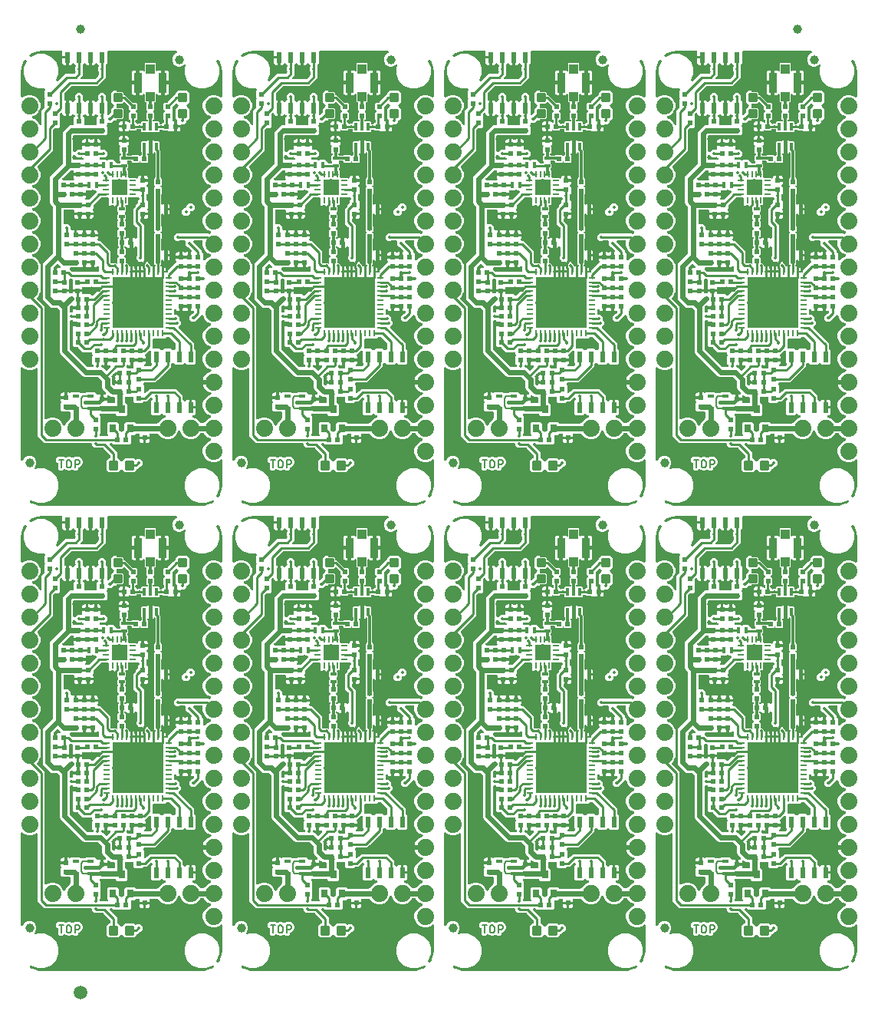
<source format=gtl>
G04 EAGLE Gerber RS-274X export*
G75*
%MOMM*%
%FSLAX34Y34*%
%LPD*%
%INTop Copper*%
%IPPOS*%
%AMOC8*
5,1,8,0,0,1.08239X$1,22.5*%
G01*
%ADD10C,0.152400*%
%ADD11C,1.000000*%
%ADD12R,5.600000X5.600000*%
%ADD13R,0.250000X0.700000*%
%ADD14R,0.700000X0.250000*%
%ADD15C,1.879600*%
%ADD16R,0.250000X0.800000*%
%ADD17R,0.800000X0.250000*%
%ADD18R,1.750000X1.750000*%
%ADD19R,0.450000X0.950000*%
%ADD20R,0.600000X0.600000*%
%ADD21R,0.850000X2.200000*%
%ADD22R,1.000000X1.050000*%
%ADD23R,0.750000X0.400000*%
%ADD24R,0.800000X0.900000*%
%ADD25R,0.600000X1.200000*%
%ADD26C,0.300000*%
%ADD27R,0.500000X0.550000*%
%ADD28R,0.660400X0.355600*%
%ADD29R,0.355600X0.660400*%
%ADD30R,0.600000X0.400000*%
%ADD31C,1.500000*%
%ADD32C,0.352400*%
%ADD33C,0.254000*%
%ADD34C,0.406400*%
%ADD35C,0.508000*%
%ADD36C,0.304800*%
%ADD37C,0.609600*%
%ADD38C,0.203200*%

G36*
X865282Y773212D02*
X865282Y773212D01*
X865353Y773217D01*
X865401Y773238D01*
X865452Y773249D01*
X865513Y773286D01*
X865579Y773314D01*
X865635Y773358D01*
X865663Y773375D01*
X865678Y773393D01*
X865710Y773418D01*
X866678Y774386D01*
X866731Y774460D01*
X866791Y774530D01*
X866803Y774560D01*
X866822Y774586D01*
X866849Y774673D01*
X866883Y774758D01*
X866887Y774799D01*
X866894Y774821D01*
X866893Y774853D01*
X866901Y774925D01*
X866901Y776405D01*
X874891Y784395D01*
X874938Y784409D01*
X874991Y784440D01*
X875048Y784463D01*
X875127Y784520D01*
X875212Y784570D01*
X875267Y784618D01*
X875277Y784625D01*
X875285Y784634D01*
X875289Y784638D01*
X875305Y784649D01*
X875313Y784659D01*
X875333Y784676D01*
X875344Y784687D01*
X875414Y784777D01*
X875489Y784861D01*
X875505Y784891D01*
X875508Y784894D01*
X875513Y784904D01*
X875539Y784938D01*
X875584Y785042D01*
X875637Y785142D01*
X875648Y785187D01*
X875666Y785230D01*
X875684Y785342D01*
X875710Y785452D01*
X875709Y785498D01*
X875716Y785544D01*
X875706Y785657D01*
X875704Y785770D01*
X875691Y785815D01*
X875687Y785861D01*
X875649Y785967D01*
X875619Y786076D01*
X875587Y786140D01*
X875580Y786160D01*
X875569Y786175D01*
X875547Y786221D01*
X875377Y786514D01*
X875204Y787161D01*
X875204Y788996D01*
X880515Y788996D01*
X880633Y789011D01*
X880752Y789018D01*
X880759Y789020D01*
X880815Y789006D01*
X880875Y789002D01*
X880895Y788998D01*
X880915Y789000D01*
X880975Y788996D01*
X890040Y788996D01*
X890158Y789011D01*
X890277Y789018D01*
X890315Y789030D01*
X890355Y789036D01*
X890466Y789079D01*
X890579Y789116D01*
X890613Y789138D01*
X890651Y789153D01*
X890747Y789222D01*
X890848Y789286D01*
X890876Y789316D01*
X890908Y789339D01*
X890984Y789431D01*
X891066Y789518D01*
X891085Y789553D01*
X891111Y789584D01*
X891131Y789628D01*
X891207Y789683D01*
X891308Y789746D01*
X891336Y789776D01*
X891369Y789800D01*
X891445Y789891D01*
X891526Y789978D01*
X891546Y790013D01*
X891571Y790045D01*
X891622Y790152D01*
X891680Y790257D01*
X891690Y790296D01*
X891707Y790332D01*
X891729Y790449D01*
X891759Y790565D01*
X891763Y790625D01*
X891767Y790645D01*
X891765Y790665D01*
X891769Y790725D01*
X891769Y796056D01*
X891872Y796066D01*
X891891Y796073D01*
X891911Y796076D01*
X892040Y796127D01*
X892171Y796174D01*
X892188Y796185D01*
X892207Y796193D01*
X892320Y796274D01*
X892435Y796352D01*
X892448Y796368D01*
X892464Y796379D01*
X892553Y796487D01*
X892645Y796591D01*
X892654Y796609D01*
X892667Y796624D01*
X892726Y796750D01*
X892790Y796874D01*
X892794Y796894D01*
X892803Y796912D01*
X892829Y797048D01*
X892859Y797184D01*
X892859Y797205D01*
X892863Y797224D01*
X892854Y797363D01*
X892850Y797502D01*
X892844Y797522D01*
X892843Y797542D01*
X892800Y797674D01*
X892761Y797808D01*
X892751Y797825D01*
X892745Y797844D01*
X892670Y797962D01*
X892600Y798082D01*
X892581Y798103D01*
X892575Y798113D01*
X892560Y798127D01*
X892493Y798202D01*
X889555Y801141D01*
X889477Y801201D01*
X889405Y801269D01*
X889352Y801298D01*
X889304Y801335D01*
X889213Y801375D01*
X889126Y801423D01*
X889068Y801438D01*
X889012Y801462D01*
X888914Y801477D01*
X888818Y801502D01*
X888718Y801508D01*
X888698Y801512D01*
X888686Y801510D01*
X888658Y801512D01*
X888488Y801512D01*
X885967Y804033D01*
X885967Y807720D01*
X885952Y807838D01*
X885945Y807957D01*
X885932Y807995D01*
X885927Y808036D01*
X885884Y808146D01*
X885847Y808259D01*
X885825Y808294D01*
X885810Y808331D01*
X885741Y808427D01*
X885677Y808528D01*
X885647Y808556D01*
X885624Y808589D01*
X885532Y808665D01*
X885445Y808746D01*
X885410Y808766D01*
X885379Y808791D01*
X885271Y808842D01*
X885167Y808900D01*
X885127Y808910D01*
X885091Y808927D01*
X884974Y808949D01*
X884859Y808979D01*
X884799Y808983D01*
X884779Y808987D01*
X884758Y808985D01*
X884698Y808989D01*
X880370Y808989D01*
X880272Y808977D01*
X880173Y808974D01*
X880115Y808957D01*
X880054Y808949D01*
X879962Y808913D01*
X879867Y808885D01*
X879815Y808855D01*
X879759Y808832D01*
X879679Y808774D01*
X879593Y808724D01*
X879518Y808658D01*
X879501Y808646D01*
X879494Y808636D01*
X879473Y808618D01*
X879352Y808497D01*
X875788Y808497D01*
X873267Y811018D01*
X873267Y814582D01*
X875788Y817103D01*
X879352Y817103D01*
X879473Y816982D01*
X879551Y816922D01*
X879623Y816854D01*
X879676Y816825D01*
X879724Y816788D01*
X879815Y816748D01*
X879901Y816700D01*
X879960Y816685D01*
X880016Y816661D01*
X880114Y816646D01*
X880209Y816621D01*
X880309Y816615D01*
X880330Y816611D01*
X880342Y816613D01*
X880370Y816611D01*
X910898Y816611D01*
X911013Y816496D01*
X911037Y816478D01*
X911056Y816455D01*
X911162Y816380D01*
X911265Y816301D01*
X911292Y816289D01*
X911316Y816272D01*
X911437Y816226D01*
X911557Y816174D01*
X911586Y816170D01*
X911613Y816159D01*
X911742Y816145D01*
X911871Y816125D01*
X911900Y816127D01*
X911929Y816124D01*
X912058Y816142D01*
X912187Y816154D01*
X912215Y816164D01*
X912244Y816168D01*
X912397Y816221D01*
X913572Y816707D01*
X913692Y816776D01*
X913816Y816841D01*
X913831Y816855D01*
X913848Y816865D01*
X913948Y816961D01*
X914051Y817055D01*
X914062Y817072D01*
X914077Y817086D01*
X914150Y817205D01*
X914226Y817321D01*
X914232Y817340D01*
X914243Y817357D01*
X914284Y817490D01*
X914329Y817622D01*
X914331Y817642D01*
X914337Y817661D01*
X914343Y817800D01*
X914354Y817939D01*
X914351Y817959D01*
X914352Y817979D01*
X914324Y818114D01*
X914300Y818252D01*
X914292Y818271D01*
X914287Y818290D01*
X914227Y818415D01*
X914169Y818542D01*
X914157Y818558D01*
X914148Y818576D01*
X914058Y818682D01*
X913971Y818790D01*
X913955Y818803D01*
X913941Y818818D01*
X913828Y818898D01*
X913717Y818982D01*
X913691Y818994D01*
X913681Y819001D01*
X913662Y819008D01*
X913572Y819053D01*
X910177Y820459D01*
X906819Y823817D01*
X905001Y828205D01*
X905001Y832955D01*
X906819Y837343D01*
X910177Y840701D01*
X913572Y842107D01*
X913693Y842176D01*
X913816Y842241D01*
X913831Y842255D01*
X913848Y842265D01*
X913948Y842362D01*
X914051Y842455D01*
X914062Y842472D01*
X914077Y842486D01*
X914149Y842605D01*
X914226Y842721D01*
X914232Y842740D01*
X914243Y842757D01*
X914284Y842890D01*
X914329Y843022D01*
X914331Y843042D01*
X914337Y843061D01*
X914343Y843200D01*
X914354Y843339D01*
X914351Y843359D01*
X914352Y843379D01*
X914324Y843515D01*
X914300Y843652D01*
X914292Y843671D01*
X914288Y843690D01*
X914226Y843816D01*
X914169Y843942D01*
X914157Y843958D01*
X914148Y843976D01*
X914057Y844082D01*
X913971Y844190D01*
X913955Y844203D01*
X913941Y844218D01*
X913828Y844298D01*
X913717Y844382D01*
X913691Y844394D01*
X913681Y844401D01*
X913662Y844408D01*
X913572Y844453D01*
X910177Y845859D01*
X906819Y849217D01*
X905001Y853605D01*
X905001Y858355D01*
X906819Y862743D01*
X910177Y866101D01*
X913572Y867507D01*
X913693Y867576D01*
X913816Y867641D01*
X913831Y867655D01*
X913848Y867665D01*
X913948Y867762D01*
X914051Y867855D01*
X914062Y867872D01*
X914077Y867886D01*
X914149Y868005D01*
X914226Y868121D01*
X914232Y868140D01*
X914243Y868157D01*
X914284Y868290D01*
X914329Y868422D01*
X914331Y868442D01*
X914337Y868461D01*
X914343Y868600D01*
X914354Y868739D01*
X914351Y868759D01*
X914352Y868779D01*
X914324Y868915D01*
X914300Y869052D01*
X914292Y869071D01*
X914288Y869090D01*
X914226Y869216D01*
X914169Y869342D01*
X914157Y869358D01*
X914148Y869376D01*
X914057Y869482D01*
X913971Y869590D01*
X913955Y869603D01*
X913941Y869618D01*
X913828Y869698D01*
X913717Y869782D01*
X913691Y869794D01*
X913681Y869801D01*
X913662Y869808D01*
X913572Y869853D01*
X910177Y871259D01*
X906819Y874617D01*
X905001Y879005D01*
X905001Y883755D01*
X906819Y888143D01*
X910177Y891501D01*
X913572Y892907D01*
X913693Y892976D01*
X913816Y893041D01*
X913831Y893055D01*
X913848Y893065D01*
X913948Y893162D01*
X914051Y893255D01*
X914062Y893272D01*
X914077Y893286D01*
X914149Y893405D01*
X914226Y893521D01*
X914232Y893540D01*
X914243Y893557D01*
X914284Y893690D01*
X914329Y893822D01*
X914331Y893842D01*
X914337Y893861D01*
X914343Y894000D01*
X914354Y894139D01*
X914351Y894159D01*
X914352Y894179D01*
X914324Y894315D01*
X914300Y894452D01*
X914292Y894471D01*
X914288Y894490D01*
X914226Y894616D01*
X914169Y894742D01*
X914157Y894758D01*
X914148Y894776D01*
X914057Y894882D01*
X913971Y894990D01*
X913955Y895003D01*
X913941Y895018D01*
X913828Y895098D01*
X913717Y895182D01*
X913691Y895194D01*
X913681Y895201D01*
X913662Y895208D01*
X913572Y895253D01*
X910177Y896659D01*
X906819Y900017D01*
X905001Y904405D01*
X905001Y909155D01*
X906819Y913543D01*
X910177Y916901D01*
X913572Y918307D01*
X913693Y918376D01*
X913816Y918441D01*
X913831Y918455D01*
X913848Y918465D01*
X913948Y918562D01*
X914051Y918655D01*
X914062Y918672D01*
X914077Y918686D01*
X914149Y918804D01*
X914226Y918921D01*
X914232Y918940D01*
X914243Y918957D01*
X914284Y919090D01*
X914329Y919222D01*
X914331Y919242D01*
X914337Y919261D01*
X914343Y919400D01*
X914354Y919539D01*
X914351Y919559D01*
X914352Y919579D01*
X914324Y919715D01*
X914300Y919852D01*
X914292Y919871D01*
X914288Y919890D01*
X914226Y920015D01*
X914169Y920142D01*
X914157Y920158D01*
X914148Y920176D01*
X914057Y920282D01*
X913971Y920390D01*
X913955Y920403D01*
X913941Y920418D01*
X913828Y920498D01*
X913717Y920582D01*
X913691Y920594D01*
X913681Y920601D01*
X913662Y920608D01*
X913572Y920653D01*
X910177Y922059D01*
X906819Y925417D01*
X905001Y929805D01*
X905001Y934555D01*
X906819Y938943D01*
X910177Y942301D01*
X913572Y943707D01*
X913693Y943776D01*
X913816Y943841D01*
X913831Y943855D01*
X913848Y943865D01*
X913948Y943962D01*
X914051Y944055D01*
X914062Y944072D01*
X914077Y944086D01*
X914150Y944205D01*
X914226Y944321D01*
X914232Y944340D01*
X914243Y944357D01*
X914284Y944489D01*
X914329Y944622D01*
X914331Y944642D01*
X914337Y944661D01*
X914343Y944800D01*
X914354Y944939D01*
X914351Y944959D01*
X914352Y944979D01*
X914324Y945115D01*
X914300Y945252D01*
X914292Y945271D01*
X914287Y945290D01*
X914226Y945416D01*
X914169Y945542D01*
X914157Y945558D01*
X914148Y945576D01*
X914057Y945682D01*
X913971Y945790D01*
X913955Y945803D01*
X913941Y945818D01*
X913828Y945898D01*
X913717Y945982D01*
X913691Y945994D01*
X913681Y946001D01*
X913662Y946008D01*
X913572Y946053D01*
X910177Y947459D01*
X906819Y950817D01*
X905001Y955205D01*
X905001Y959955D01*
X906819Y964343D01*
X910177Y967701D01*
X914565Y969519D01*
X919315Y969519D01*
X923703Y967701D01*
X924298Y967106D01*
X924407Y967021D01*
X924514Y966933D01*
X924533Y966924D01*
X924549Y966911D01*
X924677Y966856D01*
X924802Y966797D01*
X924822Y966793D01*
X924841Y966785D01*
X924979Y966763D01*
X925115Y966737D01*
X925135Y966738D01*
X925155Y966735D01*
X925294Y966748D01*
X925432Y966757D01*
X925451Y966763D01*
X925471Y966765D01*
X925602Y966812D01*
X925734Y966855D01*
X925752Y966866D01*
X925771Y966873D01*
X925885Y966951D01*
X926003Y967025D01*
X926017Y967040D01*
X926034Y967051D01*
X926126Y967155D01*
X926221Y967257D01*
X926231Y967275D01*
X926244Y967290D01*
X926307Y967413D01*
X926375Y967535D01*
X926380Y967555D01*
X926389Y967573D01*
X926419Y967709D01*
X926454Y967843D01*
X926456Y967871D01*
X926459Y967883D01*
X926458Y967904D01*
X926464Y968004D01*
X926464Y995680D01*
X926462Y995702D01*
X926460Y995780D01*
X926202Y999058D01*
X926188Y999125D01*
X926184Y999194D01*
X926144Y999350D01*
X924118Y1005586D01*
X924068Y1005693D01*
X924024Y1005803D01*
X923992Y1005855D01*
X923983Y1005873D01*
X923970Y1005889D01*
X923938Y1005939D01*
X922502Y1007916D01*
X922495Y1007924D01*
X922490Y1007932D01*
X922385Y1008040D01*
X922284Y1008148D01*
X922276Y1008153D01*
X922269Y1008161D01*
X922141Y1008239D01*
X922015Y1008319D01*
X922006Y1008322D01*
X921997Y1008327D01*
X921856Y1008371D01*
X921713Y1008417D01*
X921703Y1008418D01*
X921694Y1008421D01*
X921545Y1008428D01*
X921396Y1008437D01*
X921386Y1008435D01*
X921376Y1008436D01*
X921230Y1008406D01*
X921083Y1008378D01*
X921074Y1008373D01*
X921064Y1008371D01*
X920929Y1008305D01*
X920795Y1008242D01*
X920788Y1008236D01*
X920779Y1008232D01*
X920665Y1008135D01*
X920550Y1008040D01*
X920544Y1008032D01*
X920537Y1008025D01*
X920451Y1007903D01*
X920363Y1007783D01*
X920359Y1007773D01*
X920354Y1007765D01*
X920300Y1007625D01*
X920246Y1007487D01*
X920244Y1007477D01*
X920241Y1007468D01*
X920224Y1007319D01*
X920206Y1007172D01*
X920207Y1007162D01*
X920206Y1007152D01*
X920226Y1007004D01*
X920245Y1006856D01*
X920249Y1006847D01*
X920250Y1006837D01*
X920302Y1006685D01*
X923291Y999469D01*
X923291Y991891D01*
X920390Y984889D01*
X915031Y979530D01*
X908029Y976629D01*
X900451Y976629D01*
X893449Y979530D01*
X888090Y984889D01*
X885189Y991891D01*
X885189Y999469D01*
X885997Y1001419D01*
X886015Y1001487D01*
X886043Y1001551D01*
X886057Y1001640D01*
X886081Y1001726D01*
X886082Y1001796D01*
X886093Y1001865D01*
X886085Y1001954D01*
X886086Y1002044D01*
X886070Y1002112D01*
X886063Y1002182D01*
X886033Y1002266D01*
X886012Y1002353D01*
X885979Y1002415D01*
X885956Y1002481D01*
X885905Y1002555D01*
X885863Y1002635D01*
X885816Y1002686D01*
X885777Y1002744D01*
X885710Y1002803D01*
X885649Y1002870D01*
X885591Y1002908D01*
X885539Y1002954D01*
X885459Y1002995D01*
X885383Y1003045D01*
X885317Y1003067D01*
X885255Y1003099D01*
X885168Y1003119D01*
X885083Y1003148D01*
X885013Y1003153D01*
X884945Y1003169D01*
X884855Y1003166D01*
X884766Y1003173D01*
X884697Y1003161D01*
X884627Y1003159D01*
X884541Y1003134D01*
X884452Y1003119D01*
X884389Y1003090D01*
X884322Y1003071D01*
X884244Y1003025D01*
X884162Y1002988D01*
X884108Y1002945D01*
X884048Y1002909D01*
X883927Y1002803D01*
X883111Y1001987D01*
X880340Y1000839D01*
X877340Y1000839D01*
X874569Y1001987D01*
X872447Y1004109D01*
X871299Y1006880D01*
X871299Y1009880D01*
X872447Y1012651D01*
X874569Y1014773D01*
X876234Y1015462D01*
X876294Y1015497D01*
X876359Y1015523D01*
X876432Y1015575D01*
X876510Y1015620D01*
X876560Y1015668D01*
X876616Y1015709D01*
X876674Y1015779D01*
X876738Y1015841D01*
X876775Y1015901D01*
X876819Y1015954D01*
X876858Y1016036D01*
X876904Y1016112D01*
X876925Y1016179D01*
X876955Y1016242D01*
X876972Y1016330D01*
X876998Y1016416D01*
X877001Y1016486D01*
X877015Y1016555D01*
X877009Y1016644D01*
X877013Y1016734D01*
X876999Y1016802D01*
X876995Y1016872D01*
X876967Y1016957D01*
X876949Y1017045D01*
X876918Y1017108D01*
X876897Y1017174D01*
X876849Y1017250D01*
X876809Y1017331D01*
X876764Y1017384D01*
X876727Y1017443D01*
X876661Y1017505D01*
X876603Y1017573D01*
X876546Y1017613D01*
X876495Y1017661D01*
X876416Y1017704D01*
X876343Y1017756D01*
X876277Y1017781D01*
X876216Y1017815D01*
X876130Y1017837D01*
X876045Y1017869D01*
X875976Y1017877D01*
X875909Y1017894D01*
X875748Y1017904D01*
X800560Y1017904D01*
X800442Y1017889D01*
X800323Y1017882D01*
X800285Y1017869D01*
X800244Y1017864D01*
X800134Y1017821D01*
X800021Y1017784D01*
X799986Y1017762D01*
X799949Y1017747D01*
X799853Y1017678D01*
X799752Y1017614D01*
X799724Y1017584D01*
X799691Y1017561D01*
X799615Y1017469D01*
X799534Y1017382D01*
X799514Y1017347D01*
X799489Y1017316D01*
X799438Y1017208D01*
X799380Y1017104D01*
X799370Y1017064D01*
X799353Y1017028D01*
X799331Y1016911D01*
X799301Y1016796D01*
X799297Y1016736D01*
X799293Y1016716D01*
X799295Y1016695D01*
X799291Y1016635D01*
X799291Y1003928D01*
X797932Y1002569D01*
X797872Y1002491D01*
X797804Y1002419D01*
X797775Y1002366D01*
X797738Y1002318D01*
X797698Y1002227D01*
X797650Y1002140D01*
X797635Y1002082D01*
X797611Y1002026D01*
X797596Y1001928D01*
X797571Y1001833D01*
X797565Y1001732D01*
X797561Y1001712D01*
X797563Y1001700D01*
X797561Y1001672D01*
X797561Y1001020D01*
X797573Y1000922D01*
X797576Y1000823D01*
X797593Y1000765D01*
X797601Y1000704D01*
X797637Y1000612D01*
X797665Y1000517D01*
X797695Y1000465D01*
X797718Y1000409D01*
X797776Y1000329D01*
X797826Y1000243D01*
X797892Y1000168D01*
X797904Y1000151D01*
X797914Y1000144D01*
X797932Y1000123D01*
X798053Y1000002D01*
X798053Y996438D01*
X797932Y996317D01*
X797872Y996239D01*
X797804Y996167D01*
X797775Y996114D01*
X797738Y996066D01*
X797698Y995975D01*
X797650Y995889D01*
X797635Y995830D01*
X797611Y995774D01*
X797596Y995676D01*
X797571Y995581D01*
X797565Y995481D01*
X797561Y995460D01*
X797563Y995448D01*
X797561Y995420D01*
X797561Y987752D01*
X788978Y979169D01*
X760294Y979169D01*
X760196Y979157D01*
X760097Y979154D01*
X760039Y979137D01*
X759979Y979129D01*
X759887Y979093D01*
X759791Y979065D01*
X759739Y979035D01*
X759683Y979012D01*
X759603Y978954D01*
X759518Y978904D01*
X759442Y978838D01*
X759426Y978826D01*
X759418Y978816D01*
X759397Y978798D01*
X752212Y971613D01*
X752152Y971535D01*
X752084Y971463D01*
X752055Y971410D01*
X752018Y971362D01*
X751978Y971271D01*
X751930Y971184D01*
X751915Y971126D01*
X751891Y971070D01*
X751876Y970972D01*
X751851Y970876D01*
X751845Y970776D01*
X751841Y970756D01*
X751843Y970744D01*
X751841Y970716D01*
X751841Y964790D01*
X751856Y964672D01*
X751863Y964553D01*
X751876Y964515D01*
X751881Y964474D01*
X751924Y964364D01*
X751961Y964251D01*
X751983Y964216D01*
X751998Y964179D01*
X752068Y964082D01*
X752131Y963982D01*
X752161Y963954D01*
X752184Y963921D01*
X752276Y963845D01*
X752363Y963764D01*
X752398Y963744D01*
X752429Y963719D01*
X752537Y963668D01*
X752641Y963610D01*
X752681Y963600D01*
X752717Y963583D01*
X752834Y963561D01*
X752949Y963531D01*
X753009Y963527D01*
X753029Y963523D01*
X753050Y963525D01*
X753110Y963521D01*
X754151Y963521D01*
X754151Y955210D01*
X754166Y955092D01*
X754173Y954973D01*
X754175Y954966D01*
X754161Y954910D01*
X754157Y954850D01*
X754153Y954830D01*
X754155Y954810D01*
X754151Y954750D01*
X754151Y946439D01*
X752316Y946439D01*
X751669Y946612D01*
X751090Y946947D01*
X750617Y947420D01*
X750282Y947999D01*
X750095Y948699D01*
X750092Y948724D01*
X750079Y948862D01*
X750072Y948881D01*
X750069Y948901D01*
X750018Y949030D01*
X749971Y949162D01*
X749960Y949178D01*
X749952Y949197D01*
X749871Y949310D01*
X749793Y949425D01*
X749777Y949438D01*
X749766Y949454D01*
X749658Y949543D01*
X749554Y949635D01*
X749536Y949644D01*
X749521Y949657D01*
X749395Y949716D01*
X749271Y949780D01*
X749251Y949784D01*
X749233Y949793D01*
X749097Y949819D01*
X748961Y949849D01*
X748940Y949849D01*
X748921Y949853D01*
X748782Y949844D01*
X748643Y949840D01*
X748623Y949834D01*
X748603Y949833D01*
X748471Y949790D01*
X748337Y949751D01*
X748320Y949741D01*
X748301Y949735D01*
X748183Y949660D01*
X748063Y949590D01*
X748042Y949571D01*
X748032Y949565D01*
X748018Y949550D01*
X747942Y949483D01*
X747592Y949133D01*
X747532Y949055D01*
X747464Y948983D01*
X747435Y948930D01*
X747398Y948882D01*
X747358Y948791D01*
X747310Y948704D01*
X747295Y948646D01*
X747271Y948590D01*
X747256Y948492D01*
X747231Y948396D01*
X747225Y948296D01*
X747221Y948276D01*
X747223Y948264D01*
X747221Y948236D01*
X747221Y944558D01*
X747171Y944508D01*
X747098Y944413D01*
X747019Y944324D01*
X747001Y944288D01*
X746976Y944256D01*
X746928Y944147D01*
X746874Y944041D01*
X746865Y944001D01*
X746849Y943964D01*
X746831Y943847D01*
X746805Y943731D01*
X746806Y943690D01*
X746800Y943650D01*
X746811Y943532D01*
X746814Y943413D01*
X746826Y943374D01*
X746829Y943334D01*
X746870Y943221D01*
X746903Y943107D01*
X746923Y943073D01*
X746937Y943034D01*
X747004Y942936D01*
X747064Y942833D01*
X747104Y942788D01*
X747115Y942771D01*
X747131Y942758D01*
X747171Y942713D01*
X747221Y942662D01*
X747221Y934558D01*
X745732Y933069D01*
X742054Y933069D01*
X741956Y933057D01*
X741857Y933054D01*
X741799Y933037D01*
X741739Y933029D01*
X741647Y932993D01*
X741551Y932965D01*
X741499Y932935D01*
X741443Y932912D01*
X741363Y932854D01*
X741277Y932804D01*
X741202Y932738D01*
X741186Y932726D01*
X741178Y932716D01*
X741157Y932697D01*
X740147Y931688D01*
X740087Y931610D01*
X740019Y931538D01*
X739990Y931485D01*
X739953Y931437D01*
X739913Y931346D01*
X739865Y931259D01*
X739850Y931201D01*
X739826Y931145D01*
X739811Y931047D01*
X739786Y930951D01*
X739780Y930851D01*
X739776Y930831D01*
X739778Y930819D01*
X739776Y930791D01*
X739776Y908377D01*
X722599Y891200D01*
X722526Y891106D01*
X722447Y891017D01*
X722429Y890981D01*
X722404Y890949D01*
X722357Y890839D01*
X722303Y890733D01*
X722294Y890694D01*
X722278Y890657D01*
X722259Y890539D01*
X722233Y890423D01*
X722234Y890383D01*
X722228Y890343D01*
X722239Y890224D01*
X722243Y890105D01*
X722254Y890066D01*
X722258Y890026D01*
X722298Y889914D01*
X722331Y889800D01*
X722352Y889765D01*
X722365Y889727D01*
X722432Y889628D01*
X722493Y889526D01*
X722532Y889481D01*
X722544Y889464D01*
X722559Y889450D01*
X722599Y889405D01*
X723861Y888143D01*
X725679Y883755D01*
X725679Y879005D01*
X723861Y874617D01*
X720503Y871259D01*
X717108Y869853D01*
X716987Y869784D01*
X716864Y869719D01*
X716849Y869705D01*
X716832Y869695D01*
X716732Y869598D01*
X716629Y869505D01*
X716618Y869488D01*
X716603Y869474D01*
X716530Y869355D01*
X716454Y869239D01*
X716448Y869220D01*
X716437Y869203D01*
X716396Y869070D01*
X716351Y868938D01*
X716349Y868918D01*
X716343Y868899D01*
X716337Y868760D01*
X716326Y868621D01*
X716329Y868601D01*
X716328Y868581D01*
X716356Y868445D01*
X716380Y868308D01*
X716388Y868289D01*
X716393Y868270D01*
X716454Y868144D01*
X716511Y868018D01*
X716523Y868002D01*
X716532Y867984D01*
X716623Y867878D01*
X716709Y867770D01*
X716725Y867757D01*
X716739Y867742D01*
X716852Y867662D01*
X716963Y867578D01*
X716989Y867566D01*
X716999Y867559D01*
X717018Y867552D01*
X717108Y867507D01*
X720503Y866101D01*
X723861Y862743D01*
X725679Y858355D01*
X725679Y853605D01*
X723861Y849217D01*
X720503Y845859D01*
X717108Y844453D01*
X716987Y844384D01*
X716864Y844319D01*
X716849Y844305D01*
X716832Y844295D01*
X716732Y844198D01*
X716629Y844105D01*
X716618Y844088D01*
X716603Y844074D01*
X716530Y843955D01*
X716454Y843839D01*
X716448Y843820D01*
X716437Y843803D01*
X716396Y843670D01*
X716351Y843538D01*
X716349Y843518D01*
X716343Y843499D01*
X716337Y843360D01*
X716326Y843221D01*
X716329Y843201D01*
X716328Y843181D01*
X716356Y843045D01*
X716380Y842908D01*
X716388Y842889D01*
X716393Y842870D01*
X716454Y842744D01*
X716511Y842618D01*
X716523Y842602D01*
X716532Y842584D01*
X716623Y842478D01*
X716709Y842370D01*
X716725Y842357D01*
X716739Y842342D01*
X716852Y842262D01*
X716963Y842178D01*
X716989Y842166D01*
X716999Y842159D01*
X717018Y842152D01*
X717108Y842107D01*
X720503Y840701D01*
X723861Y837343D01*
X725679Y832955D01*
X725679Y828205D01*
X723861Y823817D01*
X720503Y820459D01*
X717108Y819053D01*
X716987Y818984D01*
X716864Y818919D01*
X716849Y818905D01*
X716832Y818895D01*
X716732Y818798D01*
X716629Y818705D01*
X716618Y818688D01*
X716603Y818674D01*
X716530Y818555D01*
X716454Y818439D01*
X716448Y818420D01*
X716437Y818403D01*
X716396Y818270D01*
X716351Y818138D01*
X716349Y818118D01*
X716343Y818099D01*
X716337Y817960D01*
X716326Y817821D01*
X716329Y817801D01*
X716328Y817781D01*
X716356Y817645D01*
X716380Y817508D01*
X716388Y817489D01*
X716393Y817470D01*
X716454Y817344D01*
X716511Y817218D01*
X716523Y817202D01*
X716532Y817184D01*
X716623Y817078D01*
X716709Y816970D01*
X716725Y816957D01*
X716739Y816942D01*
X716852Y816862D01*
X716963Y816778D01*
X716989Y816766D01*
X716999Y816759D01*
X717018Y816752D01*
X717108Y816707D01*
X720503Y815301D01*
X723861Y811943D01*
X725679Y807555D01*
X725679Y802805D01*
X723861Y798417D01*
X720503Y795059D01*
X717108Y793653D01*
X716987Y793584D01*
X716864Y793519D01*
X716849Y793505D01*
X716832Y793495D01*
X716732Y793398D01*
X716629Y793305D01*
X716618Y793288D01*
X716603Y793274D01*
X716530Y793155D01*
X716454Y793039D01*
X716448Y793020D01*
X716437Y793003D01*
X716396Y792870D01*
X716351Y792738D01*
X716349Y792718D01*
X716343Y792699D01*
X716337Y792560D01*
X716326Y792421D01*
X716329Y792401D01*
X716328Y792381D01*
X716356Y792245D01*
X716380Y792108D01*
X716388Y792089D01*
X716393Y792070D01*
X716454Y791944D01*
X716511Y791818D01*
X716523Y791802D01*
X716532Y791784D01*
X716623Y791678D01*
X716709Y791570D01*
X716725Y791557D01*
X716739Y791542D01*
X716852Y791462D01*
X716963Y791378D01*
X716989Y791366D01*
X716999Y791359D01*
X717018Y791352D01*
X717108Y791307D01*
X720503Y789901D01*
X723861Y786543D01*
X725715Y782067D01*
X725784Y781947D01*
X725849Y781824D01*
X725862Y781809D01*
X725872Y781791D01*
X725969Y781691D01*
X726063Y781588D01*
X726080Y781577D01*
X726094Y781563D01*
X726212Y781490D01*
X726328Y781414D01*
X726348Y781407D01*
X726365Y781396D01*
X726498Y781356D01*
X726629Y781310D01*
X726650Y781309D01*
X726669Y781303D01*
X726807Y781296D01*
X726946Y781285D01*
X726966Y781289D01*
X726986Y781288D01*
X727122Y781316D01*
X727260Y781340D01*
X727278Y781348D01*
X727298Y781352D01*
X727423Y781413D01*
X727550Y781470D01*
X727565Y781483D01*
X727584Y781492D01*
X727690Y781582D01*
X727798Y781669D01*
X727810Y781685D01*
X727826Y781698D01*
X727906Y781812D01*
X727989Y781923D01*
X728002Y781948D01*
X728009Y781958D01*
X728016Y781977D01*
X728060Y782067D01*
X728687Y783581D01*
X730437Y785331D01*
X730438Y785331D01*
X739530Y794423D01*
X739590Y794501D01*
X739658Y794574D01*
X739687Y794627D01*
X739724Y794674D01*
X739764Y794765D01*
X739812Y794852D01*
X739827Y794911D01*
X739851Y794966D01*
X739866Y795064D01*
X739891Y795160D01*
X739897Y795260D01*
X739901Y795280D01*
X739899Y795293D01*
X739901Y795321D01*
X739901Y845519D01*
X739889Y845618D01*
X739886Y845717D01*
X739869Y845775D01*
X739861Y845835D01*
X739825Y845927D01*
X739797Y846022D01*
X739767Y846074D01*
X739744Y846131D01*
X739686Y846211D01*
X739636Y846296D01*
X739570Y846371D01*
X739558Y846388D01*
X739548Y846396D01*
X739530Y846417D01*
X736942Y849004D01*
X736091Y851058D01*
X736091Y878047D01*
X736942Y880101D01*
X738693Y881851D01*
X750325Y893483D01*
X750385Y893561D01*
X750453Y893634D01*
X750482Y893687D01*
X750519Y893734D01*
X750559Y893825D01*
X750607Y893912D01*
X750622Y893971D01*
X750646Y894026D01*
X750661Y894124D01*
X750686Y894220D01*
X750692Y894320D01*
X750696Y894340D01*
X750694Y894353D01*
X750696Y894381D01*
X750696Y927577D01*
X751547Y929631D01*
X757009Y935093D01*
X759063Y935944D01*
X761540Y935944D01*
X761658Y935959D01*
X761777Y935966D01*
X761815Y935979D01*
X761856Y935984D01*
X761966Y936027D01*
X762079Y936064D01*
X762114Y936086D01*
X762151Y936101D01*
X762247Y936170D01*
X762348Y936234D01*
X762376Y936264D01*
X762409Y936287D01*
X762485Y936379D01*
X762566Y936466D01*
X762586Y936501D01*
X762611Y936532D01*
X762662Y936640D01*
X762720Y936744D01*
X762730Y936784D01*
X762747Y936820D01*
X762769Y936937D01*
X762799Y937052D01*
X762803Y937112D01*
X762807Y937132D01*
X762805Y937153D01*
X762809Y937213D01*
X762809Y944407D01*
X763672Y945270D01*
X763745Y945364D01*
X763824Y945453D01*
X763842Y945489D01*
X763867Y945521D01*
X763914Y945631D01*
X763968Y945737D01*
X763977Y945776D01*
X763993Y945813D01*
X764012Y945931D01*
X764038Y946047D01*
X764037Y946087D01*
X764043Y946127D01*
X764032Y946246D01*
X764028Y946365D01*
X764017Y946404D01*
X764013Y946444D01*
X763973Y946556D01*
X763940Y946670D01*
X763919Y946705D01*
X763906Y946743D01*
X763839Y946842D01*
X763778Y946944D01*
X763738Y946989D01*
X763727Y947006D01*
X763712Y947020D01*
X763672Y947065D01*
X762817Y947920D01*
X762717Y947997D01*
X762622Y948079D01*
X762592Y948094D01*
X762565Y948115D01*
X762450Y948165D01*
X762338Y948221D01*
X762305Y948228D01*
X762274Y948241D01*
X762149Y948261D01*
X762027Y948287D01*
X761993Y948286D01*
X761960Y948291D01*
X761834Y948279D01*
X761709Y948274D01*
X761677Y948265D01*
X761643Y948261D01*
X761524Y948219D01*
X761404Y948183D01*
X761375Y948165D01*
X761344Y948154D01*
X761240Y948083D01*
X761132Y948018D01*
X761108Y947994D01*
X761081Y947975D01*
X760997Y947881D01*
X760909Y947791D01*
X760882Y947751D01*
X760870Y947737D01*
X760860Y947717D01*
X760820Y947657D01*
X760683Y947420D01*
X760210Y946947D01*
X759631Y946612D01*
X758984Y946439D01*
X757149Y946439D01*
X757149Y954750D01*
X757134Y954868D01*
X757127Y954987D01*
X757125Y954994D01*
X757139Y955050D01*
X757143Y955110D01*
X757147Y955130D01*
X757145Y955150D01*
X757149Y955210D01*
X757149Y963521D01*
X758984Y963521D01*
X759631Y963348D01*
X760210Y963013D01*
X760683Y962540D01*
X760820Y962303D01*
X760896Y962203D01*
X760967Y962099D01*
X760992Y962076D01*
X761012Y962049D01*
X761111Y961971D01*
X761205Y961888D01*
X761235Y961873D01*
X761261Y961852D01*
X761376Y961801D01*
X761488Y961744D01*
X761521Y961736D01*
X761552Y961722D01*
X761676Y961701D01*
X761799Y961674D01*
X761832Y961675D01*
X761866Y961669D01*
X761991Y961680D01*
X762117Y961684D01*
X762149Y961693D01*
X762182Y961696D01*
X762301Y961737D01*
X762422Y961772D01*
X762451Y961789D01*
X762483Y961800D01*
X762588Y961870D01*
X762696Y961934D01*
X762732Y961966D01*
X762748Y961976D01*
X762762Y961992D01*
X762817Y962040D01*
X764168Y963391D01*
X764228Y963469D01*
X764296Y963541D01*
X764325Y963594D01*
X764362Y963642D01*
X764402Y963733D01*
X764450Y963820D01*
X764465Y963878D01*
X764489Y963934D01*
X764504Y964032D01*
X764529Y964127D01*
X764534Y964207D01*
X764537Y964220D01*
X764536Y964231D01*
X764539Y964248D01*
X764537Y964260D01*
X764539Y964288D01*
X764539Y964940D01*
X764527Y965038D01*
X764524Y965137D01*
X764507Y965195D01*
X764499Y965256D01*
X764463Y965348D01*
X764435Y965443D01*
X764405Y965495D01*
X764382Y965551D01*
X764324Y965631D01*
X764274Y965717D01*
X764208Y965792D01*
X764196Y965809D01*
X764186Y965816D01*
X764168Y965837D01*
X764047Y965958D01*
X764047Y969522D01*
X766568Y972043D01*
X770132Y972043D01*
X772653Y969522D01*
X772653Y965958D01*
X772532Y965837D01*
X772472Y965759D01*
X772404Y965687D01*
X772375Y965634D01*
X772338Y965586D01*
X772298Y965495D01*
X772250Y965409D01*
X772235Y965350D01*
X772211Y965294D01*
X772196Y965196D01*
X772171Y965101D01*
X772165Y965001D01*
X772161Y964980D01*
X772163Y964968D01*
X772161Y964940D01*
X772161Y964288D01*
X772173Y964190D01*
X772176Y964091D01*
X772183Y964068D01*
X772183Y964064D01*
X772191Y964039D01*
X772193Y964033D01*
X772201Y963973D01*
X772237Y963881D01*
X772265Y963785D01*
X772295Y963733D01*
X772318Y963677D01*
X772376Y963597D01*
X772426Y963512D01*
X772492Y963436D01*
X772504Y963420D01*
X772514Y963412D01*
X772532Y963391D01*
X773883Y962040D01*
X773983Y961963D01*
X774078Y961881D01*
X774108Y961866D01*
X774135Y961845D01*
X774250Y961795D01*
X774362Y961739D01*
X774395Y961732D01*
X774426Y961719D01*
X774551Y961699D01*
X774673Y961673D01*
X774707Y961674D01*
X774740Y961669D01*
X774866Y961681D01*
X774991Y961686D01*
X775023Y961695D01*
X775057Y961699D01*
X775176Y961741D01*
X775296Y961777D01*
X775325Y961795D01*
X775356Y961806D01*
X775460Y961877D01*
X775568Y961942D01*
X775592Y961966D01*
X775619Y961985D01*
X775703Y962079D01*
X775791Y962169D01*
X775818Y962209D01*
X775830Y962223D01*
X775840Y962243D01*
X775880Y962303D01*
X776017Y962540D01*
X776490Y963013D01*
X777069Y963348D01*
X777716Y963521D01*
X779551Y963521D01*
X779551Y955210D01*
X779566Y955092D01*
X779573Y954973D01*
X779575Y954966D01*
X779561Y954910D01*
X779557Y954850D01*
X779553Y954830D01*
X779555Y954810D01*
X779551Y954750D01*
X779551Y946439D01*
X777716Y946439D01*
X777069Y946612D01*
X776490Y946947D01*
X776017Y947420D01*
X775880Y947657D01*
X775804Y947757D01*
X775733Y947861D01*
X775708Y947884D01*
X775688Y947911D01*
X775589Y947989D01*
X775495Y948072D01*
X775465Y948087D01*
X775439Y948108D01*
X775324Y948159D01*
X775212Y948216D01*
X775179Y948224D01*
X775148Y948238D01*
X775024Y948259D01*
X774901Y948286D01*
X774868Y948285D01*
X774834Y948291D01*
X774709Y948280D01*
X774584Y948276D01*
X774551Y948267D01*
X774518Y948264D01*
X774399Y948223D01*
X774278Y948188D01*
X774249Y948171D01*
X774217Y948160D01*
X774112Y948090D01*
X774004Y948027D01*
X773967Y947994D01*
X773952Y947984D01*
X773938Y947968D01*
X773883Y947920D01*
X773028Y947065D01*
X772955Y946971D01*
X772876Y946882D01*
X772858Y946846D01*
X772833Y946814D01*
X772786Y946704D01*
X772732Y946598D01*
X772723Y946559D01*
X772707Y946522D01*
X772688Y946404D01*
X772662Y946288D01*
X772663Y946248D01*
X772657Y946208D01*
X772668Y946089D01*
X772672Y945970D01*
X772683Y945931D01*
X772687Y945891D01*
X772727Y945779D01*
X772760Y945665D01*
X772781Y945630D01*
X772794Y945592D01*
X772861Y945493D01*
X772922Y945391D01*
X772962Y945346D01*
X772973Y945329D01*
X772988Y945315D01*
X773028Y945270D01*
X773891Y944407D01*
X773891Y937213D01*
X773906Y937095D01*
X773913Y936976D01*
X773926Y936938D01*
X773931Y936897D01*
X773974Y936787D01*
X774011Y936674D01*
X774033Y936639D01*
X774048Y936602D01*
X774118Y936505D01*
X774181Y936405D01*
X774211Y936377D01*
X774234Y936344D01*
X774326Y936268D01*
X774413Y936187D01*
X774448Y936167D01*
X774479Y936142D01*
X774587Y936091D01*
X774691Y936033D01*
X774731Y936023D01*
X774767Y936006D01*
X774884Y935984D01*
X774999Y935954D01*
X775059Y935950D01*
X775079Y935946D01*
X775100Y935948D01*
X775160Y935944D01*
X786940Y935944D01*
X787058Y935959D01*
X787177Y935966D01*
X787215Y935979D01*
X787256Y935984D01*
X787366Y936027D01*
X787479Y936064D01*
X787514Y936086D01*
X787551Y936101D01*
X787647Y936170D01*
X787748Y936234D01*
X787776Y936264D01*
X787809Y936287D01*
X787885Y936379D01*
X787966Y936466D01*
X787986Y936501D01*
X788011Y936532D01*
X788062Y936640D01*
X788120Y936744D01*
X788130Y936784D01*
X788147Y936820D01*
X788169Y936937D01*
X788199Y937052D01*
X788203Y937112D01*
X788207Y937132D01*
X788205Y937153D01*
X788209Y937213D01*
X788209Y944407D01*
X789072Y945270D01*
X789145Y945364D01*
X789224Y945453D01*
X789242Y945489D01*
X789267Y945521D01*
X789314Y945630D01*
X789368Y945737D01*
X789377Y945776D01*
X789393Y945813D01*
X789412Y945931D01*
X789438Y946047D01*
X789437Y946087D01*
X789443Y946127D01*
X789432Y946246D01*
X789428Y946365D01*
X789417Y946404D01*
X789413Y946444D01*
X789373Y946556D01*
X789340Y946670D01*
X789319Y946705D01*
X789306Y946743D01*
X789239Y946842D01*
X789178Y946944D01*
X789138Y946989D01*
X789127Y947006D01*
X789112Y947020D01*
X789072Y947065D01*
X788217Y947920D01*
X788117Y947997D01*
X788022Y948079D01*
X787992Y948094D01*
X787966Y948115D01*
X787850Y948165D01*
X787738Y948221D01*
X787705Y948228D01*
X787674Y948241D01*
X787549Y948261D01*
X787427Y948287D01*
X787393Y948286D01*
X787360Y948291D01*
X787234Y948279D01*
X787109Y948274D01*
X787077Y948265D01*
X787043Y948261D01*
X786924Y948219D01*
X786804Y948183D01*
X786775Y948165D01*
X786744Y948154D01*
X786640Y948083D01*
X786532Y948018D01*
X786508Y947994D01*
X786481Y947975D01*
X786397Y947881D01*
X786309Y947791D01*
X786282Y947751D01*
X786270Y947737D01*
X786260Y947718D01*
X786220Y947657D01*
X786083Y947420D01*
X785610Y946947D01*
X785031Y946612D01*
X784384Y946439D01*
X782549Y946439D01*
X782549Y954750D01*
X782534Y954868D01*
X782527Y954987D01*
X782525Y954994D01*
X782539Y955050D01*
X782543Y955110D01*
X782547Y955130D01*
X782545Y955150D01*
X782549Y955210D01*
X782549Y963521D01*
X784384Y963521D01*
X785031Y963348D01*
X785610Y963013D01*
X786083Y962540D01*
X786220Y962303D01*
X786296Y962203D01*
X786367Y962099D01*
X786392Y962076D01*
X786412Y962049D01*
X786511Y961971D01*
X786605Y961888D01*
X786635Y961873D01*
X786661Y961852D01*
X786776Y961801D01*
X786888Y961744D01*
X786921Y961736D01*
X786952Y961722D01*
X787076Y961701D01*
X787199Y961674D01*
X787232Y961675D01*
X787266Y961669D01*
X787391Y961680D01*
X787517Y961684D01*
X787549Y961693D01*
X787582Y961696D01*
X787701Y961737D01*
X787822Y961772D01*
X787851Y961789D01*
X787883Y961800D01*
X787988Y961870D01*
X788096Y961934D01*
X788132Y961966D01*
X788148Y961976D01*
X788162Y961992D01*
X788217Y962040D01*
X789568Y963391D01*
X789628Y963469D01*
X789696Y963541D01*
X789725Y963594D01*
X789762Y963642D01*
X789802Y963733D01*
X789850Y963820D01*
X789865Y963878D01*
X789889Y963934D01*
X789904Y964032D01*
X789929Y964127D01*
X789934Y964207D01*
X789937Y964220D01*
X789936Y964231D01*
X789939Y964248D01*
X789937Y964260D01*
X789939Y964288D01*
X789939Y964940D01*
X789927Y965038D01*
X789924Y965137D01*
X789907Y965195D01*
X789899Y965256D01*
X789863Y965348D01*
X789835Y965443D01*
X789805Y965495D01*
X789782Y965551D01*
X789724Y965631D01*
X789674Y965717D01*
X789608Y965792D01*
X789596Y965809D01*
X789586Y965816D01*
X789568Y965837D01*
X789447Y965958D01*
X789447Y969522D01*
X791968Y972043D01*
X795532Y972043D01*
X798053Y969522D01*
X798053Y965958D01*
X797932Y965837D01*
X797872Y965759D01*
X797804Y965687D01*
X797775Y965634D01*
X797738Y965586D01*
X797698Y965495D01*
X797650Y965409D01*
X797635Y965350D01*
X797611Y965294D01*
X797596Y965196D01*
X797571Y965101D01*
X797565Y965001D01*
X797561Y964980D01*
X797563Y964968D01*
X797561Y964940D01*
X797561Y964288D01*
X797573Y964190D01*
X797576Y964091D01*
X797583Y964068D01*
X797583Y964064D01*
X797591Y964039D01*
X797593Y964033D01*
X797601Y963973D01*
X797637Y963881D01*
X797665Y963785D01*
X797695Y963733D01*
X797718Y963677D01*
X797776Y963597D01*
X797826Y963512D01*
X797892Y963436D01*
X797904Y963420D01*
X797914Y963412D01*
X797932Y963391D01*
X799291Y962032D01*
X799291Y948714D01*
X799308Y948577D01*
X799321Y948438D01*
X799328Y948419D01*
X799331Y948399D01*
X799382Y948270D01*
X799429Y948139D01*
X799440Y948122D01*
X799448Y948103D01*
X799529Y947990D01*
X799607Y947875D01*
X799623Y947862D01*
X799634Y947846D01*
X799742Y947757D01*
X799846Y947665D01*
X799864Y947656D01*
X799879Y947643D01*
X800005Y947584D01*
X800129Y947520D01*
X800149Y947516D01*
X800167Y947507D01*
X800303Y947481D01*
X800439Y947451D01*
X800460Y947451D01*
X800479Y947447D01*
X800618Y947456D01*
X800757Y947460D01*
X800777Y947466D01*
X800797Y947467D01*
X800929Y947510D01*
X801063Y947549D01*
X801080Y947559D01*
X801099Y947565D01*
X801217Y947640D01*
X801337Y947710D01*
X801358Y947729D01*
X801368Y947735D01*
X801382Y947750D01*
X801457Y947817D01*
X803618Y949977D01*
X803678Y950055D01*
X803746Y950127D01*
X803775Y950180D01*
X803812Y950228D01*
X803852Y950319D01*
X803900Y950406D01*
X803915Y950464D01*
X803939Y950520D01*
X803954Y950618D01*
X803979Y950714D01*
X803985Y950814D01*
X803989Y950834D01*
X803987Y950846D01*
X803989Y950874D01*
X803989Y953984D01*
X806688Y956682D01*
X806761Y956777D01*
X806840Y956866D01*
X806858Y956902D01*
X806883Y956934D01*
X806930Y957043D01*
X806984Y957149D01*
X806993Y957188D01*
X807009Y957226D01*
X807028Y957343D01*
X807054Y957459D01*
X807053Y957500D01*
X807059Y957540D01*
X807048Y957658D01*
X807044Y957777D01*
X807033Y957816D01*
X807029Y957856D01*
X806989Y957969D01*
X806956Y958083D01*
X806935Y958117D01*
X806922Y958156D01*
X806855Y958254D01*
X806794Y958357D01*
X806755Y958402D01*
X806743Y958419D01*
X806728Y958432D01*
X806688Y958477D01*
X803989Y961176D01*
X803989Y971524D01*
X806356Y973891D01*
X809499Y973891D01*
X809499Y973382D01*
X809502Y973362D01*
X809500Y973343D01*
X809522Y973241D01*
X809539Y973139D01*
X809548Y973122D01*
X809552Y973102D01*
X809605Y973013D01*
X809654Y972922D01*
X809668Y972908D01*
X809678Y972891D01*
X809757Y972824D01*
X809832Y972752D01*
X809850Y972744D01*
X809865Y972731D01*
X809961Y972692D01*
X810055Y972649D01*
X810075Y972647D01*
X810093Y972639D01*
X810260Y972621D01*
X816178Y972621D01*
X817801Y970998D01*
X817801Y969652D01*
X817804Y969632D01*
X817802Y969613D01*
X817824Y969511D01*
X817840Y969409D01*
X817850Y969392D01*
X817854Y969372D01*
X817907Y969283D01*
X817956Y969192D01*
X817970Y969178D01*
X817980Y969161D01*
X818059Y969094D01*
X818134Y969022D01*
X818152Y969014D01*
X818167Y969001D01*
X818263Y968962D01*
X818357Y968919D01*
X818377Y968917D01*
X818395Y968909D01*
X818562Y968891D01*
X818972Y968891D01*
X827139Y960724D01*
X827213Y960671D01*
X827283Y960611D01*
X827313Y960599D01*
X827339Y960580D01*
X827426Y960553D01*
X827511Y960519D01*
X827552Y960515D01*
X827574Y960508D01*
X827606Y960509D01*
X827678Y960501D01*
X831566Y960501D01*
X832311Y959756D01*
X832311Y952704D01*
X831375Y951768D01*
X831364Y951752D01*
X831348Y951740D01*
X831292Y951652D01*
X831232Y951569D01*
X831226Y951550D01*
X831215Y951533D01*
X831190Y951432D01*
X831159Y951333D01*
X831160Y951314D01*
X831155Y951294D01*
X831163Y951191D01*
X831166Y951088D01*
X831173Y951069D01*
X831174Y951049D01*
X831215Y950954D01*
X831250Y950857D01*
X831263Y950841D01*
X831271Y950823D01*
X831375Y950692D01*
X832311Y949756D01*
X832311Y942704D01*
X831566Y941959D01*
X831262Y941959D01*
X831242Y941956D01*
X831223Y941958D01*
X831121Y941936D01*
X831019Y941920D01*
X831002Y941910D01*
X830982Y941906D01*
X830893Y941853D01*
X830802Y941804D01*
X830788Y941790D01*
X830771Y941780D01*
X830704Y941701D01*
X830632Y941626D01*
X830624Y941608D01*
X830611Y941593D01*
X830572Y941497D01*
X830529Y941403D01*
X830527Y941383D01*
X830519Y941365D01*
X830501Y941198D01*
X830501Y939752D01*
X830504Y939732D01*
X830502Y939713D01*
X830524Y939611D01*
X830540Y939509D01*
X830550Y939492D01*
X830554Y939472D01*
X830607Y939383D01*
X830656Y939292D01*
X830670Y939278D01*
X830680Y939261D01*
X830759Y939194D01*
X830834Y939122D01*
X830852Y939114D01*
X830867Y939101D01*
X830963Y939062D01*
X831057Y939019D01*
X831077Y939017D01*
X831095Y939009D01*
X831262Y938991D01*
X831486Y938991D01*
X832231Y938246D01*
X832231Y938052D01*
X832242Y937982D01*
X832244Y937910D01*
X832262Y937861D01*
X832270Y937810D01*
X832304Y937746D01*
X832329Y937679D01*
X832361Y937638D01*
X832386Y937592D01*
X832438Y937543D01*
X832482Y937487D01*
X832526Y937459D01*
X832564Y937423D01*
X832629Y937393D01*
X832689Y937354D01*
X832740Y937341D01*
X832787Y937319D01*
X832858Y937311D01*
X832928Y937294D01*
X832980Y937298D01*
X833031Y937292D01*
X833102Y937307D01*
X833173Y937313D01*
X833221Y937333D01*
X833272Y937344D01*
X833333Y937381D01*
X833399Y937409D01*
X833455Y937454D01*
X833483Y937471D01*
X833498Y937488D01*
X833530Y937514D01*
X833769Y937753D01*
X836308Y937753D01*
X836328Y937756D01*
X836347Y937754D01*
X836449Y937776D01*
X836551Y937792D01*
X836568Y937802D01*
X836588Y937806D01*
X836677Y937859D01*
X836768Y937908D01*
X836782Y937922D01*
X836799Y937932D01*
X836866Y938011D01*
X836938Y938086D01*
X836946Y938104D01*
X836959Y938119D01*
X836998Y938215D01*
X837041Y938309D01*
X837043Y938329D01*
X837051Y938347D01*
X837069Y938514D01*
X837069Y939566D01*
X837814Y940311D01*
X843534Y940311D01*
X843554Y940314D01*
X843573Y940312D01*
X843675Y940334D01*
X843777Y940350D01*
X843794Y940360D01*
X843814Y940364D01*
X843903Y940417D01*
X843994Y940466D01*
X844008Y940480D01*
X844025Y940490D01*
X844092Y940569D01*
X844164Y940644D01*
X844172Y940662D01*
X844185Y940677D01*
X844224Y940773D01*
X844267Y940867D01*
X844269Y940887D01*
X844277Y940905D01*
X844295Y941072D01*
X844295Y941198D01*
X844292Y941218D01*
X844294Y941237D01*
X844272Y941339D01*
X844256Y941441D01*
X844246Y941458D01*
X844242Y941478D01*
X844189Y941567D01*
X844140Y941658D01*
X844126Y941672D01*
X844116Y941689D01*
X844037Y941756D01*
X843962Y941828D01*
X843944Y941836D01*
X843929Y941849D01*
X843833Y941888D01*
X843739Y941931D01*
X843719Y941933D01*
X843701Y941941D01*
X843567Y941956D01*
X842819Y942704D01*
X842819Y949756D01*
X843755Y950692D01*
X843766Y950708D01*
X843782Y950720D01*
X843838Y950808D01*
X843898Y950891D01*
X843904Y950910D01*
X843915Y950927D01*
X843940Y951028D01*
X843971Y951127D01*
X843970Y951146D01*
X843975Y951166D01*
X843967Y951269D01*
X843964Y951372D01*
X843957Y951391D01*
X843956Y951411D01*
X843915Y951506D01*
X843880Y951603D01*
X843867Y951619D01*
X843859Y951637D01*
X843755Y951768D01*
X842819Y952704D01*
X842819Y959756D01*
X842973Y959910D01*
X843014Y959968D01*
X843064Y960020D01*
X843086Y960067D01*
X843116Y960109D01*
X843137Y960178D01*
X843168Y960243D01*
X843173Y960295D01*
X843189Y960345D01*
X843187Y960416D01*
X843195Y960487D01*
X843184Y960538D01*
X843182Y960590D01*
X843158Y960658D01*
X843142Y960728D01*
X843116Y960773D01*
X843098Y960821D01*
X843053Y960877D01*
X843016Y960939D01*
X842977Y960973D01*
X842944Y961013D01*
X842884Y961052D01*
X842829Y961099D01*
X842781Y961118D01*
X842737Y961146D01*
X842668Y961164D01*
X842601Y961191D01*
X842530Y961199D01*
X842499Y961207D01*
X842475Y961205D01*
X842434Y961209D01*
X841564Y961209D01*
X840819Y961954D01*
X840819Y969778D01*
X840808Y969849D01*
X840806Y969921D01*
X840788Y969970D01*
X840780Y970021D01*
X840746Y970084D01*
X840721Y970152D01*
X840689Y970192D01*
X840664Y970238D01*
X840613Y970288D01*
X840568Y970344D01*
X840524Y970372D01*
X840486Y970408D01*
X840421Y970438D01*
X840361Y970477D01*
X840310Y970490D01*
X840263Y970511D01*
X840192Y970519D01*
X840122Y970537D01*
X840070Y970533D01*
X840019Y970539D01*
X839948Y970523D01*
X839877Y970518D01*
X839829Y970497D01*
X839778Y970486D01*
X839717Y970449D01*
X839651Y970421D01*
X839595Y970377D01*
X839567Y970360D01*
X839552Y970342D01*
X839520Y970317D01*
X839150Y969947D01*
X838571Y969612D01*
X837924Y969439D01*
X835464Y969439D01*
X835464Y982125D01*
X835449Y982243D01*
X835442Y982362D01*
X835429Y982400D01*
X835424Y982440D01*
X835381Y982551D01*
X835344Y982664D01*
X835322Y982698D01*
X835307Y982736D01*
X835238Y982832D01*
X835174Y982933D01*
X835144Y982961D01*
X835126Y982985D01*
X835140Y983001D01*
X835221Y983088D01*
X835241Y983123D01*
X835266Y983155D01*
X835317Y983262D01*
X835375Y983367D01*
X835385Y983406D01*
X835402Y983442D01*
X835424Y983559D01*
X835454Y983675D01*
X835458Y983735D01*
X835462Y983755D01*
X835460Y983775D01*
X835464Y983835D01*
X835464Y996521D01*
X837924Y996521D01*
X837951Y996514D01*
X838571Y996348D01*
X839150Y996013D01*
X839520Y995643D01*
X839578Y995601D01*
X839630Y995552D01*
X839677Y995530D01*
X839719Y995500D01*
X839788Y995479D01*
X839853Y995449D01*
X839905Y995443D01*
X839955Y995427D01*
X840026Y995429D01*
X840097Y995421D01*
X840148Y995433D01*
X840200Y995434D01*
X840268Y995458D01*
X840338Y995474D01*
X840383Y995500D01*
X840431Y995518D01*
X840487Y995563D01*
X840549Y995600D01*
X840583Y995639D01*
X840623Y995672D01*
X840662Y995732D01*
X840709Y995787D01*
X840728Y995835D01*
X840756Y995879D01*
X840774Y995948D01*
X840801Y996015D01*
X840809Y996086D01*
X840817Y996117D01*
X840815Y996141D01*
X840819Y996182D01*
X840819Y1004006D01*
X841564Y1004751D01*
X852616Y1004751D01*
X853361Y1004006D01*
X853361Y996182D01*
X853372Y996111D01*
X853374Y996039D01*
X853392Y995990D01*
X853400Y995939D01*
X853434Y995876D01*
X853459Y995808D01*
X853491Y995768D01*
X853516Y995722D01*
X853567Y995672D01*
X853612Y995616D01*
X853656Y995588D01*
X853694Y995552D01*
X853759Y995522D01*
X853819Y995483D01*
X853870Y995470D01*
X853917Y995449D01*
X853988Y995441D01*
X854058Y995423D01*
X854110Y995427D01*
X854161Y995421D01*
X854232Y995437D01*
X854303Y995442D01*
X854351Y995463D01*
X854402Y995474D01*
X854463Y995511D01*
X854529Y995539D01*
X854585Y995583D01*
X854613Y995600D01*
X854628Y995618D01*
X854660Y995643D01*
X855030Y996013D01*
X855609Y996348D01*
X856256Y996521D01*
X858716Y996521D01*
X858716Y983835D01*
X858731Y983717D01*
X858738Y983598D01*
X858750Y983560D01*
X858756Y983520D01*
X858799Y983409D01*
X858836Y983296D01*
X858858Y983262D01*
X858873Y983224D01*
X858942Y983128D01*
X859006Y983027D01*
X859036Y982999D01*
X859054Y982975D01*
X859040Y982959D01*
X858959Y982872D01*
X858939Y982837D01*
X858914Y982805D01*
X858863Y982698D01*
X858805Y982593D01*
X858795Y982554D01*
X858778Y982518D01*
X858756Y982401D01*
X858726Y982285D01*
X858722Y982225D01*
X858718Y982205D01*
X858720Y982185D01*
X858716Y982125D01*
X858716Y969439D01*
X856256Y969439D01*
X855609Y969612D01*
X855030Y969947D01*
X854660Y970317D01*
X854602Y970359D01*
X854550Y970408D01*
X854503Y970430D01*
X854461Y970460D01*
X854392Y970481D01*
X854327Y970511D01*
X854275Y970517D01*
X854225Y970533D01*
X854154Y970531D01*
X854083Y970539D01*
X854032Y970527D01*
X853980Y970526D01*
X853912Y970502D01*
X853842Y970486D01*
X853797Y970460D01*
X853749Y970442D01*
X853693Y970397D01*
X853631Y970360D01*
X853597Y970321D01*
X853557Y970288D01*
X853518Y970228D01*
X853471Y970173D01*
X853452Y970125D01*
X853424Y970081D01*
X853406Y970012D01*
X853379Y969945D01*
X853371Y969874D01*
X853363Y969843D01*
X853365Y969819D01*
X853361Y969778D01*
X853361Y961954D01*
X852616Y961209D01*
X851746Y961209D01*
X851675Y961198D01*
X851603Y961196D01*
X851554Y961178D01*
X851503Y961170D01*
X851440Y961136D01*
X851372Y961111D01*
X851331Y961079D01*
X851285Y961054D01*
X851236Y961003D01*
X851180Y960958D01*
X851152Y960914D01*
X851116Y960876D01*
X851086Y960811D01*
X851047Y960751D01*
X851034Y960700D01*
X851012Y960653D01*
X851005Y960582D01*
X850987Y960512D01*
X850991Y960460D01*
X850985Y960409D01*
X851001Y960338D01*
X851006Y960267D01*
X851027Y960219D01*
X851038Y960168D01*
X851074Y960107D01*
X851103Y960041D01*
X851147Y959985D01*
X851164Y959957D01*
X851182Y959942D01*
X851207Y959910D01*
X851361Y959756D01*
X851361Y952704D01*
X850425Y951768D01*
X850414Y951752D01*
X850398Y951740D01*
X850342Y951652D01*
X850282Y951569D01*
X850276Y951550D01*
X850265Y951533D01*
X850240Y951432D01*
X850209Y951333D01*
X850210Y951314D01*
X850205Y951294D01*
X850213Y951191D01*
X850216Y951088D01*
X850223Y951069D01*
X850224Y951049D01*
X850265Y950954D01*
X850300Y950857D01*
X850313Y950841D01*
X850321Y950823D01*
X850425Y950692D01*
X851361Y949756D01*
X851361Y942704D01*
X850614Y941957D01*
X850607Y941958D01*
X850505Y941936D01*
X850403Y941920D01*
X850386Y941910D01*
X850366Y941906D01*
X850277Y941853D01*
X850186Y941804D01*
X850172Y941790D01*
X850155Y941780D01*
X850088Y941701D01*
X850016Y941626D01*
X850008Y941608D01*
X849995Y941593D01*
X849956Y941497D01*
X849913Y941403D01*
X849911Y941383D01*
X849903Y941365D01*
X849885Y941198D01*
X849885Y941072D01*
X849888Y941052D01*
X849886Y941033D01*
X849908Y940931D01*
X849924Y940829D01*
X849934Y940812D01*
X849938Y940792D01*
X849991Y940703D01*
X850040Y940612D01*
X850054Y940598D01*
X850064Y940581D01*
X850143Y940514D01*
X850218Y940442D01*
X850236Y940434D01*
X850251Y940421D01*
X850347Y940382D01*
X850441Y940339D01*
X850461Y940337D01*
X850479Y940329D01*
X850646Y940311D01*
X856366Y940311D01*
X857111Y939566D01*
X857111Y938084D01*
X857114Y938064D01*
X857112Y938045D01*
X857134Y937943D01*
X857150Y937841D01*
X857160Y937824D01*
X857164Y937804D01*
X857217Y937715D01*
X857266Y937624D01*
X857280Y937610D01*
X857290Y937593D01*
X857369Y937526D01*
X857444Y937454D01*
X857462Y937446D01*
X857477Y937433D01*
X857573Y937394D01*
X857667Y937351D01*
X857687Y937349D01*
X857705Y937341D01*
X857872Y937323D01*
X859918Y937323D01*
X859938Y937326D01*
X859957Y937324D01*
X860059Y937346D01*
X860161Y937362D01*
X860178Y937372D01*
X860198Y937376D01*
X860287Y937429D01*
X860378Y937478D01*
X860392Y937492D01*
X860409Y937502D01*
X860476Y937581D01*
X860548Y937656D01*
X860556Y937674D01*
X860569Y937689D01*
X860608Y937785D01*
X860651Y937879D01*
X860653Y937899D01*
X860661Y937917D01*
X860679Y938084D01*
X860679Y938246D01*
X861424Y938991D01*
X861648Y938991D01*
X861668Y938994D01*
X861687Y938992D01*
X861789Y939014D01*
X861891Y939030D01*
X861908Y939040D01*
X861928Y939044D01*
X862017Y939097D01*
X862108Y939146D01*
X862122Y939160D01*
X862139Y939170D01*
X862206Y939249D01*
X862278Y939324D01*
X862286Y939342D01*
X862299Y939357D01*
X862338Y939453D01*
X862381Y939547D01*
X862383Y939567D01*
X862391Y939585D01*
X862409Y939752D01*
X862409Y941848D01*
X862395Y941938D01*
X862387Y942029D01*
X862375Y942059D01*
X862370Y942091D01*
X862327Y942172D01*
X862291Y942256D01*
X862265Y942288D01*
X862254Y942308D01*
X862231Y942331D01*
X862186Y942387D01*
X861869Y942704D01*
X861869Y949756D01*
X862805Y950692D01*
X862816Y950708D01*
X862832Y950720D01*
X862888Y950808D01*
X862948Y950891D01*
X862954Y950910D01*
X862965Y950927D01*
X862990Y951028D01*
X863021Y951127D01*
X863020Y951146D01*
X863025Y951166D01*
X863017Y951269D01*
X863014Y951372D01*
X863007Y951391D01*
X863006Y951411D01*
X862965Y951506D01*
X862930Y951603D01*
X862917Y951619D01*
X862909Y951637D01*
X862805Y951768D01*
X861869Y952704D01*
X861869Y959756D01*
X862614Y960501D01*
X866140Y960501D01*
X866160Y960504D01*
X866179Y960502D01*
X866281Y960524D01*
X866383Y960540D01*
X866400Y960550D01*
X866420Y960554D01*
X866509Y960607D01*
X866600Y960656D01*
X866614Y960670D01*
X866631Y960680D01*
X866698Y960759D01*
X866770Y960834D01*
X866778Y960852D01*
X866791Y960867D01*
X866830Y960963D01*
X866873Y961057D01*
X866875Y961077D01*
X866883Y961095D01*
X866901Y961262D01*
X866901Y962380D01*
X874738Y970217D01*
X874798Y970295D01*
X874866Y970367D01*
X874895Y970420D01*
X874932Y970468D01*
X874972Y970559D01*
X875020Y970646D01*
X875035Y970704D01*
X875059Y970760D01*
X875074Y970858D01*
X875099Y970954D01*
X875105Y971054D01*
X875109Y971074D01*
X875107Y971086D01*
X875109Y971114D01*
X875109Y971524D01*
X877476Y973891D01*
X887824Y973891D01*
X890191Y971524D01*
X890191Y961176D01*
X887492Y958477D01*
X887419Y958383D01*
X887340Y958294D01*
X887322Y958258D01*
X887297Y958226D01*
X887250Y958117D01*
X887196Y958011D01*
X887187Y957972D01*
X887171Y957934D01*
X887152Y957817D01*
X887126Y957701D01*
X887127Y957660D01*
X887121Y957620D01*
X887132Y957502D01*
X887136Y957383D01*
X887147Y957344D01*
X887151Y957304D01*
X887191Y957191D01*
X887224Y957077D01*
X887245Y957042D01*
X887258Y957004D01*
X887325Y956906D01*
X887386Y956803D01*
X887425Y956758D01*
X887437Y956741D01*
X887452Y956728D01*
X887492Y956682D01*
X890191Y953984D01*
X890191Y943636D01*
X887713Y941159D01*
X887683Y941149D01*
X887648Y941127D01*
X887611Y941112D01*
X887515Y941043D01*
X887414Y940979D01*
X887386Y940949D01*
X887353Y940926D01*
X887277Y940834D01*
X887196Y940747D01*
X887176Y940712D01*
X887151Y940681D01*
X887100Y940573D01*
X887042Y940469D01*
X887032Y940429D01*
X887015Y940393D01*
X886993Y940276D01*
X886963Y940161D01*
X886959Y940101D01*
X886955Y940081D01*
X886957Y940060D01*
X886953Y940000D01*
X886953Y939288D01*
X884432Y936767D01*
X881760Y936767D01*
X881642Y936752D01*
X881523Y936745D01*
X881485Y936732D01*
X881444Y936727D01*
X881334Y936684D01*
X881221Y936647D01*
X881186Y936625D01*
X881149Y936610D01*
X881053Y936541D01*
X880952Y936477D01*
X880924Y936447D01*
X880891Y936424D01*
X880815Y936332D01*
X880734Y936245D01*
X880720Y936219D01*
X876449Y936219D01*
X876449Y940793D01*
X876470Y940816D01*
X876479Y940834D01*
X876492Y940849D01*
X876551Y940975D01*
X876614Y941099D01*
X876619Y941119D01*
X876627Y941137D01*
X876654Y941274D01*
X876684Y941409D01*
X876683Y941430D01*
X876687Y941449D01*
X876679Y941588D01*
X876674Y941727D01*
X876669Y941747D01*
X876668Y941767D01*
X876625Y941899D01*
X876586Y942033D01*
X876576Y942050D01*
X876569Y942069D01*
X876495Y942187D01*
X876424Y942307D01*
X876406Y942328D01*
X876399Y942338D01*
X876384Y942352D01*
X876318Y942427D01*
X875109Y943636D01*
X875109Y953984D01*
X877808Y956682D01*
X877881Y956777D01*
X877960Y956866D01*
X877978Y956902D01*
X878003Y956934D01*
X878050Y957043D01*
X878104Y957149D01*
X878113Y957188D01*
X878129Y957226D01*
X878148Y957343D01*
X878174Y957459D01*
X878173Y957500D01*
X878179Y957540D01*
X878168Y957658D01*
X878164Y957777D01*
X878153Y957816D01*
X878149Y957856D01*
X878109Y957969D01*
X878076Y958083D01*
X878055Y958117D01*
X878042Y958156D01*
X877975Y958254D01*
X877914Y958357D01*
X877875Y958402D01*
X877863Y958419D01*
X877848Y958432D01*
X877808Y958477D01*
X876690Y959596D01*
X876596Y959669D01*
X876507Y959747D01*
X876470Y959766D01*
X876439Y959791D01*
X876329Y959838D01*
X876223Y959892D01*
X876184Y959901D01*
X876147Y959917D01*
X876029Y959936D01*
X875913Y959962D01*
X875873Y959960D01*
X875833Y959967D01*
X875714Y959956D01*
X875595Y959952D01*
X875556Y959941D01*
X875516Y959937D01*
X875404Y959897D01*
X875290Y959864D01*
X875255Y959843D01*
X875217Y959829D01*
X875118Y959762D01*
X875016Y959702D01*
X874971Y959662D01*
X874954Y959651D01*
X874940Y959636D01*
X874895Y959596D01*
X872052Y956753D01*
X871992Y956675D01*
X871924Y956603D01*
X871895Y956550D01*
X871858Y956502D01*
X871818Y956411D01*
X871770Y956324D01*
X871755Y956266D01*
X871731Y956210D01*
X871716Y956112D01*
X871691Y956016D01*
X871685Y955916D01*
X871681Y955896D01*
X871683Y955884D01*
X871681Y955856D01*
X871681Y952178D01*
X871631Y952128D01*
X871558Y952033D01*
X871479Y951944D01*
X871461Y951908D01*
X871436Y951876D01*
X871388Y951767D01*
X871334Y951661D01*
X871325Y951621D01*
X871309Y951584D01*
X871291Y951467D01*
X871265Y951351D01*
X871266Y951310D01*
X871260Y951270D01*
X871271Y951152D01*
X871274Y951033D01*
X871286Y950994D01*
X871289Y950954D01*
X871330Y950841D01*
X871363Y950727D01*
X871383Y950693D01*
X871397Y950654D01*
X871464Y950556D01*
X871524Y950453D01*
X871564Y950408D01*
X871575Y950391D01*
X871591Y950378D01*
X871631Y950333D01*
X871681Y950282D01*
X871681Y942049D01*
X871680Y942049D01*
X871621Y941923D01*
X871617Y941903D01*
X871609Y941885D01*
X871588Y941747D01*
X871561Y941610D01*
X871563Y941590D01*
X871560Y941570D01*
X871573Y941432D01*
X871581Y941293D01*
X871587Y941274D01*
X871589Y941254D01*
X871636Y941123D01*
X871679Y940991D01*
X871690Y940973D01*
X871697Y940955D01*
X871775Y940840D01*
X871849Y940722D01*
X871864Y940708D01*
X871875Y940691D01*
X871980Y940599D01*
X872081Y940504D01*
X872099Y940494D01*
X872114Y940481D01*
X872238Y940418D01*
X872359Y940350D01*
X872379Y940345D01*
X872397Y940336D01*
X872533Y940306D01*
X872667Y940271D01*
X872695Y940269D01*
X872707Y940266D01*
X872728Y940267D01*
X872828Y940261D01*
X873451Y940261D01*
X873451Y934950D01*
X873466Y934832D01*
X873473Y934713D01*
X873475Y934706D01*
X873461Y934650D01*
X873457Y934590D01*
X873453Y934570D01*
X873455Y934550D01*
X873451Y934490D01*
X873451Y929179D01*
X871616Y929179D01*
X870969Y929352D01*
X870676Y929522D01*
X870572Y929566D01*
X870472Y929617D01*
X870426Y929627D01*
X870382Y929645D01*
X870271Y929662D01*
X870162Y929686D01*
X870115Y929685D01*
X870068Y929692D01*
X869956Y929680D01*
X869844Y929677D01*
X869798Y929664D01*
X869752Y929659D01*
X869646Y929619D01*
X869538Y929588D01*
X869498Y929564D01*
X869453Y929548D01*
X869361Y929484D01*
X869264Y929427D01*
X869210Y929379D01*
X869192Y929367D01*
X869180Y929353D01*
X869143Y929320D01*
X869002Y929179D01*
X866901Y929179D01*
X866901Y929688D01*
X866898Y929708D01*
X866900Y929727D01*
X866878Y929829D01*
X866862Y929931D01*
X866852Y929948D01*
X866848Y929968D01*
X866795Y930057D01*
X866746Y930148D01*
X866732Y930162D01*
X866722Y930179D01*
X866643Y930246D01*
X866568Y930318D01*
X866550Y930326D01*
X866535Y930339D01*
X866439Y930378D01*
X866345Y930421D01*
X866325Y930423D01*
X866307Y930431D01*
X866140Y930449D01*
X861424Y930449D01*
X860839Y931034D01*
X860765Y931087D01*
X860695Y931147D01*
X860665Y931159D01*
X860639Y931178D01*
X860552Y931205D01*
X860467Y931239D01*
X860426Y931243D01*
X860404Y931250D01*
X860372Y931249D01*
X860300Y931257D01*
X857872Y931257D01*
X857852Y931254D01*
X857833Y931256D01*
X857731Y931234D01*
X857629Y931218D01*
X857612Y931208D01*
X857592Y931204D01*
X857503Y931151D01*
X857412Y931102D01*
X857398Y931088D01*
X857381Y931078D01*
X857314Y930999D01*
X857242Y930924D01*
X857234Y930906D01*
X857221Y930891D01*
X857182Y930795D01*
X857139Y930701D01*
X857137Y930681D01*
X857129Y930663D01*
X857111Y930496D01*
X857111Y929014D01*
X856366Y928269D01*
X850791Y928269D01*
X850762Y928288D01*
X850679Y928348D01*
X850660Y928354D01*
X850643Y928365D01*
X850542Y928390D01*
X850444Y928421D01*
X850424Y928420D01*
X850404Y928425D01*
X850301Y928417D01*
X850198Y928414D01*
X850179Y928407D01*
X850159Y928406D01*
X850064Y928365D01*
X849967Y928330D01*
X849951Y928317D01*
X849933Y928309D01*
X849882Y928269D01*
X844291Y928269D01*
X844262Y928288D01*
X844179Y928348D01*
X844160Y928354D01*
X844143Y928365D01*
X844042Y928390D01*
X843944Y928421D01*
X843924Y928420D01*
X843904Y928425D01*
X843801Y928417D01*
X843698Y928414D01*
X843679Y928407D01*
X843659Y928406D01*
X843564Y928365D01*
X843467Y928330D01*
X843451Y928317D01*
X843433Y928309D01*
X843382Y928269D01*
X837814Y928269D01*
X837069Y929014D01*
X837069Y930926D01*
X837066Y930946D01*
X837068Y930965D01*
X837046Y931067D01*
X837030Y931169D01*
X837020Y931186D01*
X837016Y931206D01*
X836963Y931295D01*
X836914Y931386D01*
X836900Y931400D01*
X836890Y931417D01*
X836811Y931484D01*
X836736Y931556D01*
X836718Y931564D01*
X836703Y931577D01*
X836607Y931616D01*
X836513Y931659D01*
X836493Y931661D01*
X836475Y931669D01*
X836308Y931687D01*
X833769Y931687D01*
X833530Y931926D01*
X833472Y931968D01*
X833420Y932017D01*
X833373Y932039D01*
X833331Y932069D01*
X833262Y932090D01*
X833197Y932121D01*
X833145Y932126D01*
X833095Y932142D01*
X833024Y932140D01*
X832953Y932148D01*
X832902Y932137D01*
X832850Y932135D01*
X832782Y932111D01*
X832712Y932096D01*
X832667Y932069D01*
X832619Y932051D01*
X832563Y932006D01*
X832501Y931969D01*
X832467Y931930D01*
X832427Y931897D01*
X832388Y931837D01*
X832341Y931782D01*
X832322Y931734D01*
X832294Y931690D01*
X832276Y931621D01*
X832249Y931554D01*
X832241Y931483D01*
X832233Y931452D01*
X832235Y931428D01*
X832231Y931388D01*
X832231Y931194D01*
X831486Y930449D01*
X824434Y930449D01*
X824328Y930555D01*
X824231Y930625D01*
X824135Y930695D01*
X824131Y930696D01*
X824128Y930699D01*
X824014Y930734D01*
X823901Y930770D01*
X823897Y930770D01*
X823893Y930771D01*
X823775Y930768D01*
X823655Y930766D01*
X823651Y930765D01*
X823647Y930765D01*
X823536Y930724D01*
X823423Y930684D01*
X823420Y930682D01*
X823416Y930680D01*
X823324Y930606D01*
X823230Y930533D01*
X823227Y930529D01*
X823224Y930527D01*
X823217Y930515D01*
X823130Y930397D01*
X822993Y930160D01*
X822520Y929687D01*
X822235Y929522D01*
X822234Y929522D01*
X821941Y929352D01*
X821294Y929179D01*
X819459Y929179D01*
X819459Y934490D01*
X819444Y934608D01*
X819437Y934727D01*
X819424Y934765D01*
X819419Y934805D01*
X819376Y934916D01*
X819339Y935029D01*
X819332Y935040D01*
X819336Y935048D01*
X819349Y935063D01*
X819388Y935160D01*
X819431Y935253D01*
X819433Y935273D01*
X819441Y935291D01*
X819459Y935458D01*
X819459Y940261D01*
X821294Y940261D01*
X821941Y940088D01*
X822520Y939753D01*
X822993Y939280D01*
X823130Y939043D01*
X823206Y938950D01*
X823280Y938858D01*
X823283Y938855D01*
X823286Y938852D01*
X823387Y938789D01*
X823487Y938725D01*
X823491Y938724D01*
X823494Y938721D01*
X823611Y938693D01*
X823725Y938665D01*
X823729Y938665D01*
X823733Y938664D01*
X823852Y938674D01*
X823971Y938684D01*
X823974Y938685D01*
X823978Y938686D01*
X824086Y938733D01*
X824197Y938780D01*
X824201Y938783D01*
X824204Y938784D01*
X824214Y938794D01*
X824328Y938885D01*
X824434Y938991D01*
X824658Y938991D01*
X824678Y938994D01*
X824697Y938992D01*
X824799Y939014D01*
X824901Y939030D01*
X824918Y939040D01*
X824938Y939044D01*
X825027Y939097D01*
X825118Y939146D01*
X825132Y939160D01*
X825149Y939170D01*
X825216Y939249D01*
X825288Y939324D01*
X825296Y939342D01*
X825309Y939357D01*
X825348Y939453D01*
X825391Y939547D01*
X825393Y939567D01*
X825401Y939585D01*
X825419Y939752D01*
X825419Y941198D01*
X825416Y941218D01*
X825418Y941237D01*
X825396Y941339D01*
X825380Y941441D01*
X825370Y941458D01*
X825366Y941478D01*
X825313Y941567D01*
X825264Y941658D01*
X825250Y941672D01*
X825240Y941689D01*
X825161Y941756D01*
X825086Y941828D01*
X825068Y941836D01*
X825053Y941849D01*
X824957Y941888D01*
X824863Y941931D01*
X824843Y941933D01*
X824825Y941941D01*
X824658Y941959D01*
X824514Y941959D01*
X823769Y942704D01*
X823769Y949756D01*
X824705Y950692D01*
X824716Y950708D01*
X824732Y950720D01*
X824788Y950808D01*
X824848Y950891D01*
X824854Y950910D01*
X824865Y950927D01*
X824890Y951028D01*
X824921Y951127D01*
X824920Y951146D01*
X824925Y951166D01*
X824917Y951269D01*
X824914Y951372D01*
X824907Y951391D01*
X824906Y951411D01*
X824865Y951506D01*
X824830Y951603D01*
X824817Y951619D01*
X824809Y951637D01*
X824705Y951768D01*
X823769Y952704D01*
X823769Y956592D01*
X823755Y956682D01*
X823747Y956773D01*
X823735Y956803D01*
X823730Y956835D01*
X823687Y956916D01*
X823651Y957000D01*
X823625Y957032D01*
X823614Y957052D01*
X823591Y957075D01*
X823546Y957131D01*
X818926Y961751D01*
X818910Y961763D01*
X818897Y961778D01*
X818810Y961834D01*
X818726Y961894D01*
X818707Y961900D01*
X818690Y961911D01*
X818590Y961936D01*
X818491Y961967D01*
X818471Y961966D01*
X818452Y961971D01*
X818349Y961963D01*
X818245Y961960D01*
X818226Y961954D01*
X818207Y961952D01*
X818112Y961912D01*
X818014Y961876D01*
X817999Y961864D01*
X817980Y961856D01*
X817849Y961751D01*
X816178Y960079D01*
X810260Y960079D01*
X810240Y960076D01*
X810221Y960078D01*
X810119Y960056D01*
X810017Y960040D01*
X810000Y960030D01*
X809980Y960026D01*
X809891Y959973D01*
X809800Y959924D01*
X809786Y959910D01*
X809769Y959900D01*
X809702Y959821D01*
X809631Y959746D01*
X809622Y959728D01*
X809609Y959713D01*
X809570Y959617D01*
X809527Y959523D01*
X809525Y959503D01*
X809517Y959485D01*
X809499Y959318D01*
X809499Y955842D01*
X809502Y955822D01*
X809500Y955803D01*
X809522Y955701D01*
X809539Y955599D01*
X809548Y955582D01*
X809552Y955562D01*
X809605Y955473D01*
X809654Y955382D01*
X809668Y955368D01*
X809678Y955351D01*
X809757Y955284D01*
X809832Y955212D01*
X809850Y955204D01*
X809865Y955191D01*
X809961Y955152D01*
X810055Y955109D01*
X810075Y955107D01*
X810093Y955099D01*
X810260Y955081D01*
X816178Y955081D01*
X817801Y953458D01*
X817801Y944162D01*
X816178Y942539D01*
X810260Y942539D01*
X810240Y942536D01*
X810221Y942538D01*
X810119Y942516D01*
X810017Y942500D01*
X810000Y942490D01*
X809980Y942486D01*
X809891Y942433D01*
X809800Y942384D01*
X809786Y942370D01*
X809769Y942360D01*
X809702Y942281D01*
X809631Y942206D01*
X809622Y942188D01*
X809609Y942173D01*
X809570Y942077D01*
X809527Y941983D01*
X809525Y941963D01*
X809517Y941945D01*
X809499Y941778D01*
X809499Y941269D01*
X806910Y941269D01*
X806812Y941257D01*
X806713Y941254D01*
X806655Y941237D01*
X806594Y941229D01*
X806502Y941193D01*
X806407Y941165D01*
X806355Y941135D01*
X806299Y941112D01*
X806219Y941054D01*
X806133Y941004D01*
X806058Y940938D01*
X806041Y940926D01*
X806034Y940916D01*
X806013Y940898D01*
X803787Y938672D01*
X800560Y938672D01*
X800442Y938657D01*
X800323Y938650D01*
X800285Y938637D01*
X800244Y938632D01*
X800134Y938589D01*
X800021Y938552D01*
X799986Y938530D01*
X799949Y938515D01*
X799853Y938446D01*
X799752Y938382D01*
X799724Y938352D01*
X799691Y938329D01*
X799615Y938237D01*
X799534Y938150D01*
X799514Y938115D01*
X799489Y938084D01*
X799438Y937976D01*
X799380Y937872D01*
X799370Y937832D01*
X799353Y937796D01*
X799331Y937679D01*
X799301Y937564D01*
X799297Y937504D01*
X799293Y937484D01*
X799295Y937463D01*
X799291Y937403D01*
X799291Y936303D01*
X799241Y936253D01*
X799168Y936158D01*
X799089Y936069D01*
X799071Y936033D01*
X799046Y936001D01*
X798998Y935892D01*
X798944Y935786D01*
X798935Y935746D01*
X798919Y935709D01*
X798901Y935592D01*
X798875Y935476D01*
X798876Y935435D01*
X798870Y935395D01*
X798881Y935277D01*
X798884Y935158D01*
X798896Y935119D01*
X798899Y935079D01*
X798940Y934966D01*
X798973Y934852D01*
X798993Y934817D01*
X799007Y934779D01*
X799074Y934681D01*
X799134Y934578D01*
X799174Y934533D01*
X799185Y934516D01*
X799201Y934503D01*
X799241Y934458D01*
X799291Y934407D01*
X799291Y931835D01*
X799292Y931826D01*
X799291Y931817D01*
X799312Y931668D01*
X799331Y931520D01*
X799334Y931511D01*
X799335Y931502D01*
X799339Y931492D01*
X799339Y929183D01*
X799303Y929054D01*
X799303Y929045D01*
X799301Y929036D01*
X799291Y928875D01*
X799291Y926303D01*
X797802Y924814D01*
X795230Y924814D01*
X795221Y924813D01*
X795212Y924814D01*
X795063Y924793D01*
X794915Y924774D01*
X794906Y924771D01*
X794897Y924770D01*
X794887Y924766D01*
X763143Y924766D01*
X763025Y924751D01*
X762906Y924744D01*
X762868Y924731D01*
X762827Y924726D01*
X762717Y924683D01*
X762604Y924646D01*
X762569Y924624D01*
X762532Y924609D01*
X762436Y924540D01*
X762335Y924476D01*
X762307Y924446D01*
X762274Y924423D01*
X762198Y924331D01*
X762117Y924244D01*
X762097Y924209D01*
X762072Y924178D01*
X762021Y924070D01*
X761963Y923966D01*
X761953Y923926D01*
X761936Y923890D01*
X761914Y923773D01*
X761884Y923658D01*
X761880Y923598D01*
X761876Y923578D01*
X761878Y923557D01*
X761874Y923497D01*
X761874Y907548D01*
X761891Y907410D01*
X761904Y907272D01*
X761911Y907252D01*
X761914Y907232D01*
X761965Y907104D01*
X762012Y906972D01*
X762023Y906956D01*
X762031Y906937D01*
X762112Y906824D01*
X762190Y906709D01*
X762206Y906696D01*
X762217Y906679D01*
X762325Y906591D01*
X762429Y906499D01*
X762447Y906490D01*
X762462Y906477D01*
X762588Y906417D01*
X762712Y906354D01*
X762732Y906350D01*
X762750Y906341D01*
X762886Y906315D01*
X763022Y906284D01*
X763043Y906285D01*
X763062Y906281D01*
X763201Y906290D01*
X763340Y906294D01*
X763360Y906300D01*
X763380Y906301D01*
X763512Y906344D01*
X763646Y906383D01*
X763663Y906393D01*
X763682Y906399D01*
X763800Y906474D01*
X763920Y906544D01*
X763941Y906563D01*
X763951Y906569D01*
X763965Y906584D01*
X764040Y906650D01*
X766568Y909178D01*
X770255Y909178D01*
X770279Y909168D01*
X770417Y909106D01*
X770424Y909105D01*
X770430Y909102D01*
X770581Y909078D01*
X770731Y909053D01*
X770737Y909053D01*
X770744Y909052D01*
X770897Y909067D01*
X771048Y909079D01*
X771054Y909081D01*
X771060Y909082D01*
X771205Y909134D01*
X771348Y909184D01*
X771353Y909187D01*
X771360Y909190D01*
X771486Y909276D01*
X771613Y909360D01*
X771617Y909365D01*
X771623Y909368D01*
X771724Y909483D01*
X771826Y909596D01*
X771829Y909602D01*
X771833Y909607D01*
X771903Y909743D01*
X771973Y909878D01*
X771975Y909884D01*
X771978Y909890D01*
X772011Y910038D01*
X772046Y910187D01*
X772046Y910194D01*
X772048Y910200D01*
X772043Y910353D01*
X772040Y910505D01*
X772038Y910511D01*
X772038Y910518D01*
X771995Y910665D01*
X771955Y910811D01*
X771951Y910819D01*
X771950Y910824D01*
X771944Y910833D01*
X771883Y910956D01*
X771872Y910974D01*
X771699Y911621D01*
X771699Y913456D01*
X777010Y913456D01*
X777128Y913471D01*
X777247Y913478D01*
X777254Y913480D01*
X777310Y913466D01*
X777370Y913462D01*
X777390Y913458D01*
X777410Y913460D01*
X777470Y913456D01*
X786535Y913456D01*
X786653Y913471D01*
X786772Y913478D01*
X786779Y913480D01*
X786835Y913466D01*
X786895Y913462D01*
X786915Y913458D01*
X786935Y913460D01*
X786995Y913456D01*
X792306Y913456D01*
X792306Y911621D01*
X792109Y910888D01*
X792087Y910840D01*
X792082Y910814D01*
X792071Y910789D01*
X792052Y910658D01*
X792027Y910527D01*
X792029Y910501D01*
X792025Y910475D01*
X792039Y910343D01*
X792047Y910210D01*
X792055Y910185D01*
X792058Y910158D01*
X792104Y910034D01*
X792145Y909908D01*
X792159Y909885D01*
X792168Y909860D01*
X792244Y909751D01*
X792315Y909639D01*
X792334Y909621D01*
X792350Y909599D01*
X792450Y909512D01*
X792547Y909421D01*
X792570Y909408D01*
X792590Y909391D01*
X792709Y909331D01*
X792825Y909267D01*
X792851Y909261D01*
X792875Y909249D01*
X793005Y909221D01*
X793133Y909188D01*
X793171Y909186D01*
X793186Y909182D01*
X793208Y909183D01*
X793294Y909178D01*
X796802Y909178D01*
X799323Y906657D01*
X799323Y903093D01*
X796802Y900572D01*
X793096Y900572D01*
X793038Y900602D01*
X792998Y900611D01*
X792961Y900627D01*
X792844Y900646D01*
X792727Y900672D01*
X792687Y900671D01*
X792647Y900677D01*
X792529Y900666D01*
X792409Y900662D01*
X792371Y900651D01*
X792330Y900647D01*
X792218Y900607D01*
X792104Y900574D01*
X792069Y900553D01*
X792031Y900540D01*
X791932Y900473D01*
X791830Y900412D01*
X791785Y900373D01*
X791768Y900361D01*
X791754Y900346D01*
X791709Y900306D01*
X791588Y900184D01*
X791502Y900075D01*
X791414Y899968D01*
X791405Y899949D01*
X791393Y899933D01*
X791337Y899805D01*
X791278Y899680D01*
X791274Y899660D01*
X791266Y899641D01*
X791244Y899503D01*
X791218Y899367D01*
X791220Y899347D01*
X791216Y899327D01*
X791230Y899188D01*
X791238Y899050D01*
X791244Y899031D01*
X791246Y899011D01*
X791293Y898879D01*
X791336Y898748D01*
X791347Y898730D01*
X791354Y898711D01*
X791432Y898596D01*
X791506Y898479D01*
X791521Y898465D01*
X791532Y898448D01*
X791637Y898356D01*
X791738Y898261D01*
X791756Y898251D01*
X791771Y898238D01*
X791895Y898174D01*
X792016Y898107D01*
X792036Y898102D01*
X792054Y898093D01*
X792190Y898063D01*
X792324Y898028D01*
X792352Y898026D01*
X792364Y898023D01*
X792385Y898024D01*
X792485Y898018D01*
X797977Y898018D01*
X798368Y897627D01*
X798446Y897567D01*
X798518Y897499D01*
X798571Y897470D01*
X798619Y897433D01*
X798710Y897393D01*
X798797Y897345D01*
X798855Y897330D01*
X798911Y897306D01*
X799009Y897291D01*
X799104Y897266D01*
X799205Y897260D01*
X799225Y897256D01*
X799237Y897258D01*
X799265Y897256D01*
X799665Y897256D01*
X799763Y897268D01*
X799862Y897271D01*
X799920Y897288D01*
X799980Y897296D01*
X800072Y897332D01*
X800168Y897360D01*
X800220Y897390D01*
X800276Y897413D01*
X800356Y897471D01*
X800441Y897521D01*
X800517Y897587D01*
X800533Y897599D01*
X800541Y897609D01*
X800562Y897627D01*
X800953Y898018D01*
X806613Y898018D01*
X808102Y896529D01*
X808102Y896112D01*
X808117Y895994D01*
X808124Y895875D01*
X808137Y895837D01*
X808142Y895796D01*
X808185Y895686D01*
X808222Y895573D01*
X808244Y895538D01*
X808259Y895501D01*
X808328Y895405D01*
X808392Y895304D01*
X808422Y895276D01*
X808445Y895243D01*
X808537Y895167D01*
X808624Y895086D01*
X808659Y895066D01*
X808690Y895041D01*
X808798Y894990D01*
X808902Y894932D01*
X808942Y894922D01*
X808978Y894905D01*
X809095Y894883D01*
X809210Y894853D01*
X809270Y894849D01*
X809290Y894845D01*
X809311Y894847D01*
X809371Y894843D01*
X809499Y894843D01*
X809499Y894334D01*
X809502Y894314D01*
X809500Y894295D01*
X809522Y894193D01*
X809539Y894091D01*
X809548Y894074D01*
X809552Y894054D01*
X809605Y893965D01*
X809654Y893874D01*
X809668Y893860D01*
X809678Y893843D01*
X809757Y893776D01*
X809832Y893704D01*
X809850Y893696D01*
X809865Y893683D01*
X809961Y893644D01*
X810055Y893601D01*
X810075Y893599D01*
X810093Y893591D01*
X810260Y893573D01*
X813228Y893573D01*
X813318Y893587D01*
X813409Y893595D01*
X813439Y893607D01*
X813471Y893612D01*
X813552Y893655D01*
X813636Y893691D01*
X813668Y893717D01*
X813688Y893728D01*
X813711Y893751D01*
X813767Y893796D01*
X814100Y894129D01*
X814153Y894203D01*
X814213Y894273D01*
X814225Y894303D01*
X814244Y894329D01*
X814271Y894416D01*
X814305Y894501D01*
X814309Y894542D01*
X814316Y894564D01*
X814315Y894596D01*
X814323Y894668D01*
X814323Y896032D01*
X814309Y896122D01*
X814301Y896213D01*
X814289Y896243D01*
X814284Y896275D01*
X814241Y896356D01*
X814205Y896440D01*
X814179Y896472D01*
X814168Y896492D01*
X814145Y896515D01*
X814100Y896571D01*
X813307Y897364D01*
X813307Y901972D01*
X814052Y902717D01*
X814324Y902717D01*
X814344Y902720D01*
X814363Y902718D01*
X814465Y902740D01*
X814567Y902756D01*
X814584Y902766D01*
X814604Y902770D01*
X814693Y902823D01*
X814784Y902872D01*
X814798Y902886D01*
X814815Y902896D01*
X814882Y902975D01*
X814954Y903050D01*
X814962Y903068D01*
X814975Y903083D01*
X815014Y903179D01*
X815057Y903273D01*
X815059Y903293D01*
X815067Y903311D01*
X815085Y903478D01*
X815085Y903733D01*
X815082Y903753D01*
X815084Y903772D01*
X815062Y903874D01*
X815046Y903976D01*
X815036Y903993D01*
X815032Y904013D01*
X814979Y904102D01*
X814930Y904193D01*
X814916Y904207D01*
X814906Y904224D01*
X814827Y904291D01*
X814752Y904363D01*
X814734Y904371D01*
X814719Y904384D01*
X814623Y904423D01*
X814529Y904466D01*
X814509Y904468D01*
X814491Y904476D01*
X814357Y904491D01*
X813609Y905239D01*
X813609Y912291D01*
X813715Y912397D01*
X813784Y912493D01*
X813855Y912590D01*
X813856Y912594D01*
X813859Y912597D01*
X813893Y912709D01*
X813930Y912824D01*
X813930Y912828D01*
X813931Y912832D01*
X813928Y912950D01*
X813926Y913070D01*
X813925Y913074D01*
X813925Y913078D01*
X813884Y913188D01*
X813844Y913302D01*
X813842Y913305D01*
X813840Y913309D01*
X813765Y913402D01*
X813693Y913495D01*
X813689Y913498D01*
X813687Y913501D01*
X813675Y913508D01*
X813557Y913595D01*
X813320Y913732D01*
X812847Y914205D01*
X812682Y914490D01*
X812682Y914491D01*
X812512Y914784D01*
X812339Y915431D01*
X812339Y917266D01*
X817650Y917266D01*
X817768Y917281D01*
X817887Y917288D01*
X817894Y917290D01*
X817950Y917276D01*
X818010Y917272D01*
X818030Y917268D01*
X818050Y917270D01*
X818110Y917266D01*
X823421Y917266D01*
X823421Y915431D01*
X823248Y914784D01*
X823078Y914491D01*
X823078Y914490D01*
X822913Y914205D01*
X822440Y913732D01*
X822203Y913595D01*
X822110Y913519D01*
X822018Y913445D01*
X822015Y913442D01*
X822012Y913439D01*
X821949Y913338D01*
X821885Y913238D01*
X821884Y913234D01*
X821881Y913231D01*
X821853Y913114D01*
X821825Y913000D01*
X821825Y912996D01*
X821824Y912992D01*
X821835Y912872D01*
X821844Y912755D01*
X821845Y912751D01*
X821846Y912747D01*
X821894Y912637D01*
X821940Y912528D01*
X821943Y912524D01*
X821944Y912521D01*
X821954Y912511D01*
X822045Y912397D01*
X822151Y912291D01*
X822151Y905239D01*
X821404Y904492D01*
X821397Y904493D01*
X821295Y904471D01*
X821193Y904455D01*
X821176Y904445D01*
X821156Y904441D01*
X821067Y904388D01*
X820976Y904339D01*
X820962Y904325D01*
X820945Y904315D01*
X820878Y904236D01*
X820806Y904161D01*
X820798Y904143D01*
X820785Y904128D01*
X820746Y904032D01*
X820703Y903938D01*
X820701Y903918D01*
X820693Y903900D01*
X820675Y903733D01*
X820675Y903478D01*
X820678Y903458D01*
X820676Y903439D01*
X820698Y903337D01*
X820714Y903235D01*
X820724Y903218D01*
X820728Y903198D01*
X820781Y903109D01*
X820830Y903018D01*
X820844Y903004D01*
X820854Y902987D01*
X820933Y902920D01*
X821008Y902848D01*
X821026Y902840D01*
X821041Y902827D01*
X821137Y902788D01*
X821231Y902745D01*
X821251Y902743D01*
X821269Y902735D01*
X821436Y902717D01*
X821708Y902717D01*
X821739Y902686D01*
X821813Y902633D01*
X821883Y902573D01*
X821913Y902561D01*
X821939Y902542D01*
X822026Y902515D01*
X822111Y902481D01*
X822152Y902477D01*
X822174Y902470D01*
X822206Y902471D01*
X822278Y902463D01*
X825850Y902463D01*
X825940Y902477D01*
X826031Y902485D01*
X826061Y902497D01*
X826093Y902502D01*
X826174Y902545D01*
X826258Y902581D01*
X826290Y902607D01*
X826310Y902618D01*
X826333Y902641D01*
X826389Y902686D01*
X827134Y903431D01*
X834186Y903431D01*
X835122Y902495D01*
X835138Y902484D01*
X835150Y902468D01*
X835238Y902412D01*
X835321Y902352D01*
X835340Y902346D01*
X835357Y902335D01*
X835458Y902310D01*
X835557Y902279D01*
X835576Y902280D01*
X835596Y902275D01*
X835699Y902283D01*
X835802Y902286D01*
X835821Y902293D01*
X835841Y902294D01*
X835936Y902335D01*
X836033Y902370D01*
X836049Y902383D01*
X836067Y902391D01*
X836198Y902495D01*
X837136Y903433D01*
X837143Y903432D01*
X837245Y903454D01*
X837347Y903470D01*
X837364Y903480D01*
X837384Y903484D01*
X837473Y903537D01*
X837564Y903586D01*
X837578Y903600D01*
X837595Y903610D01*
X837662Y903689D01*
X837734Y903764D01*
X837742Y903782D01*
X837755Y903797D01*
X837794Y903893D01*
X837837Y903987D01*
X837839Y904007D01*
X837847Y904025D01*
X837865Y904192D01*
X837865Y905902D01*
X837851Y905992D01*
X837843Y906083D01*
X837831Y906113D01*
X837826Y906145D01*
X837783Y906226D01*
X837747Y906310D01*
X837721Y906342D01*
X837710Y906362D01*
X837687Y906385D01*
X837642Y906441D01*
X837069Y907014D01*
X837069Y917566D01*
X837814Y918311D01*
X842202Y918311D01*
X842292Y918325D01*
X842383Y918333D01*
X842413Y918345D01*
X842445Y918350D01*
X842526Y918393D01*
X842610Y918429D01*
X842642Y918455D01*
X842662Y918466D01*
X842685Y918489D01*
X842741Y918534D01*
X843280Y919073D01*
X843859Y919408D01*
X844506Y919581D01*
X845821Y919581D01*
X845821Y912290D01*
X845821Y904999D01*
X844505Y904999D01*
X844413Y905024D01*
X844294Y905036D01*
X844177Y905049D01*
X844172Y905048D01*
X844168Y905048D01*
X844053Y905022D01*
X843936Y904997D01*
X843933Y904995D01*
X843928Y904994D01*
X843826Y904931D01*
X843725Y904871D01*
X843722Y904867D01*
X843719Y904865D01*
X843642Y904774D01*
X843565Y904684D01*
X843564Y904680D01*
X843561Y904677D01*
X843518Y904565D01*
X843473Y904455D01*
X843473Y904450D01*
X843471Y904447D01*
X843471Y904434D01*
X843455Y904289D01*
X843455Y904192D01*
X843458Y904172D01*
X843456Y904153D01*
X843478Y904051D01*
X843494Y903949D01*
X843504Y903932D01*
X843508Y903912D01*
X843561Y903823D01*
X843610Y903732D01*
X843624Y903718D01*
X843634Y903701D01*
X843713Y903634D01*
X843788Y903562D01*
X843806Y903554D01*
X843821Y903541D01*
X843917Y903502D01*
X844011Y903459D01*
X844031Y903457D01*
X844049Y903449D01*
X844183Y903434D01*
X844931Y902686D01*
X844931Y895634D01*
X844186Y894889D01*
X837134Y894889D01*
X836198Y895825D01*
X836182Y895836D01*
X836170Y895852D01*
X836082Y895908D01*
X835999Y895968D01*
X835980Y895974D01*
X835963Y895985D01*
X835862Y896010D01*
X835763Y896041D01*
X835744Y896040D01*
X835724Y896045D01*
X835621Y896037D01*
X835518Y896034D01*
X835499Y896027D01*
X835479Y896026D01*
X835384Y895985D01*
X835287Y895950D01*
X835271Y895937D01*
X835253Y895929D01*
X835122Y895825D01*
X834186Y894889D01*
X827134Y894889D01*
X826389Y895634D01*
X826389Y896112D01*
X826388Y896121D01*
X826388Y896124D01*
X826386Y896134D01*
X826388Y896151D01*
X826366Y896253D01*
X826350Y896355D01*
X826340Y896372D01*
X826336Y896392D01*
X826283Y896481D01*
X826234Y896572D01*
X826220Y896586D01*
X826210Y896603D01*
X826131Y896670D01*
X826056Y896742D01*
X826038Y896750D01*
X826023Y896763D01*
X825927Y896802D01*
X825833Y896845D01*
X825813Y896847D01*
X825795Y896855D01*
X825628Y896873D01*
X822278Y896873D01*
X822188Y896859D01*
X822097Y896851D01*
X822067Y896839D01*
X822035Y896834D01*
X821954Y896791D01*
X821870Y896755D01*
X821838Y896729D01*
X821818Y896718D01*
X821795Y896695D01*
X821791Y896692D01*
X821791Y896691D01*
X821790Y896691D01*
X821739Y896650D01*
X821660Y896571D01*
X821607Y896497D01*
X821547Y896427D01*
X821535Y896397D01*
X821516Y896371D01*
X821489Y896284D01*
X821455Y896199D01*
X821451Y896158D01*
X821444Y896136D01*
X821445Y896104D01*
X821437Y896032D01*
X821437Y894668D01*
X821451Y894578D01*
X821459Y894487D01*
X821471Y894457D01*
X821476Y894425D01*
X821519Y894344D01*
X821555Y894260D01*
X821581Y894228D01*
X821592Y894208D01*
X821615Y894185D01*
X821660Y894129D01*
X822453Y893336D01*
X822453Y888728D01*
X822029Y888304D01*
X822018Y888288D01*
X822002Y888276D01*
X821946Y888189D01*
X821886Y888105D01*
X821880Y888086D01*
X821869Y888069D01*
X821844Y887968D01*
X821813Y887869D01*
X821814Y887850D01*
X821809Y887830D01*
X821817Y887727D01*
X821820Y887624D01*
X821827Y887605D01*
X821828Y887585D01*
X821869Y887490D01*
X821904Y887393D01*
X821917Y887377D01*
X821925Y887359D01*
X822029Y887228D01*
X822821Y886436D01*
X822821Y883298D01*
X822835Y883208D01*
X822841Y883140D01*
X822841Y880693D01*
X822839Y880689D01*
X822835Y880648D01*
X822828Y880626D01*
X822829Y880594D01*
X822821Y880522D01*
X822821Y878798D01*
X822835Y878708D01*
X822843Y878617D01*
X822855Y878587D01*
X822860Y878555D01*
X822903Y878474D01*
X822939Y878390D01*
X822965Y878358D01*
X822976Y878338D01*
X822999Y878315D01*
X823044Y878259D01*
X823649Y877654D01*
X823723Y877601D01*
X823793Y877541D01*
X823823Y877529D01*
X823849Y877510D01*
X823936Y877483D01*
X824021Y877449D01*
X824062Y877445D01*
X824084Y877438D01*
X824116Y877439D01*
X824188Y877431D01*
X831826Y877431D01*
X831995Y877262D01*
X832053Y877221D01*
X832105Y877171D01*
X832152Y877149D01*
X832194Y877119D01*
X832263Y877098D01*
X832328Y877067D01*
X832380Y877062D01*
X832430Y877046D01*
X832501Y877048D01*
X832572Y877040D01*
X832623Y877051D01*
X832675Y877053D01*
X832743Y877077D01*
X832813Y877093D01*
X832858Y877119D01*
X832906Y877137D01*
X832962Y877182D01*
X833024Y877219D01*
X833058Y877258D01*
X833098Y877291D01*
X833137Y877351D01*
X833184Y877406D01*
X833203Y877454D01*
X833231Y877498D01*
X833249Y877567D01*
X833276Y877634D01*
X833284Y877705D01*
X833292Y877736D01*
X833290Y877760D01*
X833294Y877801D01*
X833294Y878284D01*
X833467Y878931D01*
X833701Y879335D01*
X833802Y879510D01*
X834275Y879983D01*
X834854Y880318D01*
X835501Y880491D01*
X837336Y880491D01*
X837336Y875180D01*
X837351Y875062D01*
X837358Y874943D01*
X837370Y874905D01*
X837376Y874865D01*
X837419Y874754D01*
X837456Y874641D01*
X837478Y874607D01*
X837493Y874569D01*
X837562Y874473D01*
X837626Y874372D01*
X837656Y874344D01*
X837679Y874312D01*
X837771Y874236D01*
X837858Y874154D01*
X837893Y874135D01*
X837924Y874109D01*
X837968Y874089D01*
X838023Y874012D01*
X838086Y873912D01*
X838116Y873884D01*
X838140Y873851D01*
X838231Y873775D01*
X838318Y873694D01*
X838353Y873674D01*
X838385Y873649D01*
X838492Y873598D01*
X838597Y873540D01*
X838636Y873530D01*
X838672Y873513D01*
X838789Y873491D01*
X838905Y873461D01*
X838965Y873457D01*
X838985Y873453D01*
X839005Y873455D01*
X839065Y873451D01*
X844376Y873451D01*
X844376Y871616D01*
X844280Y871259D01*
X844203Y870969D01*
X844033Y870676D01*
X844033Y870675D01*
X843868Y870390D01*
X843395Y869917D01*
X843158Y869780D01*
X843065Y869704D01*
X842973Y869630D01*
X842970Y869627D01*
X842967Y869624D01*
X842904Y869523D01*
X842840Y869423D01*
X842839Y869419D01*
X842836Y869416D01*
X842808Y869299D01*
X842780Y869185D01*
X842780Y869181D01*
X842779Y869177D01*
X842789Y869058D01*
X842799Y868939D01*
X842800Y868936D01*
X842801Y868932D01*
X842848Y868824D01*
X842895Y868713D01*
X842898Y868709D01*
X842899Y868706D01*
X842909Y868696D01*
X843000Y868582D01*
X843146Y868436D01*
X843155Y868420D01*
X843159Y868400D01*
X843212Y868311D01*
X843261Y868220D01*
X843275Y868206D01*
X843285Y868189D01*
X843364Y868122D01*
X843439Y868051D01*
X843457Y868042D01*
X843472Y868029D01*
X843568Y867990D01*
X843662Y867947D01*
X843682Y867945D01*
X843700Y867937D01*
X843867Y867919D01*
X844376Y867919D01*
X844376Y860898D01*
X843509Y860031D01*
X843449Y859953D01*
X843381Y859881D01*
X843352Y859828D01*
X843315Y859780D01*
X843275Y859689D01*
X843227Y859602D01*
X843212Y859544D01*
X843188Y859488D01*
X843173Y859390D01*
X843148Y859295D01*
X843142Y859194D01*
X843138Y859174D01*
X843140Y859162D01*
X843138Y859134D01*
X843138Y856103D01*
X843017Y855982D01*
X842957Y855904D01*
X842889Y855832D01*
X842860Y855779D01*
X842823Y855731D01*
X842783Y855640D01*
X842735Y855554D01*
X842720Y855495D01*
X842696Y855439D01*
X842681Y855341D01*
X842656Y855246D01*
X842650Y855145D01*
X842646Y855125D01*
X842648Y855113D01*
X842646Y855085D01*
X842646Y854588D01*
X842658Y854490D01*
X842661Y854391D01*
X842678Y854333D01*
X842686Y854273D01*
X842722Y854181D01*
X842750Y854085D01*
X842780Y854033D01*
X842803Y853977D01*
X842861Y853897D01*
X842911Y853812D01*
X842977Y853736D01*
X842989Y853720D01*
X842999Y853712D01*
X843017Y853691D01*
X844376Y852332D01*
X844376Y844228D01*
X844235Y844087D01*
X844166Y843998D01*
X844091Y843914D01*
X844069Y843873D01*
X844040Y843835D01*
X843995Y843732D01*
X843943Y843633D01*
X843932Y843587D01*
X843913Y843543D01*
X843896Y843432D01*
X843870Y843323D01*
X843871Y843276D01*
X843864Y843229D01*
X843874Y843117D01*
X843876Y843005D01*
X843889Y842960D01*
X843893Y842913D01*
X843931Y842807D01*
X843961Y842699D01*
X843994Y842634D01*
X844001Y842613D01*
X844011Y842598D01*
X844033Y842554D01*
X844203Y842261D01*
X844376Y841614D01*
X844376Y839779D01*
X839065Y839779D01*
X838947Y839764D01*
X838828Y839757D01*
X838790Y839744D01*
X838750Y839739D01*
X838639Y839696D01*
X838526Y839659D01*
X838492Y839637D01*
X838454Y839622D01*
X838358Y839553D01*
X838257Y839489D01*
X838229Y839459D01*
X838197Y839436D01*
X838121Y839344D01*
X838039Y839257D01*
X838020Y839222D01*
X837994Y839191D01*
X837974Y839148D01*
X837897Y839092D01*
X837797Y839029D01*
X837769Y838999D01*
X837736Y838975D01*
X837660Y838884D01*
X837579Y838797D01*
X837559Y838762D01*
X837534Y838730D01*
X837483Y838623D01*
X837425Y838518D01*
X837415Y838479D01*
X837398Y838443D01*
X837376Y838326D01*
X837346Y838210D01*
X837342Y838150D01*
X837338Y838130D01*
X837340Y838110D01*
X837336Y838050D01*
X837336Y832739D01*
X836930Y832739D01*
X836812Y832724D01*
X836693Y832717D01*
X836655Y832704D01*
X836614Y832699D01*
X836504Y832656D01*
X836391Y832619D01*
X836356Y832597D01*
X836319Y832582D01*
X836222Y832512D01*
X836122Y832449D01*
X836094Y832419D01*
X836061Y832396D01*
X835985Y832304D01*
X835904Y832217D01*
X835884Y832182D01*
X835859Y832151D01*
X835808Y832043D01*
X835750Y831939D01*
X835740Y831899D01*
X835723Y831863D01*
X835701Y831746D01*
X835671Y831631D01*
X835667Y831571D01*
X835663Y831551D01*
X835665Y831530D01*
X835661Y831470D01*
X835661Y831414D01*
X835673Y831316D01*
X835676Y831217D01*
X835693Y831159D01*
X835701Y831099D01*
X835737Y831007D01*
X835765Y830911D01*
X835795Y830859D01*
X835818Y830803D01*
X835876Y830723D01*
X835926Y830638D01*
X835992Y830562D01*
X836004Y830546D01*
X836014Y830538D01*
X836032Y830517D01*
X840106Y826443D01*
X840106Y792105D01*
X840118Y792007D01*
X840121Y791908D01*
X840138Y791850D01*
X840146Y791789D01*
X840182Y791697D01*
X840210Y791602D01*
X840240Y791550D01*
X840263Y791494D01*
X840321Y791414D01*
X840371Y791328D01*
X840437Y791253D01*
X840449Y791236D01*
X840459Y791229D01*
X840477Y791208D01*
X840598Y791087D01*
X840598Y787520D01*
X840524Y787424D01*
X840435Y787317D01*
X840426Y787299D01*
X840414Y787283D01*
X840358Y787154D01*
X840299Y787029D01*
X840296Y787009D01*
X840288Y786991D01*
X840266Y786854D01*
X840240Y786717D01*
X840241Y786697D01*
X840238Y786677D01*
X840251Y786538D01*
X840259Y786399D01*
X840266Y786380D01*
X840267Y786360D01*
X840315Y786229D01*
X840357Y786097D01*
X840368Y786080D01*
X840375Y786061D01*
X840453Y785945D01*
X840528Y785828D01*
X840542Y785814D01*
X840554Y785798D01*
X840658Y785706D01*
X840759Y785610D01*
X840777Y785600D01*
X840792Y785587D01*
X840916Y785524D01*
X841038Y785457D01*
X841057Y785452D01*
X841075Y785442D01*
X841211Y785412D01*
X841346Y785377D01*
X841374Y785375D01*
X841386Y785373D01*
X841406Y785373D01*
X841506Y785367D01*
X844424Y785367D01*
X844424Y784858D01*
X844427Y784839D01*
X844425Y784819D01*
X844447Y784718D01*
X844464Y784616D01*
X844473Y784598D01*
X844477Y784578D01*
X844530Y784489D01*
X844579Y784398D01*
X844593Y784384D01*
X844603Y784367D01*
X844682Y784300D01*
X844757Y784229D01*
X844775Y784220D01*
X844790Y784207D01*
X844886Y784169D01*
X844928Y784149D01*
X846757Y782321D01*
X846757Y781940D01*
X846772Y781850D01*
X846779Y781759D01*
X846791Y781729D01*
X846797Y781697D01*
X846839Y781617D01*
X846875Y781533D01*
X846901Y781501D01*
X846912Y781480D01*
X846935Y781458D01*
X846980Y781402D01*
X847853Y780528D01*
X847908Y780489D01*
X847957Y780442D01*
X848008Y780417D01*
X848053Y780385D01*
X848118Y780365D01*
X848179Y780335D01*
X848235Y780329D01*
X848288Y780312D01*
X848356Y780314D01*
X848423Y780306D01*
X848501Y780318D01*
X848534Y780319D01*
X848554Y780326D01*
X848589Y780331D01*
X849036Y780451D01*
X849859Y780451D01*
X849859Y774410D01*
X849862Y774391D01*
X849860Y774371D01*
X849882Y774270D01*
X849898Y774168D01*
X849908Y774150D01*
X849912Y774131D01*
X849965Y774041D01*
X850013Y773950D01*
X850028Y773937D01*
X850038Y773919D01*
X850117Y773852D01*
X850192Y773781D01*
X850210Y773772D01*
X850225Y773759D01*
X850321Y773721D01*
X850415Y773677D01*
X850435Y773675D01*
X850453Y773668D01*
X850620Y773649D01*
X850640Y773652D01*
X850659Y773650D01*
X850660Y773650D01*
X850761Y773672D01*
X850863Y773689D01*
X850880Y773698D01*
X850900Y773702D01*
X850989Y773756D01*
X851080Y773804D01*
X851094Y773818D01*
X851111Y773829D01*
X851178Y773907D01*
X851250Y773982D01*
X851258Y774000D01*
X851271Y774015D01*
X851310Y774111D01*
X851353Y774205D01*
X851355Y774225D01*
X851363Y774244D01*
X851381Y774410D01*
X851381Y780451D01*
X852019Y780451D01*
X852090Y780462D01*
X852162Y780464D01*
X852211Y780482D01*
X852262Y780490D01*
X852325Y780524D01*
X852393Y780549D01*
X852433Y780581D01*
X852479Y780606D01*
X852529Y780658D01*
X852585Y780702D01*
X852613Y780746D01*
X852649Y780784D01*
X852679Y780849D01*
X852718Y780909D01*
X852730Y780960D01*
X852752Y781007D01*
X852760Y781078D01*
X852778Y781148D01*
X852774Y781200D01*
X852779Y781251D01*
X852764Y781322D01*
X852759Y781393D01*
X852738Y781441D01*
X852727Y781492D01*
X852690Y781553D01*
X852662Y781619D01*
X852618Y781675D01*
X852601Y781703D01*
X852583Y781718D01*
X852558Y781750D01*
X851661Y782647D01*
X851661Y790631D01*
X851647Y790721D01*
X851639Y790812D01*
X851630Y790834D01*
X851630Y810483D01*
X851615Y810573D01*
X851608Y810664D01*
X851595Y810694D01*
X851590Y810726D01*
X851547Y810806D01*
X851512Y810890D01*
X851486Y810922D01*
X851475Y810943D01*
X851452Y810965D01*
X851445Y810974D01*
X851436Y810988D01*
X851427Y810995D01*
X851407Y811021D01*
X851074Y811354D01*
X851074Y816406D01*
X852010Y817342D01*
X852021Y817358D01*
X852037Y817370D01*
X852093Y817458D01*
X852153Y817541D01*
X852159Y817560D01*
X852170Y817577D01*
X852195Y817678D01*
X852226Y817777D01*
X852225Y817796D01*
X852230Y817816D01*
X852222Y817919D01*
X852219Y818022D01*
X852212Y818041D01*
X852211Y818061D01*
X852170Y818156D01*
X852135Y818253D01*
X852122Y818269D01*
X852114Y818287D01*
X852010Y818418D01*
X851074Y819354D01*
X851074Y824406D01*
X851438Y824770D01*
X851491Y824844D01*
X851551Y824914D01*
X851563Y824944D01*
X851582Y824970D01*
X851609Y825057D01*
X851643Y825142D01*
X851647Y825183D01*
X851654Y825205D01*
X851653Y825237D01*
X851661Y825309D01*
X851661Y859251D01*
X851647Y859341D01*
X851639Y859432D01*
X851627Y859462D01*
X851622Y859494D01*
X851579Y859575D01*
X851543Y859659D01*
X851517Y859691D01*
X851506Y859711D01*
X851483Y859734D01*
X851438Y859790D01*
X851074Y860154D01*
X851074Y867206D01*
X852010Y868142D01*
X852021Y868158D01*
X852037Y868170D01*
X852065Y868214D01*
X852101Y868252D01*
X852109Y868270D01*
X852122Y868285D01*
X852134Y868315D01*
X852153Y868341D01*
X852159Y868361D01*
X852170Y868377D01*
X852183Y868428D01*
X852204Y868475D01*
X852207Y868495D01*
X852214Y868513D01*
X852219Y868554D01*
X852226Y868577D01*
X852225Y868596D01*
X852230Y868616D01*
X852228Y868639D01*
X852233Y868680D01*
X852229Y868700D01*
X852232Y868719D01*
X852221Y868770D01*
X852219Y868822D01*
X852212Y868841D01*
X852211Y868861D01*
X852198Y868891D01*
X852193Y868923D01*
X852184Y868940D01*
X852179Y868960D01*
X852153Y869005D01*
X852135Y869053D01*
X852122Y869069D01*
X852114Y869087D01*
X852089Y869119D01*
X852078Y869140D01*
X852063Y869154D01*
X852053Y869171D01*
X852035Y869186D01*
X852010Y869218D01*
X851074Y870154D01*
X851074Y877206D01*
X851819Y877951D01*
X851939Y877951D01*
X851959Y877954D01*
X851978Y877952D01*
X852080Y877974D01*
X852182Y877990D01*
X852199Y878000D01*
X852219Y878004D01*
X852308Y878057D01*
X852399Y878106D01*
X852413Y878120D01*
X852430Y878130D01*
X852497Y878209D01*
X852569Y878284D01*
X852577Y878302D01*
X852590Y878317D01*
X852629Y878413D01*
X852672Y878507D01*
X852674Y878527D01*
X852682Y878545D01*
X852700Y878712D01*
X852700Y905469D01*
X852689Y905540D01*
X852687Y905612D01*
X852669Y905661D01*
X852661Y905712D01*
X852627Y905775D01*
X852602Y905843D01*
X852570Y905883D01*
X852545Y905929D01*
X852493Y905979D01*
X852449Y906035D01*
X852405Y906063D01*
X852367Y906099D01*
X852302Y906129D01*
X852242Y906168D01*
X852191Y906181D01*
X852144Y906202D01*
X852073Y906210D01*
X852003Y906228D01*
X851951Y906224D01*
X851900Y906230D01*
X851829Y906214D01*
X851758Y906209D01*
X851710Y906188D01*
X851659Y906177D01*
X851598Y906140D01*
X851532Y906112D01*
X851476Y906068D01*
X851448Y906051D01*
X851433Y906033D01*
X851401Y906008D01*
X850900Y905507D01*
X850321Y905172D01*
X849674Y904999D01*
X848359Y904999D01*
X848359Y912290D01*
X848359Y919581D01*
X849674Y919581D01*
X850321Y919408D01*
X850900Y919073D01*
X851439Y918534D01*
X851513Y918481D01*
X851583Y918421D01*
X851613Y918409D01*
X851639Y918390D01*
X851726Y918363D01*
X851811Y918329D01*
X851852Y918325D01*
X851874Y918318D01*
X851906Y918319D01*
X851978Y918311D01*
X856366Y918311D01*
X857111Y917566D01*
X857111Y909862D01*
X857125Y909772D01*
X857133Y909681D01*
X857145Y909651D01*
X857150Y909619D01*
X857193Y909539D01*
X857229Y909455D01*
X857255Y909423D01*
X857266Y909402D01*
X857289Y909380D01*
X857334Y909324D01*
X858290Y908368D01*
X858290Y878712D01*
X858293Y878692D01*
X858291Y878673D01*
X858313Y878571D01*
X858329Y878469D01*
X858339Y878452D01*
X858343Y878432D01*
X858396Y878343D01*
X858445Y878252D01*
X858459Y878238D01*
X858469Y878221D01*
X858548Y878154D01*
X858623Y878082D01*
X858641Y878074D01*
X858656Y878061D01*
X858752Y878022D01*
X858841Y877981D01*
X859616Y877206D01*
X859616Y870154D01*
X858680Y869218D01*
X858669Y869202D01*
X858653Y869190D01*
X858625Y869146D01*
X858589Y869108D01*
X858581Y869090D01*
X858568Y869075D01*
X858556Y869045D01*
X858537Y869019D01*
X858531Y868999D01*
X858520Y868983D01*
X858507Y868932D01*
X858501Y868918D01*
X858486Y868885D01*
X858483Y868865D01*
X858476Y868847D01*
X858471Y868806D01*
X858464Y868783D01*
X858465Y868764D01*
X858460Y868744D01*
X858462Y868721D01*
X858457Y868680D01*
X858461Y868660D01*
X858458Y868641D01*
X858469Y868590D01*
X858471Y868538D01*
X858478Y868519D01*
X858479Y868499D01*
X858492Y868469D01*
X858497Y868437D01*
X858506Y868420D01*
X858511Y868400D01*
X858537Y868355D01*
X858555Y868307D01*
X858568Y868291D01*
X858576Y868273D01*
X858601Y868240D01*
X858612Y868220D01*
X858627Y868206D01*
X858637Y868189D01*
X858655Y868174D01*
X858680Y868142D01*
X859616Y867206D01*
X859616Y860154D01*
X859506Y860044D01*
X859453Y859970D01*
X859393Y859900D01*
X859381Y859870D01*
X859362Y859844D01*
X859335Y859757D01*
X859301Y859672D01*
X859297Y859631D01*
X859290Y859609D01*
X859291Y859577D01*
X859283Y859505D01*
X859283Y848966D01*
X859294Y848895D01*
X859296Y848823D01*
X859314Y848774D01*
X859322Y848723D01*
X859356Y848660D01*
X859381Y848592D01*
X859413Y848552D01*
X859438Y848506D01*
X859489Y848456D01*
X859534Y848400D01*
X859578Y848372D01*
X859616Y848336D01*
X859681Y848306D01*
X859741Y848267D01*
X859792Y848255D01*
X859839Y848233D01*
X859910Y848225D01*
X859980Y848207D01*
X860032Y848211D01*
X860083Y848205D01*
X860154Y848221D01*
X860225Y848226D01*
X860273Y848247D01*
X860324Y848258D01*
X860385Y848294D01*
X860451Y848323D01*
X860507Y848367D01*
X860535Y848384D01*
X860550Y848402D01*
X860582Y848427D01*
X860770Y848615D01*
X861349Y848950D01*
X861996Y849123D01*
X862839Y849123D01*
X862839Y847416D01*
X862847Y847348D01*
X862846Y847279D01*
X862867Y847191D01*
X862878Y847101D01*
X862904Y847037D01*
X862920Y846970D01*
X862962Y846889D01*
X862995Y846805D01*
X863036Y846749D01*
X863068Y846688D01*
X863169Y846563D01*
X863169Y846562D01*
X863176Y846556D01*
X863182Y846548D01*
X863183Y846547D01*
X863220Y846517D01*
X863220Y843407D01*
X863223Y843388D01*
X863221Y843368D01*
X863236Y843298D01*
X863220Y843153D01*
X863220Y840047D01*
X863169Y839998D01*
X863169Y839997D01*
X863129Y839941D01*
X863082Y839891D01*
X863038Y839811D01*
X862986Y839737D01*
X862962Y839673D01*
X862928Y839612D01*
X862906Y839525D01*
X862874Y839440D01*
X862866Y839371D01*
X862849Y839304D01*
X862839Y839144D01*
X862839Y837437D01*
X861996Y837437D01*
X861349Y837610D01*
X860770Y837945D01*
X860582Y838133D01*
X860524Y838174D01*
X860472Y838224D01*
X860425Y838246D01*
X860383Y838276D01*
X860314Y838297D01*
X860249Y838327D01*
X860197Y838333D01*
X860147Y838349D01*
X860076Y838347D01*
X860005Y838355D01*
X859954Y838343D01*
X859902Y838342D01*
X859834Y838318D01*
X859764Y838302D01*
X859719Y838276D01*
X859671Y838258D01*
X859615Y838213D01*
X859553Y838176D01*
X859519Y838137D01*
X859479Y838104D01*
X859440Y838044D01*
X859393Y837989D01*
X859374Y837941D01*
X859346Y837897D01*
X859328Y837828D01*
X859301Y837761D01*
X859293Y837690D01*
X859285Y837659D01*
X859287Y837635D01*
X859283Y837594D01*
X859283Y825055D01*
X859298Y824964D01*
X859305Y824874D01*
X859317Y824844D01*
X859322Y824812D01*
X859365Y824731D01*
X859401Y824647D01*
X859427Y824615D01*
X859438Y824595D01*
X859461Y824572D01*
X859506Y824516D01*
X859616Y824406D01*
X859616Y819354D01*
X858680Y818418D01*
X858669Y818402D01*
X858653Y818390D01*
X858597Y818302D01*
X858537Y818219D01*
X858531Y818200D01*
X858520Y818183D01*
X858495Y818082D01*
X858464Y817983D01*
X858465Y817964D01*
X858460Y817944D01*
X858468Y817841D01*
X858471Y817738D01*
X858478Y817719D01*
X858479Y817699D01*
X858520Y817604D01*
X858555Y817507D01*
X858568Y817491D01*
X858576Y817473D01*
X858680Y817342D01*
X859616Y816406D01*
X859616Y811354D01*
X859474Y811212D01*
X859421Y811138D01*
X859362Y811069D01*
X859349Y811039D01*
X859331Y811012D01*
X859304Y810925D01*
X859270Y810841D01*
X859265Y810800D01*
X859258Y810777D01*
X859259Y810745D01*
X859251Y810674D01*
X859251Y798134D01*
X859263Y798063D01*
X859265Y797992D01*
X859283Y797943D01*
X859291Y797891D01*
X859324Y797828D01*
X859349Y797761D01*
X859382Y797720D01*
X859406Y797674D01*
X859458Y797625D01*
X859503Y797569D01*
X859547Y797541D01*
X859584Y797505D01*
X859649Y797474D01*
X859710Y797436D01*
X859760Y797423D01*
X859807Y797401D01*
X859879Y797393D01*
X859948Y797376D01*
X860000Y797380D01*
X860052Y797374D01*
X860122Y797389D01*
X860194Y797395D01*
X860241Y797415D01*
X860292Y797426D01*
X860354Y797463D01*
X860420Y797491D01*
X860476Y797536D01*
X860503Y797552D01*
X860519Y797570D01*
X860551Y797596D01*
X860770Y797815D01*
X861349Y798150D01*
X861996Y798323D01*
X862839Y798323D01*
X862839Y796616D01*
X862847Y796548D01*
X862846Y796479D01*
X862867Y796391D01*
X862878Y796301D01*
X862904Y796237D01*
X862920Y796170D01*
X862962Y796089D01*
X862995Y796005D01*
X863036Y795949D01*
X863068Y795888D01*
X863169Y795763D01*
X863169Y795762D01*
X863176Y795756D01*
X863182Y795748D01*
X863183Y795747D01*
X863220Y795717D01*
X863220Y792607D01*
X863223Y792588D01*
X863221Y792568D01*
X863236Y792498D01*
X863220Y792353D01*
X863220Y789247D01*
X863169Y789198D01*
X863169Y789197D01*
X863129Y789141D01*
X863082Y789091D01*
X863038Y789011D01*
X862986Y788937D01*
X862962Y788873D01*
X862928Y788812D01*
X862906Y788725D01*
X862874Y788640D01*
X862866Y788571D01*
X862849Y788504D01*
X862839Y788344D01*
X862839Y786637D01*
X861996Y786637D01*
X861349Y786810D01*
X860770Y787145D01*
X860582Y787333D01*
X860524Y787374D01*
X860472Y787424D01*
X860425Y787446D01*
X860383Y787476D01*
X860314Y787497D01*
X860249Y787527D01*
X860197Y787533D01*
X860147Y787549D01*
X860076Y787547D01*
X860005Y787555D01*
X859954Y787543D01*
X859902Y787542D01*
X859834Y787518D01*
X859764Y787502D01*
X859719Y787476D01*
X859671Y787458D01*
X859615Y787413D01*
X859553Y787376D01*
X859519Y787337D01*
X859479Y787304D01*
X859440Y787244D01*
X859393Y787189D01*
X859374Y787141D01*
X859346Y787097D01*
X859328Y787028D01*
X859301Y786961D01*
X859293Y786890D01*
X859285Y786859D01*
X859287Y786835D01*
X859283Y786794D01*
X859283Y782647D01*
X858384Y781747D01*
X858354Y781706D01*
X858320Y781675D01*
X858301Y781639D01*
X858271Y781604D01*
X858259Y781574D01*
X858240Y781548D01*
X858226Y781500D01*
X858203Y781459D01*
X858196Y781417D01*
X858179Y781376D01*
X858175Y781335D01*
X858168Y781313D01*
X858169Y781280D01*
X858163Y781229D01*
X858161Y781216D01*
X858161Y781214D01*
X858161Y781209D01*
X858161Y781208D01*
X858172Y781138D01*
X858174Y781067D01*
X858190Y781022D01*
X858198Y780973D01*
X858200Y780970D01*
X858200Y780966D01*
X858235Y780901D01*
X858259Y780836D01*
X858288Y780800D01*
X858311Y780755D01*
X858314Y780752D01*
X858316Y780748D01*
X858370Y780697D01*
X858412Y780644D01*
X858450Y780619D01*
X858487Y780584D01*
X858491Y780582D01*
X858494Y780579D01*
X858563Y780547D01*
X858619Y780511D01*
X858662Y780500D01*
X858709Y780478D01*
X858713Y780477D01*
X858717Y780475D01*
X858767Y780470D01*
X858769Y780469D01*
X858796Y780466D01*
X858858Y780451D01*
X858902Y780454D01*
X858953Y780448D01*
X858958Y780449D01*
X858961Y780448D01*
X858973Y780451D01*
X859859Y780451D01*
X859859Y774410D01*
X859862Y774391D01*
X859860Y774371D01*
X859882Y774270D01*
X859898Y774168D01*
X859908Y774150D01*
X859912Y774131D01*
X859965Y774041D01*
X860013Y773950D01*
X860014Y773950D01*
X860028Y773936D01*
X860038Y773919D01*
X860039Y773919D01*
X860117Y773852D01*
X860192Y773780D01*
X860210Y773772D01*
X860225Y773759D01*
X860322Y773720D01*
X860415Y773677D01*
X860435Y773675D01*
X860454Y773667D01*
X860620Y773649D01*
X864485Y773649D01*
X864509Y773583D01*
X864541Y773542D01*
X864566Y773497D01*
X864617Y773447D01*
X864662Y773391D01*
X864706Y773363D01*
X864744Y773327D01*
X864809Y773297D01*
X864869Y773258D01*
X864920Y773245D01*
X864967Y773224D01*
X865038Y773216D01*
X865108Y773198D01*
X865160Y773202D01*
X865211Y773196D01*
X865282Y773212D01*
G37*
G36*
X865282Y260132D02*
X865282Y260132D01*
X865353Y260137D01*
X865401Y260158D01*
X865452Y260169D01*
X865513Y260206D01*
X865579Y260234D01*
X865635Y260278D01*
X865663Y260295D01*
X865678Y260313D01*
X865710Y260338D01*
X866678Y261306D01*
X866731Y261380D01*
X866791Y261450D01*
X866803Y261480D01*
X866822Y261506D01*
X866849Y261593D01*
X866883Y261678D01*
X866887Y261719D01*
X866894Y261741D01*
X866893Y261773D01*
X866901Y261845D01*
X866901Y263325D01*
X874891Y271315D01*
X874938Y271329D01*
X874991Y271360D01*
X875048Y271383D01*
X875127Y271440D01*
X875212Y271490D01*
X875267Y271538D01*
X875277Y271545D01*
X875285Y271554D01*
X875289Y271558D01*
X875305Y271569D01*
X875313Y271579D01*
X875333Y271596D01*
X875344Y271607D01*
X875414Y271697D01*
X875489Y271781D01*
X875505Y271811D01*
X875508Y271814D01*
X875513Y271824D01*
X875539Y271858D01*
X875584Y271962D01*
X875637Y272062D01*
X875648Y272107D01*
X875666Y272150D01*
X875684Y272262D01*
X875710Y272372D01*
X875709Y272418D01*
X875716Y272464D01*
X875706Y272577D01*
X875704Y272690D01*
X875691Y272735D01*
X875687Y272781D01*
X875649Y272887D01*
X875619Y272996D01*
X875587Y273060D01*
X875580Y273080D01*
X875569Y273095D01*
X875547Y273141D01*
X875377Y273434D01*
X875204Y274081D01*
X875204Y275916D01*
X880515Y275916D01*
X880633Y275931D01*
X880752Y275938D01*
X880759Y275940D01*
X880815Y275926D01*
X880875Y275922D01*
X880895Y275918D01*
X880915Y275920D01*
X880975Y275916D01*
X890040Y275916D01*
X890158Y275931D01*
X890277Y275938D01*
X890315Y275950D01*
X890355Y275956D01*
X890466Y275999D01*
X890579Y276036D01*
X890613Y276058D01*
X890651Y276073D01*
X890747Y276142D01*
X890848Y276206D01*
X890876Y276236D01*
X890908Y276259D01*
X890984Y276351D01*
X891066Y276438D01*
X891085Y276473D01*
X891111Y276504D01*
X891131Y276548D01*
X891207Y276603D01*
X891308Y276666D01*
X891336Y276696D01*
X891369Y276720D01*
X891445Y276811D01*
X891526Y276898D01*
X891546Y276933D01*
X891571Y276965D01*
X891622Y277072D01*
X891680Y277177D01*
X891690Y277216D01*
X891707Y277252D01*
X891729Y277369D01*
X891759Y277485D01*
X891763Y277545D01*
X891767Y277565D01*
X891765Y277585D01*
X891769Y277645D01*
X891769Y282976D01*
X891872Y282986D01*
X891891Y282993D01*
X891911Y282996D01*
X892040Y283047D01*
X892171Y283094D01*
X892188Y283105D01*
X892207Y283113D01*
X892320Y283194D01*
X892435Y283272D01*
X892448Y283288D01*
X892464Y283299D01*
X892553Y283407D01*
X892645Y283511D01*
X892654Y283529D01*
X892667Y283544D01*
X892726Y283670D01*
X892790Y283794D01*
X892794Y283814D01*
X892803Y283832D01*
X892829Y283968D01*
X892859Y284104D01*
X892859Y284125D01*
X892863Y284144D01*
X892854Y284283D01*
X892850Y284422D01*
X892844Y284442D01*
X892843Y284462D01*
X892800Y284594D01*
X892761Y284728D01*
X892751Y284745D01*
X892745Y284764D01*
X892670Y284882D01*
X892600Y285002D01*
X892581Y285023D01*
X892575Y285033D01*
X892560Y285047D01*
X892493Y285122D01*
X889555Y288061D01*
X889477Y288121D01*
X889405Y288189D01*
X889352Y288218D01*
X889304Y288255D01*
X889213Y288295D01*
X889126Y288343D01*
X889068Y288358D01*
X889012Y288382D01*
X888914Y288397D01*
X888818Y288422D01*
X888718Y288428D01*
X888698Y288432D01*
X888686Y288430D01*
X888658Y288432D01*
X888488Y288432D01*
X885967Y290953D01*
X885967Y294640D01*
X885952Y294758D01*
X885945Y294877D01*
X885932Y294915D01*
X885927Y294956D01*
X885884Y295066D01*
X885847Y295179D01*
X885825Y295214D01*
X885810Y295251D01*
X885741Y295347D01*
X885677Y295448D01*
X885647Y295476D01*
X885624Y295509D01*
X885532Y295585D01*
X885445Y295666D01*
X885410Y295686D01*
X885379Y295711D01*
X885271Y295762D01*
X885167Y295820D01*
X885127Y295830D01*
X885091Y295847D01*
X884974Y295869D01*
X884859Y295899D01*
X884799Y295903D01*
X884779Y295907D01*
X884758Y295905D01*
X884698Y295909D01*
X880370Y295909D01*
X880272Y295897D01*
X880173Y295894D01*
X880115Y295877D01*
X880054Y295869D01*
X879962Y295833D01*
X879867Y295805D01*
X879815Y295775D01*
X879759Y295752D01*
X879679Y295694D01*
X879593Y295644D01*
X879518Y295578D01*
X879501Y295566D01*
X879494Y295556D01*
X879473Y295538D01*
X879352Y295417D01*
X875788Y295417D01*
X873267Y297938D01*
X873267Y301502D01*
X875788Y304023D01*
X879352Y304023D01*
X879473Y303902D01*
X879551Y303842D01*
X879623Y303774D01*
X879676Y303745D01*
X879724Y303708D01*
X879815Y303668D01*
X879901Y303620D01*
X879960Y303605D01*
X880016Y303581D01*
X880114Y303566D01*
X880209Y303541D01*
X880309Y303535D01*
X880330Y303531D01*
X880342Y303533D01*
X880370Y303531D01*
X910898Y303531D01*
X911013Y303416D01*
X911037Y303398D01*
X911056Y303375D01*
X911162Y303300D01*
X911265Y303221D01*
X911292Y303209D01*
X911316Y303192D01*
X911437Y303146D01*
X911557Y303094D01*
X911586Y303090D01*
X911613Y303079D01*
X911742Y303065D01*
X911871Y303045D01*
X911900Y303047D01*
X911929Y303044D01*
X912058Y303062D01*
X912187Y303074D01*
X912215Y303084D01*
X912244Y303088D01*
X912397Y303141D01*
X913572Y303627D01*
X913692Y303696D01*
X913816Y303761D01*
X913831Y303775D01*
X913848Y303785D01*
X913948Y303881D01*
X914051Y303975D01*
X914062Y303992D01*
X914077Y304006D01*
X914150Y304125D01*
X914226Y304241D01*
X914232Y304260D01*
X914243Y304277D01*
X914284Y304410D01*
X914329Y304542D01*
X914331Y304562D01*
X914337Y304581D01*
X914343Y304720D01*
X914354Y304859D01*
X914351Y304879D01*
X914352Y304899D01*
X914324Y305034D01*
X914300Y305172D01*
X914292Y305191D01*
X914287Y305210D01*
X914227Y305335D01*
X914169Y305462D01*
X914157Y305478D01*
X914148Y305496D01*
X914058Y305602D01*
X913971Y305710D01*
X913955Y305723D01*
X913941Y305738D01*
X913828Y305818D01*
X913717Y305902D01*
X913691Y305914D01*
X913681Y305921D01*
X913662Y305928D01*
X913572Y305973D01*
X910177Y307379D01*
X906819Y310737D01*
X905001Y315125D01*
X905001Y319875D01*
X906819Y324263D01*
X910177Y327621D01*
X913572Y329027D01*
X913693Y329096D01*
X913816Y329161D01*
X913831Y329175D01*
X913848Y329185D01*
X913948Y329282D01*
X914051Y329375D01*
X914062Y329392D01*
X914077Y329406D01*
X914149Y329525D01*
X914226Y329641D01*
X914232Y329660D01*
X914243Y329677D01*
X914284Y329810D01*
X914329Y329942D01*
X914331Y329962D01*
X914337Y329981D01*
X914343Y330120D01*
X914354Y330259D01*
X914351Y330279D01*
X914352Y330299D01*
X914324Y330435D01*
X914300Y330572D01*
X914292Y330591D01*
X914288Y330610D01*
X914226Y330736D01*
X914169Y330862D01*
X914157Y330878D01*
X914148Y330896D01*
X914057Y331002D01*
X913971Y331110D01*
X913955Y331123D01*
X913941Y331138D01*
X913828Y331218D01*
X913717Y331302D01*
X913691Y331314D01*
X913681Y331321D01*
X913662Y331328D01*
X913572Y331373D01*
X910177Y332779D01*
X906819Y336137D01*
X905001Y340525D01*
X905001Y345275D01*
X906819Y349663D01*
X910177Y353021D01*
X913572Y354427D01*
X913693Y354496D01*
X913816Y354561D01*
X913831Y354575D01*
X913848Y354585D01*
X913948Y354682D01*
X914051Y354775D01*
X914062Y354792D01*
X914077Y354806D01*
X914149Y354925D01*
X914226Y355041D01*
X914232Y355060D01*
X914243Y355077D01*
X914284Y355210D01*
X914329Y355342D01*
X914331Y355362D01*
X914337Y355381D01*
X914343Y355520D01*
X914354Y355659D01*
X914351Y355679D01*
X914352Y355699D01*
X914324Y355835D01*
X914300Y355972D01*
X914292Y355991D01*
X914288Y356010D01*
X914226Y356136D01*
X914169Y356262D01*
X914157Y356278D01*
X914148Y356296D01*
X914057Y356402D01*
X913971Y356510D01*
X913955Y356523D01*
X913941Y356538D01*
X913828Y356618D01*
X913717Y356702D01*
X913691Y356714D01*
X913681Y356721D01*
X913662Y356728D01*
X913572Y356773D01*
X910177Y358179D01*
X906819Y361537D01*
X905001Y365925D01*
X905001Y370675D01*
X906819Y375063D01*
X910177Y378421D01*
X913572Y379827D01*
X913693Y379896D01*
X913816Y379961D01*
X913831Y379975D01*
X913848Y379985D01*
X913948Y380082D01*
X914051Y380175D01*
X914062Y380192D01*
X914077Y380206D01*
X914149Y380325D01*
X914226Y380441D01*
X914232Y380460D01*
X914243Y380477D01*
X914284Y380610D01*
X914329Y380742D01*
X914331Y380762D01*
X914337Y380781D01*
X914343Y380920D01*
X914354Y381059D01*
X914351Y381079D01*
X914352Y381099D01*
X914324Y381235D01*
X914300Y381372D01*
X914292Y381391D01*
X914288Y381410D01*
X914226Y381536D01*
X914169Y381662D01*
X914157Y381678D01*
X914148Y381696D01*
X914057Y381802D01*
X913971Y381910D01*
X913955Y381923D01*
X913941Y381938D01*
X913828Y382018D01*
X913717Y382102D01*
X913691Y382114D01*
X913681Y382121D01*
X913662Y382128D01*
X913572Y382173D01*
X910177Y383579D01*
X906819Y386937D01*
X905001Y391325D01*
X905001Y396075D01*
X906819Y400463D01*
X910177Y403821D01*
X913572Y405227D01*
X913693Y405296D01*
X913816Y405361D01*
X913831Y405375D01*
X913848Y405385D01*
X913948Y405482D01*
X914051Y405575D01*
X914062Y405592D01*
X914077Y405606D01*
X914149Y405725D01*
X914226Y405841D01*
X914232Y405860D01*
X914243Y405877D01*
X914284Y406010D01*
X914329Y406142D01*
X914331Y406162D01*
X914337Y406181D01*
X914343Y406320D01*
X914354Y406459D01*
X914351Y406479D01*
X914352Y406499D01*
X914324Y406635D01*
X914300Y406772D01*
X914292Y406791D01*
X914288Y406810D01*
X914226Y406936D01*
X914169Y407062D01*
X914157Y407078D01*
X914148Y407096D01*
X914057Y407202D01*
X913971Y407310D01*
X913955Y407323D01*
X913941Y407338D01*
X913828Y407418D01*
X913717Y407502D01*
X913691Y407514D01*
X913681Y407521D01*
X913662Y407528D01*
X913572Y407573D01*
X910177Y408979D01*
X906819Y412337D01*
X905001Y416725D01*
X905001Y421475D01*
X906819Y425863D01*
X910177Y429221D01*
X913572Y430627D01*
X913693Y430696D01*
X913816Y430761D01*
X913831Y430775D01*
X913848Y430785D01*
X913948Y430882D01*
X914051Y430975D01*
X914062Y430992D01*
X914077Y431006D01*
X914149Y431125D01*
X914226Y431241D01*
X914232Y431260D01*
X914243Y431277D01*
X914284Y431409D01*
X914329Y431542D01*
X914331Y431562D01*
X914337Y431581D01*
X914343Y431720D01*
X914354Y431859D01*
X914351Y431879D01*
X914352Y431899D01*
X914324Y432035D01*
X914300Y432172D01*
X914292Y432191D01*
X914288Y432210D01*
X914226Y432336D01*
X914169Y432462D01*
X914157Y432478D01*
X914148Y432496D01*
X914057Y432602D01*
X913971Y432710D01*
X913955Y432723D01*
X913941Y432738D01*
X913828Y432818D01*
X913717Y432902D01*
X913691Y432914D01*
X913681Y432921D01*
X913662Y432928D01*
X913572Y432973D01*
X910177Y434379D01*
X906819Y437737D01*
X905001Y442125D01*
X905001Y446875D01*
X906819Y451263D01*
X910177Y454621D01*
X914565Y456439D01*
X919315Y456439D01*
X923703Y454621D01*
X924298Y454026D01*
X924407Y453941D01*
X924514Y453853D01*
X924533Y453844D01*
X924549Y453831D01*
X924677Y453776D01*
X924802Y453717D01*
X924822Y453713D01*
X924841Y453705D01*
X924979Y453683D01*
X925115Y453657D01*
X925135Y453658D01*
X925155Y453655D01*
X925294Y453668D01*
X925432Y453677D01*
X925451Y453683D01*
X925471Y453685D01*
X925602Y453732D01*
X925734Y453775D01*
X925752Y453786D01*
X925771Y453793D01*
X925885Y453871D01*
X926003Y453945D01*
X926017Y453960D01*
X926034Y453971D01*
X926126Y454075D01*
X926221Y454177D01*
X926231Y454195D01*
X926244Y454210D01*
X926307Y454333D01*
X926375Y454455D01*
X926380Y454475D01*
X926389Y454493D01*
X926419Y454629D01*
X926454Y454763D01*
X926456Y454791D01*
X926459Y454803D01*
X926458Y454824D01*
X926464Y454924D01*
X926464Y482600D01*
X926462Y482622D01*
X926460Y482700D01*
X926202Y485978D01*
X926188Y486045D01*
X926184Y486114D01*
X926144Y486270D01*
X924118Y492506D01*
X924068Y492613D01*
X924024Y492723D01*
X923992Y492775D01*
X923983Y492793D01*
X923970Y492809D01*
X923938Y492859D01*
X922502Y494836D01*
X922495Y494844D01*
X922490Y494852D01*
X922386Y494959D01*
X922284Y495068D01*
X922275Y495074D01*
X922269Y495081D01*
X922141Y495159D01*
X922015Y495239D01*
X922006Y495242D01*
X921997Y495247D01*
X921855Y495291D01*
X921713Y495337D01*
X921703Y495338D01*
X921693Y495341D01*
X921545Y495348D01*
X921396Y495357D01*
X921386Y495355D01*
X921376Y495356D01*
X921230Y495326D01*
X921083Y495298D01*
X921074Y495293D01*
X921064Y495291D01*
X920929Y495225D01*
X920795Y495162D01*
X920788Y495156D01*
X920779Y495152D01*
X920665Y495055D01*
X920550Y494960D01*
X920544Y494952D01*
X920537Y494945D01*
X920451Y494823D01*
X920363Y494703D01*
X920359Y494693D01*
X920354Y494685D01*
X920300Y494545D01*
X920246Y494407D01*
X920244Y494397D01*
X920241Y494388D01*
X920224Y494239D01*
X920205Y494092D01*
X920207Y494082D01*
X920206Y494072D01*
X920226Y493924D01*
X920245Y493776D01*
X920249Y493767D01*
X920250Y493757D01*
X920302Y493605D01*
X923291Y486389D01*
X923291Y478811D01*
X920390Y471809D01*
X915031Y466450D01*
X908029Y463549D01*
X900451Y463549D01*
X893449Y466450D01*
X888090Y471809D01*
X885189Y478811D01*
X885189Y486389D01*
X885997Y488339D01*
X886015Y488407D01*
X886043Y488471D01*
X886057Y488560D01*
X886081Y488646D01*
X886082Y488716D01*
X886093Y488785D01*
X886085Y488874D01*
X886086Y488964D01*
X886070Y489032D01*
X886063Y489102D01*
X886033Y489186D01*
X886012Y489273D01*
X885979Y489335D01*
X885956Y489401D01*
X885905Y489475D01*
X885863Y489555D01*
X885816Y489606D01*
X885777Y489664D01*
X885710Y489723D01*
X885649Y489790D01*
X885591Y489828D01*
X885539Y489874D01*
X885459Y489915D01*
X885384Y489965D01*
X885317Y489987D01*
X885255Y490019D01*
X885168Y490039D01*
X885083Y490068D01*
X885013Y490073D01*
X884945Y490089D01*
X884855Y490086D01*
X884766Y490093D01*
X884697Y490081D01*
X884627Y490079D01*
X884541Y490054D01*
X884452Y490039D01*
X884389Y490010D01*
X884322Y489991D01*
X884244Y489945D01*
X884162Y489908D01*
X884108Y489865D01*
X884048Y489829D01*
X883927Y489723D01*
X883111Y488907D01*
X880340Y487759D01*
X877340Y487759D01*
X874569Y488907D01*
X872447Y491029D01*
X871299Y493800D01*
X871299Y496800D01*
X872447Y499571D01*
X874569Y501693D01*
X876234Y502382D01*
X876294Y502417D01*
X876359Y502443D01*
X876432Y502495D01*
X876510Y502540D01*
X876560Y502588D01*
X876616Y502629D01*
X876674Y502699D01*
X876738Y502761D01*
X876775Y502821D01*
X876819Y502874D01*
X876858Y502956D01*
X876904Y503032D01*
X876925Y503099D01*
X876955Y503162D01*
X876972Y503250D01*
X876998Y503336D01*
X877001Y503406D01*
X877015Y503475D01*
X877009Y503564D01*
X877013Y503654D01*
X876999Y503722D01*
X876995Y503792D01*
X876967Y503877D01*
X876949Y503965D01*
X876918Y504028D01*
X876897Y504094D01*
X876849Y504170D01*
X876809Y504251D01*
X876764Y504304D01*
X876727Y504363D01*
X876661Y504425D01*
X876603Y504493D01*
X876546Y504533D01*
X876495Y504581D01*
X876416Y504624D01*
X876343Y504676D01*
X876277Y504701D01*
X876216Y504735D01*
X876130Y504757D01*
X876045Y504789D01*
X875976Y504797D01*
X875909Y504814D01*
X875748Y504824D01*
X800560Y504824D01*
X800442Y504809D01*
X800323Y504802D01*
X800285Y504789D01*
X800244Y504784D01*
X800134Y504741D01*
X800021Y504704D01*
X799986Y504682D01*
X799949Y504667D01*
X799853Y504598D01*
X799752Y504534D01*
X799724Y504504D01*
X799691Y504481D01*
X799615Y504389D01*
X799534Y504302D01*
X799514Y504267D01*
X799489Y504236D01*
X799438Y504128D01*
X799380Y504024D01*
X799370Y503984D01*
X799353Y503948D01*
X799331Y503831D01*
X799301Y503716D01*
X799297Y503656D01*
X799293Y503636D01*
X799295Y503615D01*
X799291Y503555D01*
X799291Y490848D01*
X797932Y489489D01*
X797872Y489411D01*
X797804Y489339D01*
X797775Y489286D01*
X797738Y489238D01*
X797698Y489147D01*
X797650Y489060D01*
X797635Y489002D01*
X797611Y488946D01*
X797596Y488848D01*
X797571Y488753D01*
X797565Y488652D01*
X797561Y488632D01*
X797563Y488620D01*
X797561Y488592D01*
X797561Y487940D01*
X797573Y487842D01*
X797576Y487743D01*
X797593Y487685D01*
X797601Y487624D01*
X797637Y487532D01*
X797665Y487437D01*
X797695Y487385D01*
X797718Y487329D01*
X797776Y487249D01*
X797826Y487163D01*
X797892Y487088D01*
X797904Y487071D01*
X797914Y487064D01*
X797932Y487043D01*
X798053Y486922D01*
X798053Y483358D01*
X797932Y483237D01*
X797872Y483159D01*
X797804Y483087D01*
X797775Y483034D01*
X797738Y482986D01*
X797698Y482895D01*
X797650Y482809D01*
X797635Y482750D01*
X797611Y482694D01*
X797596Y482596D01*
X797571Y482501D01*
X797565Y482401D01*
X797561Y482380D01*
X797563Y482368D01*
X797561Y482340D01*
X797561Y474672D01*
X788978Y466089D01*
X760294Y466089D01*
X760196Y466077D01*
X760097Y466074D01*
X760039Y466057D01*
X759979Y466049D01*
X759887Y466013D01*
X759791Y465985D01*
X759739Y465955D01*
X759683Y465932D01*
X759603Y465874D01*
X759518Y465824D01*
X759442Y465758D01*
X759426Y465746D01*
X759418Y465736D01*
X759397Y465718D01*
X752212Y458533D01*
X752152Y458455D01*
X752084Y458383D01*
X752055Y458330D01*
X752018Y458282D01*
X751978Y458191D01*
X751930Y458104D01*
X751915Y458046D01*
X751891Y457990D01*
X751876Y457892D01*
X751851Y457796D01*
X751845Y457696D01*
X751841Y457676D01*
X751843Y457664D01*
X751841Y457636D01*
X751841Y451710D01*
X751856Y451592D01*
X751863Y451473D01*
X751876Y451435D01*
X751881Y451394D01*
X751924Y451284D01*
X751961Y451171D01*
X751983Y451136D01*
X751998Y451099D01*
X752068Y451002D01*
X752131Y450902D01*
X752161Y450874D01*
X752184Y450841D01*
X752276Y450765D01*
X752363Y450684D01*
X752398Y450664D01*
X752429Y450639D01*
X752537Y450588D01*
X752641Y450530D01*
X752681Y450520D01*
X752717Y450503D01*
X752834Y450481D01*
X752949Y450451D01*
X753009Y450447D01*
X753029Y450443D01*
X753050Y450445D01*
X753110Y450441D01*
X754151Y450441D01*
X754151Y442130D01*
X754166Y442012D01*
X754173Y441893D01*
X754175Y441886D01*
X754161Y441830D01*
X754157Y441770D01*
X754153Y441750D01*
X754155Y441730D01*
X754151Y441670D01*
X754151Y433359D01*
X752316Y433359D01*
X751669Y433532D01*
X751090Y433867D01*
X750617Y434340D01*
X750282Y434919D01*
X750095Y435619D01*
X750092Y435644D01*
X750079Y435782D01*
X750072Y435801D01*
X750069Y435821D01*
X750018Y435950D01*
X749971Y436082D01*
X749960Y436098D01*
X749952Y436117D01*
X749871Y436230D01*
X749793Y436345D01*
X749777Y436358D01*
X749766Y436374D01*
X749658Y436463D01*
X749554Y436555D01*
X749536Y436564D01*
X749521Y436577D01*
X749395Y436636D01*
X749271Y436700D01*
X749251Y436704D01*
X749233Y436713D01*
X749097Y436739D01*
X748961Y436769D01*
X748940Y436769D01*
X748921Y436773D01*
X748782Y436764D01*
X748643Y436760D01*
X748623Y436754D01*
X748603Y436753D01*
X748471Y436710D01*
X748337Y436671D01*
X748320Y436661D01*
X748301Y436655D01*
X748183Y436580D01*
X748063Y436510D01*
X748042Y436491D01*
X748032Y436485D01*
X748018Y436470D01*
X747942Y436403D01*
X747592Y436053D01*
X747532Y435975D01*
X747464Y435903D01*
X747435Y435850D01*
X747398Y435802D01*
X747358Y435711D01*
X747310Y435624D01*
X747295Y435566D01*
X747271Y435510D01*
X747256Y435412D01*
X747231Y435316D01*
X747225Y435216D01*
X747221Y435196D01*
X747223Y435184D01*
X747221Y435156D01*
X747221Y431478D01*
X747171Y431428D01*
X747098Y431333D01*
X747019Y431244D01*
X747001Y431208D01*
X746976Y431176D01*
X746928Y431067D01*
X746874Y430961D01*
X746865Y430921D01*
X746849Y430884D01*
X746831Y430767D01*
X746805Y430651D01*
X746806Y430610D01*
X746800Y430570D01*
X746811Y430452D01*
X746814Y430333D01*
X746826Y430294D01*
X746829Y430254D01*
X746870Y430141D01*
X746903Y430027D01*
X746923Y429993D01*
X746937Y429954D01*
X747004Y429856D01*
X747064Y429753D01*
X747104Y429708D01*
X747115Y429691D01*
X747131Y429678D01*
X747171Y429633D01*
X747221Y429582D01*
X747221Y421478D01*
X745732Y419989D01*
X742054Y419989D01*
X741956Y419977D01*
X741857Y419974D01*
X741799Y419957D01*
X741739Y419949D01*
X741647Y419913D01*
X741551Y419885D01*
X741499Y419855D01*
X741443Y419832D01*
X741363Y419774D01*
X741277Y419724D01*
X741202Y419658D01*
X741186Y419646D01*
X741178Y419636D01*
X741157Y419617D01*
X740147Y418608D01*
X740087Y418530D01*
X740019Y418458D01*
X739990Y418405D01*
X739953Y418357D01*
X739913Y418266D01*
X739865Y418179D01*
X739850Y418121D01*
X739826Y418065D01*
X739811Y417967D01*
X739786Y417871D01*
X739780Y417771D01*
X739776Y417751D01*
X739778Y417739D01*
X739776Y417711D01*
X739776Y395297D01*
X737172Y392693D01*
X722599Y378120D01*
X722526Y378026D01*
X722447Y377937D01*
X722429Y377901D01*
X722404Y377869D01*
X722357Y377759D01*
X722303Y377653D01*
X722294Y377614D01*
X722278Y377577D01*
X722259Y377459D01*
X722233Y377343D01*
X722234Y377303D01*
X722228Y377263D01*
X722239Y377144D01*
X722243Y377025D01*
X722254Y376986D01*
X722258Y376946D01*
X722298Y376834D01*
X722331Y376720D01*
X722352Y376685D01*
X722365Y376647D01*
X722432Y376548D01*
X722493Y376446D01*
X722533Y376400D01*
X722544Y376384D01*
X722559Y376370D01*
X722599Y376325D01*
X723861Y375063D01*
X725679Y370675D01*
X725679Y365925D01*
X723861Y361537D01*
X720503Y358179D01*
X717108Y356773D01*
X716987Y356704D01*
X716864Y356639D01*
X716849Y356625D01*
X716832Y356615D01*
X716732Y356518D01*
X716629Y356425D01*
X716618Y356408D01*
X716603Y356394D01*
X716530Y356275D01*
X716454Y356159D01*
X716448Y356140D01*
X716437Y356123D01*
X716396Y355990D01*
X716351Y355858D01*
X716349Y355838D01*
X716343Y355819D01*
X716337Y355680D01*
X716326Y355541D01*
X716329Y355521D01*
X716328Y355501D01*
X716356Y355365D01*
X716380Y355228D01*
X716388Y355209D01*
X716393Y355190D01*
X716454Y355064D01*
X716511Y354938D01*
X716523Y354922D01*
X716532Y354904D01*
X716623Y354798D01*
X716709Y354690D01*
X716725Y354677D01*
X716739Y354662D01*
X716852Y354582D01*
X716963Y354498D01*
X716989Y354486D01*
X716999Y354479D01*
X717018Y354472D01*
X717108Y354427D01*
X720503Y353021D01*
X723861Y349663D01*
X725679Y345275D01*
X725679Y340525D01*
X723861Y336137D01*
X720503Y332779D01*
X717108Y331373D01*
X716987Y331304D01*
X716864Y331239D01*
X716849Y331225D01*
X716832Y331215D01*
X716732Y331118D01*
X716629Y331025D01*
X716618Y331008D01*
X716603Y330994D01*
X716530Y330875D01*
X716454Y330759D01*
X716448Y330740D01*
X716437Y330723D01*
X716396Y330590D01*
X716351Y330458D01*
X716349Y330438D01*
X716343Y330419D01*
X716337Y330280D01*
X716326Y330141D01*
X716329Y330121D01*
X716328Y330101D01*
X716356Y329965D01*
X716380Y329828D01*
X716388Y329809D01*
X716393Y329790D01*
X716454Y329664D01*
X716511Y329538D01*
X716523Y329522D01*
X716532Y329504D01*
X716623Y329398D01*
X716709Y329290D01*
X716725Y329277D01*
X716739Y329262D01*
X716852Y329182D01*
X716963Y329098D01*
X716989Y329086D01*
X716999Y329079D01*
X717018Y329072D01*
X717108Y329027D01*
X720503Y327621D01*
X723861Y324263D01*
X725679Y319875D01*
X725679Y315125D01*
X723861Y310737D01*
X720503Y307379D01*
X717108Y305973D01*
X716987Y305904D01*
X716864Y305839D01*
X716849Y305825D01*
X716832Y305815D01*
X716732Y305718D01*
X716629Y305625D01*
X716618Y305608D01*
X716603Y305594D01*
X716530Y305475D01*
X716454Y305359D01*
X716448Y305340D01*
X716437Y305323D01*
X716396Y305190D01*
X716351Y305058D01*
X716349Y305038D01*
X716343Y305019D01*
X716337Y304880D01*
X716326Y304741D01*
X716329Y304721D01*
X716328Y304701D01*
X716356Y304565D01*
X716380Y304428D01*
X716388Y304409D01*
X716393Y304390D01*
X716454Y304264D01*
X716511Y304138D01*
X716523Y304122D01*
X716532Y304104D01*
X716623Y303998D01*
X716709Y303890D01*
X716725Y303877D01*
X716739Y303862D01*
X716852Y303782D01*
X716963Y303698D01*
X716989Y303686D01*
X716999Y303679D01*
X717018Y303672D01*
X717108Y303627D01*
X720503Y302221D01*
X723861Y298863D01*
X725679Y294475D01*
X725679Y289725D01*
X723861Y285337D01*
X720503Y281979D01*
X717108Y280573D01*
X716987Y280504D01*
X716864Y280439D01*
X716849Y280425D01*
X716832Y280415D01*
X716732Y280318D01*
X716629Y280225D01*
X716618Y280208D01*
X716603Y280194D01*
X716530Y280075D01*
X716454Y279959D01*
X716448Y279940D01*
X716437Y279923D01*
X716396Y279790D01*
X716351Y279658D01*
X716349Y279638D01*
X716343Y279619D01*
X716337Y279480D01*
X716326Y279341D01*
X716329Y279321D01*
X716328Y279301D01*
X716356Y279165D01*
X716380Y279028D01*
X716388Y279009D01*
X716393Y278990D01*
X716454Y278864D01*
X716511Y278738D01*
X716523Y278722D01*
X716532Y278704D01*
X716623Y278598D01*
X716709Y278490D01*
X716725Y278477D01*
X716739Y278462D01*
X716852Y278382D01*
X716963Y278298D01*
X716989Y278286D01*
X716999Y278279D01*
X717018Y278272D01*
X717108Y278227D01*
X720503Y276821D01*
X723861Y273463D01*
X725715Y268987D01*
X725784Y268867D01*
X725849Y268744D01*
X725862Y268729D01*
X725872Y268711D01*
X725969Y268611D01*
X726063Y268508D01*
X726080Y268497D01*
X726094Y268483D01*
X726212Y268410D01*
X726328Y268334D01*
X726348Y268327D01*
X726365Y268316D01*
X726498Y268276D01*
X726629Y268230D01*
X726650Y268229D01*
X726669Y268223D01*
X726807Y268216D01*
X726946Y268205D01*
X726966Y268209D01*
X726986Y268208D01*
X727122Y268236D01*
X727260Y268260D01*
X727278Y268268D01*
X727298Y268272D01*
X727423Y268333D01*
X727550Y268390D01*
X727565Y268403D01*
X727584Y268412D01*
X727690Y268502D01*
X727798Y268589D01*
X727810Y268605D01*
X727826Y268618D01*
X727906Y268732D01*
X727989Y268843D01*
X728002Y268868D01*
X728009Y268878D01*
X728016Y268897D01*
X728060Y268987D01*
X728687Y270501D01*
X739530Y281343D01*
X739590Y281421D01*
X739658Y281494D01*
X739687Y281547D01*
X739724Y281594D01*
X739764Y281685D01*
X739812Y281772D01*
X739827Y281831D01*
X739851Y281886D01*
X739866Y281984D01*
X739891Y282080D01*
X739897Y282180D01*
X739901Y282200D01*
X739899Y282213D01*
X739901Y282241D01*
X739901Y332439D01*
X739889Y332538D01*
X739886Y332637D01*
X739869Y332695D01*
X739861Y332755D01*
X739825Y332847D01*
X739797Y332942D01*
X739767Y332994D01*
X739744Y333051D01*
X739686Y333131D01*
X739636Y333216D01*
X739570Y333291D01*
X739558Y333308D01*
X739548Y333316D01*
X739530Y333337D01*
X736942Y335924D01*
X736091Y337978D01*
X736091Y364967D01*
X736942Y367021D01*
X750325Y380403D01*
X750385Y380481D01*
X750453Y380554D01*
X750482Y380607D01*
X750519Y380654D01*
X750559Y380745D01*
X750607Y380832D01*
X750622Y380891D01*
X750646Y380946D01*
X750661Y381044D01*
X750686Y381140D01*
X750692Y381240D01*
X750696Y381260D01*
X750694Y381273D01*
X750696Y381301D01*
X750696Y414497D01*
X751547Y416551D01*
X757009Y422013D01*
X759063Y422864D01*
X761540Y422864D01*
X761658Y422879D01*
X761777Y422886D01*
X761815Y422899D01*
X761856Y422904D01*
X761966Y422947D01*
X762079Y422984D01*
X762114Y423006D01*
X762151Y423021D01*
X762247Y423090D01*
X762348Y423154D01*
X762376Y423184D01*
X762409Y423207D01*
X762485Y423299D01*
X762566Y423386D01*
X762586Y423421D01*
X762611Y423452D01*
X762662Y423560D01*
X762720Y423664D01*
X762730Y423704D01*
X762747Y423740D01*
X762769Y423857D01*
X762799Y423972D01*
X762803Y424032D01*
X762807Y424052D01*
X762805Y424073D01*
X762809Y424133D01*
X762809Y431327D01*
X763672Y432190D01*
X763745Y432284D01*
X763824Y432373D01*
X763842Y432409D01*
X763867Y432441D01*
X763914Y432550D01*
X763968Y432657D01*
X763977Y432696D01*
X763993Y432733D01*
X764012Y432851D01*
X764038Y432967D01*
X764037Y433007D01*
X764043Y433047D01*
X764032Y433166D01*
X764028Y433285D01*
X764017Y433324D01*
X764013Y433364D01*
X763973Y433476D01*
X763940Y433590D01*
X763919Y433625D01*
X763906Y433663D01*
X763839Y433762D01*
X763778Y433864D01*
X763738Y433909D01*
X763727Y433926D01*
X763712Y433940D01*
X763672Y433985D01*
X762817Y434840D01*
X762717Y434917D01*
X762622Y434999D01*
X762592Y435014D01*
X762566Y435035D01*
X762450Y435085D01*
X762338Y435141D01*
X762305Y435148D01*
X762274Y435161D01*
X762149Y435181D01*
X762027Y435207D01*
X761993Y435206D01*
X761960Y435211D01*
X761834Y435199D01*
X761709Y435194D01*
X761677Y435185D01*
X761643Y435181D01*
X761524Y435139D01*
X761404Y435103D01*
X761375Y435085D01*
X761344Y435074D01*
X761240Y435003D01*
X761132Y434938D01*
X761108Y434914D01*
X761081Y434895D01*
X760997Y434801D01*
X760909Y434711D01*
X760882Y434671D01*
X760870Y434657D01*
X760860Y434638D01*
X760820Y434577D01*
X760683Y434340D01*
X760210Y433867D01*
X759631Y433532D01*
X758984Y433359D01*
X757149Y433359D01*
X757149Y441670D01*
X757134Y441788D01*
X757127Y441907D01*
X757125Y441914D01*
X757139Y441970D01*
X757143Y442030D01*
X757147Y442050D01*
X757145Y442070D01*
X757149Y442130D01*
X757149Y450441D01*
X758984Y450441D01*
X759631Y450268D01*
X760210Y449933D01*
X760683Y449460D01*
X760820Y449223D01*
X760896Y449123D01*
X760967Y449019D01*
X760992Y448996D01*
X761012Y448969D01*
X761111Y448891D01*
X761205Y448808D01*
X761235Y448793D01*
X761261Y448772D01*
X761376Y448721D01*
X761488Y448664D01*
X761521Y448656D01*
X761552Y448642D01*
X761676Y448621D01*
X761799Y448594D01*
X761832Y448595D01*
X761866Y448589D01*
X761991Y448600D01*
X762117Y448604D01*
X762149Y448613D01*
X762182Y448616D01*
X762301Y448657D01*
X762422Y448692D01*
X762451Y448709D01*
X762483Y448720D01*
X762588Y448790D01*
X762696Y448854D01*
X762732Y448886D01*
X762748Y448896D01*
X762762Y448912D01*
X762817Y448960D01*
X764168Y450311D01*
X764228Y450389D01*
X764296Y450461D01*
X764325Y450514D01*
X764362Y450562D01*
X764402Y450653D01*
X764450Y450740D01*
X764465Y450798D01*
X764489Y450854D01*
X764504Y450952D01*
X764529Y451047D01*
X764534Y451127D01*
X764537Y451140D01*
X764536Y451151D01*
X764539Y451168D01*
X764537Y451180D01*
X764539Y451208D01*
X764539Y451860D01*
X764527Y451958D01*
X764524Y452057D01*
X764507Y452115D01*
X764499Y452176D01*
X764463Y452268D01*
X764435Y452363D01*
X764405Y452415D01*
X764382Y452471D01*
X764324Y452551D01*
X764274Y452637D01*
X764208Y452712D01*
X764196Y452729D01*
X764186Y452736D01*
X764168Y452757D01*
X764047Y452878D01*
X764047Y456442D01*
X766568Y458963D01*
X770132Y458963D01*
X772653Y456442D01*
X772653Y452878D01*
X772532Y452757D01*
X772472Y452679D01*
X772404Y452607D01*
X772375Y452554D01*
X772338Y452506D01*
X772298Y452415D01*
X772250Y452329D01*
X772235Y452270D01*
X772211Y452214D01*
X772196Y452116D01*
X772171Y452021D01*
X772165Y451921D01*
X772161Y451900D01*
X772163Y451888D01*
X772161Y451860D01*
X772161Y451208D01*
X772173Y451110D01*
X772176Y451011D01*
X772183Y450988D01*
X772183Y450984D01*
X772191Y450959D01*
X772193Y450953D01*
X772201Y450893D01*
X772237Y450801D01*
X772265Y450705D01*
X772295Y450653D01*
X772318Y450597D01*
X772376Y450517D01*
X772426Y450432D01*
X772492Y450356D01*
X772504Y450340D01*
X772514Y450332D01*
X772532Y450311D01*
X773883Y448960D01*
X773983Y448883D01*
X774078Y448801D01*
X774108Y448786D01*
X774135Y448765D01*
X774250Y448715D01*
X774362Y448659D01*
X774395Y448652D01*
X774426Y448639D01*
X774551Y448619D01*
X774673Y448593D01*
X774707Y448594D01*
X774740Y448589D01*
X774866Y448601D01*
X774991Y448606D01*
X775023Y448615D01*
X775057Y448619D01*
X775176Y448661D01*
X775296Y448697D01*
X775325Y448715D01*
X775356Y448726D01*
X775460Y448797D01*
X775568Y448862D01*
X775592Y448886D01*
X775619Y448905D01*
X775703Y448999D01*
X775791Y449089D01*
X775818Y449129D01*
X775830Y449143D01*
X775840Y449163D01*
X775880Y449223D01*
X776017Y449460D01*
X776490Y449933D01*
X777069Y450268D01*
X777716Y450441D01*
X779551Y450441D01*
X779551Y442130D01*
X779566Y442012D01*
X779573Y441893D01*
X779575Y441886D01*
X779561Y441830D01*
X779557Y441770D01*
X779553Y441750D01*
X779555Y441730D01*
X779551Y441670D01*
X779551Y433359D01*
X777716Y433359D01*
X777069Y433532D01*
X776490Y433867D01*
X776017Y434340D01*
X775880Y434577D01*
X775804Y434677D01*
X775733Y434781D01*
X775708Y434804D01*
X775688Y434831D01*
X775589Y434909D01*
X775495Y434992D01*
X775465Y435007D01*
X775439Y435028D01*
X775324Y435079D01*
X775212Y435136D01*
X775179Y435144D01*
X775148Y435158D01*
X775024Y435179D01*
X774901Y435206D01*
X774868Y435205D01*
X774834Y435211D01*
X774709Y435200D01*
X774583Y435196D01*
X774551Y435187D01*
X774518Y435184D01*
X774399Y435143D01*
X774278Y435108D01*
X774249Y435091D01*
X774217Y435080D01*
X774112Y435010D01*
X774004Y434946D01*
X773967Y434914D01*
X773952Y434904D01*
X773937Y434888D01*
X773883Y434840D01*
X773028Y433985D01*
X772955Y433891D01*
X772876Y433802D01*
X772858Y433766D01*
X772833Y433734D01*
X772786Y433624D01*
X772732Y433518D01*
X772723Y433479D01*
X772707Y433442D01*
X772688Y433324D01*
X772662Y433208D01*
X772663Y433168D01*
X772657Y433128D01*
X772668Y433009D01*
X772672Y432890D01*
X772683Y432851D01*
X772687Y432811D01*
X772727Y432699D01*
X772760Y432585D01*
X772781Y432550D01*
X772794Y432512D01*
X772861Y432413D01*
X772922Y432311D01*
X772962Y432266D01*
X772973Y432249D01*
X772988Y432235D01*
X773028Y432190D01*
X773891Y431327D01*
X773891Y424133D01*
X773906Y424015D01*
X773913Y423896D01*
X773926Y423858D01*
X773931Y423817D01*
X773974Y423707D01*
X774011Y423594D01*
X774033Y423559D01*
X774048Y423522D01*
X774117Y423426D01*
X774181Y423325D01*
X774211Y423297D01*
X774234Y423264D01*
X774326Y423188D01*
X774413Y423107D01*
X774448Y423087D01*
X774479Y423062D01*
X774587Y423011D01*
X774691Y422953D01*
X774731Y422943D01*
X774767Y422926D01*
X774884Y422904D01*
X774999Y422874D01*
X775059Y422870D01*
X775079Y422866D01*
X775100Y422868D01*
X775160Y422864D01*
X786940Y422864D01*
X787058Y422879D01*
X787177Y422886D01*
X787215Y422899D01*
X787256Y422904D01*
X787366Y422947D01*
X787479Y422984D01*
X787514Y423006D01*
X787551Y423021D01*
X787647Y423090D01*
X787748Y423154D01*
X787776Y423184D01*
X787809Y423207D01*
X787885Y423299D01*
X787966Y423386D01*
X787986Y423421D01*
X788011Y423452D01*
X788062Y423560D01*
X788120Y423664D01*
X788130Y423704D01*
X788147Y423740D01*
X788169Y423857D01*
X788199Y423972D01*
X788203Y424032D01*
X788207Y424052D01*
X788205Y424073D01*
X788209Y424133D01*
X788209Y431327D01*
X789072Y432190D01*
X789145Y432284D01*
X789224Y432373D01*
X789242Y432409D01*
X789267Y432441D01*
X789314Y432550D01*
X789368Y432657D01*
X789377Y432696D01*
X789393Y432733D01*
X789412Y432851D01*
X789438Y432967D01*
X789437Y433007D01*
X789443Y433047D01*
X789432Y433166D01*
X789428Y433285D01*
X789417Y433324D01*
X789413Y433364D01*
X789373Y433476D01*
X789340Y433590D01*
X789319Y433625D01*
X789306Y433663D01*
X789239Y433762D01*
X789178Y433864D01*
X789138Y433909D01*
X789127Y433926D01*
X789112Y433940D01*
X789072Y433985D01*
X788217Y434840D01*
X788117Y434917D01*
X788022Y434999D01*
X787992Y435014D01*
X787966Y435035D01*
X787850Y435085D01*
X787738Y435141D01*
X787705Y435148D01*
X787674Y435161D01*
X787549Y435181D01*
X787427Y435207D01*
X787393Y435206D01*
X787360Y435211D01*
X787234Y435199D01*
X787109Y435194D01*
X787077Y435185D01*
X787043Y435181D01*
X786924Y435139D01*
X786804Y435103D01*
X786775Y435085D01*
X786744Y435074D01*
X786640Y435003D01*
X786532Y434938D01*
X786508Y434914D01*
X786481Y434895D01*
X786397Y434801D01*
X786309Y434711D01*
X786282Y434671D01*
X786270Y434657D01*
X786260Y434638D01*
X786220Y434577D01*
X786083Y434340D01*
X785610Y433867D01*
X785031Y433532D01*
X784384Y433359D01*
X782549Y433359D01*
X782549Y441670D01*
X782534Y441788D01*
X782527Y441907D01*
X782525Y441914D01*
X782539Y441970D01*
X782543Y442030D01*
X782547Y442050D01*
X782545Y442070D01*
X782549Y442130D01*
X782549Y450441D01*
X784384Y450441D01*
X785031Y450268D01*
X785610Y449933D01*
X786083Y449460D01*
X786220Y449223D01*
X786296Y449123D01*
X786367Y449019D01*
X786392Y448996D01*
X786412Y448969D01*
X786511Y448891D01*
X786605Y448808D01*
X786635Y448793D01*
X786661Y448772D01*
X786776Y448721D01*
X786888Y448664D01*
X786921Y448656D01*
X786952Y448642D01*
X787076Y448621D01*
X787199Y448594D01*
X787232Y448595D01*
X787266Y448589D01*
X787391Y448600D01*
X787517Y448604D01*
X787549Y448613D01*
X787582Y448616D01*
X787701Y448657D01*
X787822Y448692D01*
X787851Y448709D01*
X787883Y448720D01*
X787988Y448790D01*
X788096Y448854D01*
X788132Y448886D01*
X788148Y448896D01*
X788162Y448912D01*
X788217Y448960D01*
X789568Y450311D01*
X789628Y450389D01*
X789696Y450461D01*
X789725Y450514D01*
X789762Y450562D01*
X789802Y450653D01*
X789850Y450740D01*
X789865Y450798D01*
X789889Y450854D01*
X789904Y450952D01*
X789929Y451047D01*
X789934Y451127D01*
X789937Y451140D01*
X789936Y451151D01*
X789939Y451168D01*
X789937Y451180D01*
X789939Y451208D01*
X789939Y451860D01*
X789927Y451958D01*
X789924Y452057D01*
X789907Y452115D01*
X789899Y452176D01*
X789863Y452268D01*
X789835Y452363D01*
X789805Y452415D01*
X789782Y452471D01*
X789724Y452551D01*
X789674Y452637D01*
X789608Y452712D01*
X789596Y452729D01*
X789586Y452736D01*
X789568Y452757D01*
X789447Y452878D01*
X789447Y456442D01*
X791968Y458963D01*
X795532Y458963D01*
X798053Y456442D01*
X798053Y452878D01*
X797932Y452757D01*
X797872Y452679D01*
X797804Y452607D01*
X797775Y452554D01*
X797738Y452506D01*
X797698Y452415D01*
X797650Y452329D01*
X797635Y452270D01*
X797611Y452214D01*
X797596Y452116D01*
X797571Y452021D01*
X797565Y451921D01*
X797561Y451900D01*
X797563Y451888D01*
X797561Y451860D01*
X797561Y451208D01*
X797573Y451110D01*
X797576Y451011D01*
X797583Y450988D01*
X797583Y450984D01*
X797591Y450959D01*
X797593Y450953D01*
X797601Y450893D01*
X797637Y450801D01*
X797665Y450705D01*
X797695Y450653D01*
X797718Y450597D01*
X797776Y450517D01*
X797826Y450432D01*
X797892Y450356D01*
X797904Y450340D01*
X797914Y450332D01*
X797932Y450311D01*
X799291Y448952D01*
X799291Y435634D01*
X799308Y435497D01*
X799321Y435358D01*
X799328Y435339D01*
X799331Y435319D01*
X799382Y435190D01*
X799429Y435059D01*
X799440Y435042D01*
X799448Y435023D01*
X799529Y434911D01*
X799607Y434795D01*
X799623Y434782D01*
X799634Y434766D01*
X799742Y434677D01*
X799846Y434585D01*
X799864Y434576D01*
X799879Y434563D01*
X800005Y434504D01*
X800129Y434440D01*
X800149Y434436D01*
X800167Y434427D01*
X800303Y434401D01*
X800439Y434371D01*
X800460Y434371D01*
X800479Y434367D01*
X800618Y434376D01*
X800757Y434380D01*
X800777Y434386D01*
X800797Y434387D01*
X800929Y434430D01*
X801063Y434469D01*
X801080Y434479D01*
X801099Y434485D01*
X801217Y434560D01*
X801337Y434630D01*
X801358Y434649D01*
X801368Y434655D01*
X801382Y434670D01*
X801457Y434737D01*
X803618Y436897D01*
X803678Y436975D01*
X803746Y437047D01*
X803775Y437100D01*
X803812Y437148D01*
X803852Y437239D01*
X803900Y437326D01*
X803915Y437384D01*
X803939Y437440D01*
X803954Y437538D01*
X803979Y437633D01*
X803985Y437734D01*
X803989Y437754D01*
X803987Y437766D01*
X803989Y437794D01*
X803989Y440904D01*
X806688Y443602D01*
X806761Y443697D01*
X806840Y443786D01*
X806858Y443822D01*
X806883Y443854D01*
X806930Y443963D01*
X806984Y444069D01*
X806993Y444108D01*
X807009Y444146D01*
X807028Y444263D01*
X807054Y444379D01*
X807053Y444420D01*
X807059Y444460D01*
X807048Y444578D01*
X807044Y444697D01*
X807033Y444736D01*
X807029Y444776D01*
X806989Y444889D01*
X806956Y445003D01*
X806935Y445037D01*
X806922Y445076D01*
X806855Y445174D01*
X806794Y445277D01*
X806755Y445322D01*
X806743Y445339D01*
X806728Y445352D01*
X806688Y445397D01*
X803989Y448096D01*
X803989Y458444D01*
X806356Y460811D01*
X809499Y460811D01*
X809499Y460302D01*
X809502Y460282D01*
X809500Y460263D01*
X809522Y460161D01*
X809539Y460059D01*
X809548Y460042D01*
X809552Y460022D01*
X809605Y459933D01*
X809654Y459842D01*
X809668Y459828D01*
X809678Y459811D01*
X809757Y459744D01*
X809832Y459672D01*
X809850Y459664D01*
X809865Y459651D01*
X809961Y459612D01*
X810055Y459569D01*
X810075Y459567D01*
X810093Y459559D01*
X810260Y459541D01*
X816178Y459541D01*
X817801Y457918D01*
X817801Y456572D01*
X817804Y456552D01*
X817802Y456533D01*
X817824Y456431D01*
X817840Y456329D01*
X817850Y456312D01*
X817854Y456292D01*
X817907Y456203D01*
X817956Y456112D01*
X817970Y456098D01*
X817980Y456081D01*
X818059Y456014D01*
X818134Y455942D01*
X818152Y455934D01*
X818167Y455921D01*
X818263Y455882D01*
X818357Y455839D01*
X818377Y455837D01*
X818395Y455829D01*
X818562Y455811D01*
X818972Y455811D01*
X820684Y454099D01*
X827139Y447644D01*
X827213Y447591D01*
X827283Y447531D01*
X827313Y447519D01*
X827339Y447500D01*
X827426Y447473D01*
X827511Y447439D01*
X827552Y447435D01*
X827574Y447428D01*
X827606Y447429D01*
X827678Y447421D01*
X831566Y447421D01*
X832311Y446676D01*
X832311Y439624D01*
X831375Y438688D01*
X831364Y438672D01*
X831348Y438660D01*
X831292Y438572D01*
X831232Y438489D01*
X831226Y438470D01*
X831215Y438453D01*
X831190Y438352D01*
X831159Y438253D01*
X831160Y438234D01*
X831155Y438214D01*
X831163Y438111D01*
X831166Y438008D01*
X831173Y437989D01*
X831174Y437969D01*
X831215Y437874D01*
X831250Y437777D01*
X831263Y437761D01*
X831271Y437743D01*
X831375Y437612D01*
X832311Y436676D01*
X832311Y429624D01*
X831566Y428879D01*
X831262Y428879D01*
X831242Y428876D01*
X831223Y428878D01*
X831121Y428856D01*
X831019Y428840D01*
X831002Y428830D01*
X830982Y428826D01*
X830893Y428773D01*
X830802Y428724D01*
X830788Y428710D01*
X830771Y428700D01*
X830704Y428621D01*
X830632Y428546D01*
X830624Y428528D01*
X830611Y428513D01*
X830572Y428417D01*
X830529Y428323D01*
X830527Y428303D01*
X830519Y428285D01*
X830501Y428118D01*
X830501Y426672D01*
X830504Y426652D01*
X830502Y426633D01*
X830524Y426531D01*
X830540Y426429D01*
X830550Y426412D01*
X830554Y426392D01*
X830607Y426303D01*
X830656Y426212D01*
X830670Y426198D01*
X830680Y426181D01*
X830759Y426114D01*
X830834Y426042D01*
X830852Y426034D01*
X830867Y426021D01*
X830963Y425982D01*
X831057Y425939D01*
X831077Y425937D01*
X831095Y425929D01*
X831262Y425911D01*
X831486Y425911D01*
X832231Y425166D01*
X832231Y424972D01*
X832242Y424902D01*
X832244Y424830D01*
X832262Y424781D01*
X832270Y424730D01*
X832304Y424666D01*
X832329Y424599D01*
X832361Y424558D01*
X832386Y424512D01*
X832438Y424463D01*
X832482Y424407D01*
X832526Y424379D01*
X832564Y424343D01*
X832629Y424313D01*
X832689Y424274D01*
X832740Y424261D01*
X832787Y424239D01*
X832858Y424231D01*
X832928Y424214D01*
X832980Y424218D01*
X833031Y424212D01*
X833102Y424227D01*
X833173Y424233D01*
X833221Y424253D01*
X833272Y424264D01*
X833333Y424301D01*
X833399Y424329D01*
X833455Y424374D01*
X833483Y424391D01*
X833498Y424408D01*
X833530Y424434D01*
X833769Y424673D01*
X836308Y424673D01*
X836328Y424676D01*
X836347Y424674D01*
X836449Y424696D01*
X836551Y424712D01*
X836568Y424722D01*
X836588Y424726D01*
X836677Y424779D01*
X836768Y424828D01*
X836782Y424842D01*
X836799Y424852D01*
X836866Y424931D01*
X836938Y425006D01*
X836946Y425024D01*
X836959Y425039D01*
X836998Y425135D01*
X837041Y425229D01*
X837043Y425249D01*
X837051Y425267D01*
X837069Y425434D01*
X837069Y426486D01*
X837814Y427231D01*
X843534Y427231D01*
X843554Y427234D01*
X843573Y427232D01*
X843675Y427254D01*
X843777Y427270D01*
X843794Y427280D01*
X843814Y427284D01*
X843903Y427337D01*
X843994Y427386D01*
X844008Y427400D01*
X844025Y427410D01*
X844092Y427489D01*
X844164Y427564D01*
X844172Y427582D01*
X844185Y427597D01*
X844224Y427693D01*
X844267Y427787D01*
X844269Y427807D01*
X844277Y427825D01*
X844295Y427992D01*
X844295Y428118D01*
X844292Y428138D01*
X844294Y428157D01*
X844272Y428259D01*
X844256Y428361D01*
X844246Y428378D01*
X844242Y428398D01*
X844189Y428487D01*
X844140Y428578D01*
X844126Y428592D01*
X844116Y428609D01*
X844037Y428676D01*
X843962Y428748D01*
X843944Y428756D01*
X843929Y428769D01*
X843833Y428808D01*
X843739Y428851D01*
X843719Y428853D01*
X843701Y428861D01*
X843567Y428876D01*
X842819Y429624D01*
X842819Y436676D01*
X843755Y437612D01*
X843766Y437628D01*
X843782Y437640D01*
X843838Y437728D01*
X843898Y437811D01*
X843904Y437830D01*
X843915Y437847D01*
X843940Y437948D01*
X843971Y438047D01*
X843970Y438066D01*
X843975Y438086D01*
X843967Y438189D01*
X843964Y438292D01*
X843957Y438311D01*
X843956Y438331D01*
X843915Y438426D01*
X843880Y438523D01*
X843867Y438539D01*
X843859Y438557D01*
X843755Y438688D01*
X842819Y439624D01*
X842819Y446676D01*
X842973Y446830D01*
X843014Y446888D01*
X843064Y446940D01*
X843086Y446987D01*
X843116Y447029D01*
X843137Y447098D01*
X843168Y447163D01*
X843173Y447215D01*
X843189Y447265D01*
X843187Y447336D01*
X843195Y447407D01*
X843184Y447458D01*
X843182Y447510D01*
X843158Y447578D01*
X843142Y447648D01*
X843116Y447693D01*
X843098Y447741D01*
X843053Y447797D01*
X843016Y447859D01*
X842977Y447893D01*
X842944Y447933D01*
X842884Y447972D01*
X842829Y448019D01*
X842781Y448038D01*
X842737Y448066D01*
X842668Y448084D01*
X842601Y448111D01*
X842530Y448119D01*
X842499Y448127D01*
X842475Y448125D01*
X842434Y448129D01*
X841564Y448129D01*
X840819Y448874D01*
X840819Y456698D01*
X840808Y456769D01*
X840806Y456841D01*
X840788Y456890D01*
X840780Y456941D01*
X840746Y457004D01*
X840721Y457072D01*
X840689Y457112D01*
X840664Y457158D01*
X840613Y457208D01*
X840568Y457264D01*
X840524Y457292D01*
X840486Y457328D01*
X840421Y457358D01*
X840361Y457397D01*
X840310Y457410D01*
X840263Y457431D01*
X840192Y457439D01*
X840122Y457457D01*
X840070Y457453D01*
X840019Y457459D01*
X839948Y457443D01*
X839877Y457438D01*
X839829Y457417D01*
X839778Y457406D01*
X839717Y457369D01*
X839651Y457341D01*
X839595Y457297D01*
X839567Y457280D01*
X839552Y457262D01*
X839520Y457237D01*
X839150Y456867D01*
X838571Y456532D01*
X837924Y456359D01*
X835464Y456359D01*
X835464Y469045D01*
X835449Y469163D01*
X835442Y469282D01*
X835429Y469320D01*
X835424Y469360D01*
X835381Y469471D01*
X835344Y469584D01*
X835322Y469618D01*
X835307Y469656D01*
X835238Y469752D01*
X835174Y469853D01*
X835144Y469881D01*
X835126Y469905D01*
X835140Y469921D01*
X835221Y470008D01*
X835241Y470043D01*
X835266Y470075D01*
X835317Y470182D01*
X835375Y470287D01*
X835385Y470326D01*
X835402Y470362D01*
X835424Y470479D01*
X835454Y470595D01*
X835458Y470655D01*
X835462Y470675D01*
X835460Y470695D01*
X835464Y470755D01*
X835464Y483441D01*
X837924Y483441D01*
X837951Y483434D01*
X838571Y483268D01*
X839150Y482933D01*
X839520Y482563D01*
X839578Y482521D01*
X839630Y482472D01*
X839677Y482450D01*
X839719Y482420D01*
X839788Y482399D01*
X839853Y482369D01*
X839905Y482363D01*
X839955Y482347D01*
X840026Y482349D01*
X840097Y482341D01*
X840148Y482353D01*
X840200Y482354D01*
X840268Y482378D01*
X840338Y482394D01*
X840383Y482420D01*
X840431Y482438D01*
X840487Y482483D01*
X840549Y482520D01*
X840583Y482559D01*
X840623Y482592D01*
X840662Y482652D01*
X840709Y482707D01*
X840728Y482755D01*
X840756Y482799D01*
X840774Y482868D01*
X840801Y482935D01*
X840809Y483006D01*
X840817Y483037D01*
X840815Y483061D01*
X840819Y483102D01*
X840819Y490926D01*
X841564Y491671D01*
X852616Y491671D01*
X853361Y490926D01*
X853361Y483102D01*
X853372Y483031D01*
X853374Y482959D01*
X853392Y482910D01*
X853400Y482859D01*
X853434Y482796D01*
X853459Y482728D01*
X853491Y482688D01*
X853516Y482642D01*
X853567Y482592D01*
X853612Y482536D01*
X853656Y482508D01*
X853694Y482472D01*
X853759Y482442D01*
X853819Y482403D01*
X853870Y482390D01*
X853917Y482369D01*
X853988Y482361D01*
X854058Y482343D01*
X854110Y482347D01*
X854161Y482341D01*
X854232Y482357D01*
X854303Y482362D01*
X854351Y482383D01*
X854402Y482394D01*
X854463Y482431D01*
X854529Y482459D01*
X854585Y482503D01*
X854613Y482520D01*
X854628Y482538D01*
X854660Y482563D01*
X855030Y482933D01*
X855609Y483268D01*
X856256Y483441D01*
X858716Y483441D01*
X858716Y470755D01*
X858731Y470637D01*
X858738Y470518D01*
X858750Y470480D01*
X858756Y470440D01*
X858799Y470329D01*
X858836Y470216D01*
X858858Y470182D01*
X858873Y470144D01*
X858942Y470048D01*
X859006Y469947D01*
X859036Y469919D01*
X859054Y469895D01*
X859040Y469879D01*
X858959Y469792D01*
X858939Y469757D01*
X858914Y469725D01*
X858863Y469618D01*
X858805Y469513D01*
X858795Y469474D01*
X858778Y469438D01*
X858756Y469321D01*
X858726Y469205D01*
X858722Y469145D01*
X858718Y469125D01*
X858720Y469105D01*
X858716Y469045D01*
X858716Y456359D01*
X856256Y456359D01*
X855609Y456532D01*
X855030Y456867D01*
X854660Y457237D01*
X854602Y457279D01*
X854550Y457328D01*
X854503Y457350D01*
X854461Y457380D01*
X854392Y457401D01*
X854327Y457431D01*
X854275Y457437D01*
X854225Y457453D01*
X854154Y457451D01*
X854083Y457459D01*
X854032Y457447D01*
X853980Y457446D01*
X853912Y457422D01*
X853842Y457406D01*
X853797Y457380D01*
X853749Y457362D01*
X853693Y457317D01*
X853631Y457280D01*
X853597Y457241D01*
X853557Y457208D01*
X853518Y457148D01*
X853471Y457093D01*
X853452Y457045D01*
X853424Y457001D01*
X853406Y456932D01*
X853379Y456865D01*
X853371Y456794D01*
X853363Y456763D01*
X853365Y456739D01*
X853361Y456698D01*
X853361Y448874D01*
X852616Y448129D01*
X851746Y448129D01*
X851675Y448118D01*
X851603Y448116D01*
X851554Y448098D01*
X851503Y448090D01*
X851440Y448056D01*
X851372Y448031D01*
X851331Y447999D01*
X851285Y447974D01*
X851236Y447923D01*
X851180Y447878D01*
X851152Y447834D01*
X851116Y447796D01*
X851086Y447731D01*
X851047Y447671D01*
X851034Y447620D01*
X851012Y447573D01*
X851005Y447502D01*
X850987Y447432D01*
X850991Y447380D01*
X850985Y447329D01*
X851001Y447258D01*
X851006Y447187D01*
X851027Y447139D01*
X851038Y447088D01*
X851074Y447027D01*
X851103Y446961D01*
X851147Y446905D01*
X851164Y446877D01*
X851182Y446862D01*
X851207Y446830D01*
X851361Y446676D01*
X851361Y439624D01*
X850425Y438688D01*
X850414Y438672D01*
X850398Y438660D01*
X850342Y438572D01*
X850282Y438489D01*
X850276Y438470D01*
X850265Y438453D01*
X850240Y438352D01*
X850209Y438253D01*
X850210Y438234D01*
X850205Y438214D01*
X850213Y438111D01*
X850216Y438008D01*
X850223Y437989D01*
X850224Y437969D01*
X850265Y437874D01*
X850300Y437777D01*
X850313Y437761D01*
X850321Y437743D01*
X850425Y437612D01*
X851361Y436676D01*
X851361Y429624D01*
X850614Y428877D01*
X850607Y428878D01*
X850505Y428856D01*
X850403Y428840D01*
X850386Y428830D01*
X850366Y428826D01*
X850277Y428773D01*
X850186Y428724D01*
X850172Y428710D01*
X850155Y428700D01*
X850088Y428621D01*
X850016Y428546D01*
X850008Y428528D01*
X849995Y428513D01*
X849956Y428417D01*
X849913Y428323D01*
X849911Y428303D01*
X849903Y428285D01*
X849885Y428118D01*
X849885Y427992D01*
X849888Y427972D01*
X849886Y427953D01*
X849908Y427851D01*
X849924Y427749D01*
X849934Y427732D01*
X849938Y427712D01*
X849991Y427623D01*
X850040Y427532D01*
X850054Y427518D01*
X850064Y427501D01*
X850143Y427434D01*
X850218Y427362D01*
X850236Y427354D01*
X850251Y427341D01*
X850347Y427302D01*
X850441Y427259D01*
X850461Y427257D01*
X850479Y427249D01*
X850646Y427231D01*
X856366Y427231D01*
X857111Y426486D01*
X857111Y425004D01*
X857114Y424984D01*
X857112Y424965D01*
X857134Y424863D01*
X857150Y424761D01*
X857160Y424744D01*
X857164Y424724D01*
X857217Y424635D01*
X857266Y424544D01*
X857280Y424530D01*
X857290Y424513D01*
X857369Y424446D01*
X857444Y424374D01*
X857462Y424366D01*
X857477Y424353D01*
X857573Y424314D01*
X857667Y424271D01*
X857687Y424269D01*
X857705Y424261D01*
X857872Y424243D01*
X859918Y424243D01*
X859938Y424246D01*
X859957Y424244D01*
X860059Y424266D01*
X860161Y424282D01*
X860178Y424292D01*
X860198Y424296D01*
X860287Y424349D01*
X860378Y424398D01*
X860392Y424412D01*
X860409Y424422D01*
X860476Y424501D01*
X860548Y424576D01*
X860556Y424594D01*
X860569Y424609D01*
X860608Y424705D01*
X860651Y424799D01*
X860653Y424819D01*
X860661Y424837D01*
X860679Y425004D01*
X860679Y425166D01*
X861424Y425911D01*
X861648Y425911D01*
X861668Y425914D01*
X861687Y425912D01*
X861789Y425934D01*
X861891Y425950D01*
X861908Y425960D01*
X861928Y425964D01*
X862017Y426017D01*
X862108Y426066D01*
X862122Y426080D01*
X862139Y426090D01*
X862206Y426169D01*
X862278Y426244D01*
X862286Y426262D01*
X862299Y426277D01*
X862338Y426373D01*
X862381Y426467D01*
X862383Y426487D01*
X862391Y426505D01*
X862409Y426672D01*
X862409Y428768D01*
X862395Y428858D01*
X862387Y428949D01*
X862375Y428979D01*
X862370Y429011D01*
X862327Y429092D01*
X862291Y429176D01*
X862265Y429208D01*
X862254Y429228D01*
X862231Y429251D01*
X862186Y429307D01*
X861869Y429624D01*
X861869Y436676D01*
X862805Y437612D01*
X862816Y437628D01*
X862832Y437640D01*
X862888Y437728D01*
X862948Y437811D01*
X862954Y437830D01*
X862965Y437847D01*
X862990Y437948D01*
X863021Y438047D01*
X863020Y438066D01*
X863025Y438086D01*
X863017Y438189D01*
X863014Y438292D01*
X863007Y438311D01*
X863006Y438331D01*
X862965Y438426D01*
X862930Y438523D01*
X862917Y438539D01*
X862909Y438557D01*
X862805Y438688D01*
X861869Y439624D01*
X861869Y446676D01*
X862614Y447421D01*
X866140Y447421D01*
X866160Y447424D01*
X866179Y447422D01*
X866281Y447444D01*
X866383Y447460D01*
X866400Y447470D01*
X866420Y447474D01*
X866509Y447527D01*
X866600Y447576D01*
X866614Y447590D01*
X866631Y447600D01*
X866698Y447679D01*
X866770Y447754D01*
X866778Y447772D01*
X866791Y447787D01*
X866830Y447883D01*
X866873Y447977D01*
X866875Y447997D01*
X866883Y448015D01*
X866901Y448182D01*
X866901Y449300D01*
X872078Y454477D01*
X874738Y457137D01*
X874798Y457215D01*
X874866Y457287D01*
X874895Y457340D01*
X874932Y457388D01*
X874972Y457479D01*
X875020Y457566D01*
X875035Y457624D01*
X875059Y457680D01*
X875074Y457778D01*
X875099Y457873D01*
X875105Y457974D01*
X875109Y457994D01*
X875107Y458006D01*
X875109Y458034D01*
X875109Y458444D01*
X877476Y460811D01*
X887824Y460811D01*
X890191Y458444D01*
X890191Y448096D01*
X887492Y445397D01*
X887419Y445303D01*
X887340Y445214D01*
X887322Y445178D01*
X887297Y445146D01*
X887250Y445037D01*
X887196Y444931D01*
X887187Y444892D01*
X887171Y444854D01*
X887152Y444737D01*
X887126Y444621D01*
X887127Y444580D01*
X887121Y444540D01*
X887132Y444422D01*
X887136Y444303D01*
X887147Y444264D01*
X887151Y444224D01*
X887191Y444111D01*
X887224Y443997D01*
X887245Y443962D01*
X887258Y443924D01*
X887325Y443826D01*
X887386Y443723D01*
X887425Y443678D01*
X887437Y443661D01*
X887452Y443648D01*
X887492Y443602D01*
X890191Y440904D01*
X890191Y430556D01*
X887713Y428079D01*
X887683Y428069D01*
X887648Y428047D01*
X887611Y428032D01*
X887515Y427963D01*
X887414Y427899D01*
X887386Y427869D01*
X887353Y427846D01*
X887277Y427754D01*
X887196Y427667D01*
X887176Y427632D01*
X887151Y427601D01*
X887100Y427493D01*
X887042Y427389D01*
X887032Y427349D01*
X887015Y427313D01*
X886993Y427196D01*
X886963Y427081D01*
X886959Y427021D01*
X886955Y427001D01*
X886957Y426980D01*
X886953Y426920D01*
X886953Y426208D01*
X884432Y423687D01*
X881760Y423687D01*
X881642Y423672D01*
X881523Y423665D01*
X881485Y423652D01*
X881444Y423647D01*
X881334Y423604D01*
X881221Y423567D01*
X881186Y423545D01*
X881149Y423530D01*
X881053Y423461D01*
X880952Y423397D01*
X880924Y423367D01*
X880891Y423344D01*
X880815Y423252D01*
X880734Y423165D01*
X880720Y423139D01*
X876449Y423139D01*
X876449Y427713D01*
X876470Y427736D01*
X876479Y427754D01*
X876492Y427769D01*
X876551Y427895D01*
X876614Y428019D01*
X876619Y428039D01*
X876627Y428057D01*
X876654Y428194D01*
X876684Y428329D01*
X876683Y428350D01*
X876687Y428369D01*
X876679Y428508D01*
X876674Y428647D01*
X876669Y428667D01*
X876668Y428687D01*
X876625Y428819D01*
X876586Y428953D01*
X876576Y428970D01*
X876569Y428989D01*
X876495Y429107D01*
X876424Y429227D01*
X876406Y429248D01*
X876399Y429258D01*
X876384Y429272D01*
X876318Y429347D01*
X875109Y430556D01*
X875109Y440904D01*
X877808Y443602D01*
X877881Y443697D01*
X877960Y443786D01*
X877978Y443822D01*
X878003Y443854D01*
X878050Y443963D01*
X878104Y444069D01*
X878113Y444108D01*
X878129Y444146D01*
X878148Y444263D01*
X878174Y444379D01*
X878173Y444420D01*
X878179Y444460D01*
X878168Y444578D01*
X878164Y444697D01*
X878153Y444736D01*
X878149Y444776D01*
X878109Y444889D01*
X878076Y445003D01*
X878055Y445037D01*
X878042Y445076D01*
X877975Y445174D01*
X877914Y445277D01*
X877875Y445322D01*
X877863Y445339D01*
X877848Y445352D01*
X877808Y445397D01*
X876690Y446516D01*
X876596Y446589D01*
X876507Y446667D01*
X876470Y446686D01*
X876439Y446711D01*
X876329Y446758D01*
X876223Y446812D01*
X876184Y446821D01*
X876147Y446837D01*
X876029Y446856D01*
X875913Y446882D01*
X875873Y446880D01*
X875833Y446887D01*
X875714Y446876D01*
X875595Y446872D01*
X875556Y446861D01*
X875516Y446857D01*
X875404Y446817D01*
X875290Y446784D01*
X875255Y446763D01*
X875217Y446749D01*
X875118Y446683D01*
X875016Y446622D01*
X874970Y446582D01*
X874954Y446571D01*
X874940Y446556D01*
X874895Y446516D01*
X872052Y443673D01*
X871992Y443595D01*
X871924Y443523D01*
X871895Y443470D01*
X871858Y443422D01*
X871818Y443331D01*
X871770Y443244D01*
X871755Y443186D01*
X871731Y443130D01*
X871716Y443032D01*
X871691Y442937D01*
X871685Y442836D01*
X871681Y442816D01*
X871683Y442804D01*
X871681Y442776D01*
X871681Y439098D01*
X871631Y439048D01*
X871558Y438953D01*
X871479Y438864D01*
X871461Y438828D01*
X871436Y438796D01*
X871388Y438687D01*
X871334Y438581D01*
X871325Y438541D01*
X871309Y438504D01*
X871291Y438387D01*
X871265Y438271D01*
X871266Y438230D01*
X871260Y438190D01*
X871271Y438072D01*
X871274Y437953D01*
X871286Y437914D01*
X871289Y437874D01*
X871330Y437761D01*
X871363Y437647D01*
X871383Y437613D01*
X871397Y437574D01*
X871464Y437476D01*
X871524Y437373D01*
X871564Y437328D01*
X871575Y437311D01*
X871591Y437298D01*
X871631Y437253D01*
X871681Y437202D01*
X871681Y428969D01*
X871680Y428969D01*
X871621Y428843D01*
X871617Y428823D01*
X871609Y428805D01*
X871588Y428667D01*
X871561Y428530D01*
X871563Y428510D01*
X871560Y428490D01*
X871573Y428352D01*
X871581Y428213D01*
X871587Y428194D01*
X871589Y428174D01*
X871636Y428043D01*
X871679Y427911D01*
X871690Y427893D01*
X871697Y427875D01*
X871775Y427760D01*
X871849Y427642D01*
X871864Y427628D01*
X871875Y427611D01*
X871980Y427519D01*
X872081Y427424D01*
X872099Y427414D01*
X872114Y427401D01*
X872238Y427338D01*
X872359Y427270D01*
X872379Y427265D01*
X872397Y427256D01*
X872533Y427226D01*
X872667Y427191D01*
X872695Y427189D01*
X872707Y427186D01*
X872728Y427187D01*
X872828Y427181D01*
X873451Y427181D01*
X873451Y421870D01*
X873466Y421752D01*
X873473Y421633D01*
X873475Y421626D01*
X873461Y421570D01*
X873457Y421510D01*
X873453Y421490D01*
X873455Y421470D01*
X873451Y421410D01*
X873451Y416099D01*
X871616Y416099D01*
X870969Y416272D01*
X870676Y416442D01*
X870572Y416486D01*
X870472Y416537D01*
X870426Y416547D01*
X870382Y416565D01*
X870271Y416582D01*
X870162Y416606D01*
X870115Y416605D01*
X870068Y416612D01*
X869956Y416600D01*
X869844Y416597D01*
X869798Y416584D01*
X869752Y416579D01*
X869646Y416539D01*
X869538Y416508D01*
X869498Y416484D01*
X869453Y416468D01*
X869361Y416404D01*
X869264Y416347D01*
X869210Y416299D01*
X869192Y416287D01*
X869180Y416273D01*
X869143Y416240D01*
X869002Y416099D01*
X866901Y416099D01*
X866901Y416608D01*
X866898Y416628D01*
X866900Y416647D01*
X866878Y416749D01*
X866862Y416851D01*
X866852Y416868D01*
X866848Y416888D01*
X866795Y416977D01*
X866746Y417068D01*
X866732Y417082D01*
X866722Y417099D01*
X866643Y417166D01*
X866568Y417238D01*
X866550Y417246D01*
X866535Y417259D01*
X866439Y417298D01*
X866345Y417341D01*
X866325Y417343D01*
X866307Y417351D01*
X866140Y417369D01*
X861424Y417369D01*
X860839Y417954D01*
X860765Y418007D01*
X860695Y418067D01*
X860665Y418079D01*
X860639Y418098D01*
X860552Y418125D01*
X860467Y418159D01*
X860426Y418163D01*
X860404Y418170D01*
X860372Y418169D01*
X860300Y418177D01*
X857872Y418177D01*
X857852Y418174D01*
X857833Y418176D01*
X857731Y418154D01*
X857629Y418138D01*
X857612Y418128D01*
X857592Y418124D01*
X857503Y418071D01*
X857412Y418022D01*
X857398Y418008D01*
X857381Y417998D01*
X857314Y417919D01*
X857242Y417844D01*
X857234Y417826D01*
X857221Y417811D01*
X857182Y417715D01*
X857139Y417621D01*
X857137Y417601D01*
X857129Y417583D01*
X857111Y417416D01*
X857111Y415934D01*
X856366Y415189D01*
X850791Y415189D01*
X850762Y415208D01*
X850679Y415268D01*
X850660Y415274D01*
X850643Y415285D01*
X850542Y415310D01*
X850444Y415341D01*
X850424Y415340D01*
X850404Y415345D01*
X850301Y415337D01*
X850198Y415334D01*
X850179Y415327D01*
X850159Y415326D01*
X850064Y415285D01*
X849967Y415250D01*
X849951Y415237D01*
X849933Y415229D01*
X849882Y415189D01*
X844291Y415189D01*
X844262Y415208D01*
X844179Y415268D01*
X844160Y415274D01*
X844143Y415285D01*
X844042Y415310D01*
X843944Y415341D01*
X843924Y415340D01*
X843904Y415345D01*
X843801Y415337D01*
X843698Y415334D01*
X843679Y415327D01*
X843659Y415326D01*
X843564Y415285D01*
X843467Y415250D01*
X843451Y415237D01*
X843433Y415229D01*
X843382Y415189D01*
X837814Y415189D01*
X837069Y415934D01*
X837069Y417846D01*
X837066Y417866D01*
X837068Y417885D01*
X837046Y417987D01*
X837030Y418089D01*
X837020Y418106D01*
X837016Y418126D01*
X836963Y418215D01*
X836914Y418306D01*
X836900Y418320D01*
X836890Y418337D01*
X836811Y418404D01*
X836736Y418476D01*
X836718Y418484D01*
X836703Y418497D01*
X836607Y418536D01*
X836513Y418579D01*
X836493Y418581D01*
X836475Y418589D01*
X836308Y418607D01*
X833769Y418607D01*
X833530Y418846D01*
X833472Y418888D01*
X833420Y418937D01*
X833373Y418959D01*
X833331Y418989D01*
X833262Y419010D01*
X833197Y419041D01*
X833145Y419046D01*
X833095Y419062D01*
X833024Y419060D01*
X832953Y419068D01*
X832902Y419057D01*
X832850Y419055D01*
X832782Y419031D01*
X832712Y419016D01*
X832667Y418989D01*
X832619Y418971D01*
X832563Y418926D01*
X832501Y418889D01*
X832467Y418850D01*
X832427Y418817D01*
X832388Y418757D01*
X832341Y418702D01*
X832322Y418654D01*
X832294Y418610D01*
X832276Y418541D01*
X832249Y418474D01*
X832241Y418403D01*
X832233Y418372D01*
X832235Y418348D01*
X832231Y418308D01*
X832231Y418114D01*
X831486Y417369D01*
X824434Y417369D01*
X824328Y417475D01*
X824231Y417545D01*
X824135Y417615D01*
X824131Y417616D01*
X824128Y417619D01*
X824014Y417654D01*
X823901Y417690D01*
X823897Y417690D01*
X823893Y417691D01*
X823775Y417688D01*
X823655Y417686D01*
X823651Y417685D01*
X823647Y417685D01*
X823536Y417644D01*
X823423Y417604D01*
X823420Y417602D01*
X823416Y417600D01*
X823324Y417526D01*
X823230Y417453D01*
X823227Y417449D01*
X823224Y417447D01*
X823217Y417435D01*
X823130Y417317D01*
X822993Y417080D01*
X822520Y416607D01*
X822235Y416442D01*
X822234Y416442D01*
X821941Y416272D01*
X821294Y416099D01*
X819459Y416099D01*
X819459Y421410D01*
X819444Y421528D01*
X819437Y421647D01*
X819424Y421685D01*
X819419Y421725D01*
X819376Y421836D01*
X819339Y421949D01*
X819332Y421960D01*
X819336Y421968D01*
X819349Y421983D01*
X819388Y422080D01*
X819431Y422173D01*
X819433Y422193D01*
X819441Y422211D01*
X819459Y422378D01*
X819459Y427181D01*
X821294Y427181D01*
X821941Y427008D01*
X822520Y426673D01*
X822993Y426200D01*
X823130Y425963D01*
X823206Y425870D01*
X823280Y425778D01*
X823283Y425775D01*
X823286Y425772D01*
X823387Y425709D01*
X823487Y425645D01*
X823491Y425644D01*
X823494Y425641D01*
X823611Y425613D01*
X823725Y425585D01*
X823729Y425585D01*
X823733Y425584D01*
X823852Y425594D01*
X823971Y425604D01*
X823974Y425605D01*
X823978Y425606D01*
X824086Y425653D01*
X824197Y425700D01*
X824201Y425703D01*
X824204Y425704D01*
X824214Y425714D01*
X824328Y425805D01*
X824434Y425911D01*
X824658Y425911D01*
X824678Y425914D01*
X824697Y425912D01*
X824799Y425934D01*
X824901Y425950D01*
X824918Y425960D01*
X824938Y425964D01*
X825027Y426017D01*
X825118Y426066D01*
X825132Y426080D01*
X825149Y426090D01*
X825216Y426169D01*
X825288Y426244D01*
X825296Y426262D01*
X825309Y426277D01*
X825348Y426373D01*
X825391Y426467D01*
X825393Y426487D01*
X825401Y426505D01*
X825419Y426672D01*
X825419Y428118D01*
X825416Y428138D01*
X825418Y428157D01*
X825396Y428259D01*
X825380Y428361D01*
X825370Y428378D01*
X825366Y428398D01*
X825313Y428487D01*
X825264Y428578D01*
X825250Y428592D01*
X825240Y428609D01*
X825161Y428676D01*
X825086Y428748D01*
X825068Y428756D01*
X825053Y428769D01*
X824957Y428808D01*
X824863Y428851D01*
X824843Y428853D01*
X824825Y428861D01*
X824658Y428879D01*
X824514Y428879D01*
X823769Y429624D01*
X823769Y436676D01*
X824705Y437612D01*
X824716Y437628D01*
X824732Y437640D01*
X824788Y437728D01*
X824848Y437811D01*
X824854Y437830D01*
X824865Y437847D01*
X824890Y437948D01*
X824921Y438047D01*
X824920Y438066D01*
X824925Y438086D01*
X824917Y438189D01*
X824914Y438292D01*
X824907Y438311D01*
X824906Y438331D01*
X824865Y438426D01*
X824830Y438523D01*
X824817Y438539D01*
X824809Y438557D01*
X824705Y438688D01*
X823769Y439624D01*
X823769Y443512D01*
X823755Y443602D01*
X823747Y443693D01*
X823735Y443723D01*
X823730Y443755D01*
X823687Y443836D01*
X823651Y443920D01*
X823625Y443952D01*
X823614Y443972D01*
X823591Y443995D01*
X823546Y444051D01*
X818926Y448671D01*
X818910Y448683D01*
X818897Y448698D01*
X818810Y448754D01*
X818726Y448814D01*
X818707Y448820D01*
X818690Y448831D01*
X818590Y448856D01*
X818491Y448887D01*
X818471Y448886D01*
X818452Y448891D01*
X818349Y448883D01*
X818245Y448880D01*
X818226Y448874D01*
X818207Y448872D01*
X818112Y448832D01*
X818014Y448796D01*
X817999Y448784D01*
X817980Y448776D01*
X817849Y448671D01*
X816178Y446999D01*
X810260Y446999D01*
X810240Y446996D01*
X810221Y446998D01*
X810119Y446976D01*
X810017Y446960D01*
X810000Y446950D01*
X809980Y446946D01*
X809891Y446893D01*
X809800Y446844D01*
X809786Y446830D01*
X809769Y446820D01*
X809702Y446741D01*
X809631Y446666D01*
X809622Y446648D01*
X809609Y446633D01*
X809570Y446537D01*
X809527Y446443D01*
X809525Y446423D01*
X809517Y446405D01*
X809499Y446238D01*
X809499Y442762D01*
X809502Y442742D01*
X809500Y442723D01*
X809522Y442621D01*
X809539Y442519D01*
X809548Y442502D01*
X809552Y442482D01*
X809605Y442393D01*
X809654Y442302D01*
X809668Y442288D01*
X809678Y442271D01*
X809757Y442204D01*
X809832Y442132D01*
X809850Y442124D01*
X809865Y442111D01*
X809961Y442072D01*
X810055Y442029D01*
X810075Y442027D01*
X810093Y442019D01*
X810260Y442001D01*
X816178Y442001D01*
X817801Y440378D01*
X817801Y431082D01*
X816178Y429459D01*
X810260Y429459D01*
X810240Y429456D01*
X810221Y429458D01*
X810119Y429436D01*
X810017Y429420D01*
X810000Y429410D01*
X809980Y429406D01*
X809891Y429353D01*
X809800Y429304D01*
X809786Y429290D01*
X809769Y429280D01*
X809702Y429201D01*
X809631Y429126D01*
X809622Y429108D01*
X809609Y429093D01*
X809570Y428997D01*
X809527Y428903D01*
X809525Y428883D01*
X809517Y428865D01*
X809499Y428698D01*
X809499Y428189D01*
X806910Y428189D01*
X806812Y428177D01*
X806713Y428174D01*
X806654Y428157D01*
X806594Y428149D01*
X806502Y428113D01*
X806407Y428085D01*
X806355Y428055D01*
X806299Y428032D01*
X806219Y427974D01*
X806133Y427924D01*
X806058Y427858D01*
X806041Y427846D01*
X806034Y427836D01*
X806012Y427818D01*
X803787Y425592D01*
X800560Y425592D01*
X800442Y425577D01*
X800323Y425570D01*
X800285Y425557D01*
X800244Y425552D01*
X800134Y425509D01*
X800021Y425472D01*
X799986Y425450D01*
X799949Y425435D01*
X799853Y425366D01*
X799752Y425302D01*
X799724Y425272D01*
X799691Y425249D01*
X799615Y425157D01*
X799534Y425070D01*
X799514Y425035D01*
X799489Y425004D01*
X799438Y424896D01*
X799380Y424792D01*
X799370Y424752D01*
X799353Y424716D01*
X799331Y424599D01*
X799301Y424484D01*
X799297Y424424D01*
X799293Y424404D01*
X799295Y424383D01*
X799291Y424323D01*
X799291Y423223D01*
X799241Y423173D01*
X799168Y423078D01*
X799089Y422989D01*
X799071Y422953D01*
X799046Y422921D01*
X798998Y422812D01*
X798944Y422706D01*
X798935Y422666D01*
X798919Y422629D01*
X798901Y422512D01*
X798875Y422396D01*
X798876Y422355D01*
X798870Y422315D01*
X798881Y422197D01*
X798884Y422078D01*
X798896Y422039D01*
X798899Y421999D01*
X798940Y421886D01*
X798973Y421772D01*
X798993Y421737D01*
X799007Y421699D01*
X799074Y421601D01*
X799134Y421498D01*
X799174Y421453D01*
X799185Y421436D01*
X799201Y421423D01*
X799241Y421378D01*
X799291Y421327D01*
X799291Y418755D01*
X799292Y418746D01*
X799291Y418737D01*
X799312Y418588D01*
X799331Y418439D01*
X799334Y418431D01*
X799335Y418422D01*
X799339Y418412D01*
X799339Y416103D01*
X799303Y415974D01*
X799303Y415965D01*
X799301Y415956D01*
X799291Y415795D01*
X799291Y413223D01*
X797802Y411734D01*
X795230Y411734D01*
X795221Y411733D01*
X795212Y411734D01*
X795063Y411713D01*
X794914Y411694D01*
X794906Y411691D01*
X794897Y411690D01*
X794887Y411686D01*
X763143Y411686D01*
X763025Y411671D01*
X762906Y411664D01*
X762868Y411651D01*
X762827Y411646D01*
X762717Y411603D01*
X762604Y411566D01*
X762569Y411544D01*
X762532Y411529D01*
X762436Y411460D01*
X762335Y411396D01*
X762307Y411366D01*
X762274Y411343D01*
X762198Y411251D01*
X762117Y411164D01*
X762097Y411129D01*
X762072Y411098D01*
X762021Y410990D01*
X761963Y410886D01*
X761953Y410846D01*
X761936Y410810D01*
X761914Y410693D01*
X761884Y410578D01*
X761880Y410518D01*
X761876Y410498D01*
X761878Y410477D01*
X761874Y410417D01*
X761874Y394468D01*
X761891Y394330D01*
X761904Y394192D01*
X761911Y394172D01*
X761914Y394152D01*
X761965Y394024D01*
X762012Y393892D01*
X762023Y393876D01*
X762031Y393857D01*
X762112Y393744D01*
X762190Y393629D01*
X762206Y393616D01*
X762217Y393599D01*
X762325Y393511D01*
X762429Y393419D01*
X762447Y393410D01*
X762462Y393397D01*
X762588Y393337D01*
X762712Y393274D01*
X762732Y393270D01*
X762750Y393261D01*
X762886Y393235D01*
X763022Y393204D01*
X763043Y393205D01*
X763062Y393201D01*
X763201Y393210D01*
X763340Y393214D01*
X763360Y393220D01*
X763380Y393221D01*
X763512Y393264D01*
X763646Y393303D01*
X763663Y393313D01*
X763682Y393319D01*
X763800Y393394D01*
X763920Y393464D01*
X763941Y393483D01*
X763951Y393489D01*
X763965Y393504D01*
X764040Y393570D01*
X766568Y396098D01*
X770255Y396098D01*
X770277Y396088D01*
X770417Y396026D01*
X770423Y396025D01*
X770430Y396022D01*
X770579Y395998D01*
X770730Y395973D01*
X770737Y395973D01*
X770744Y395972D01*
X770894Y395986D01*
X771047Y395999D01*
X771054Y396001D01*
X771060Y396002D01*
X771203Y396053D01*
X771348Y396104D01*
X771353Y396107D01*
X771360Y396110D01*
X771485Y396195D01*
X771613Y396279D01*
X771617Y396284D01*
X771623Y396288D01*
X771724Y396403D01*
X771826Y396516D01*
X771829Y396522D01*
X771833Y396527D01*
X771902Y396662D01*
X771973Y396797D01*
X771975Y396804D01*
X771978Y396810D01*
X772011Y396958D01*
X772046Y397107D01*
X772046Y397114D01*
X772048Y397120D01*
X772043Y397273D01*
X772040Y397425D01*
X772038Y397431D01*
X772038Y397438D01*
X771996Y397583D01*
X771955Y397731D01*
X771951Y397739D01*
X771950Y397743D01*
X771944Y397753D01*
X771883Y397876D01*
X771872Y397894D01*
X771699Y398541D01*
X771699Y400376D01*
X777010Y400376D01*
X777128Y400391D01*
X777247Y400398D01*
X777254Y400400D01*
X777310Y400386D01*
X777370Y400382D01*
X777390Y400378D01*
X777410Y400380D01*
X777470Y400376D01*
X786535Y400376D01*
X786653Y400391D01*
X786772Y400398D01*
X786779Y400400D01*
X786835Y400386D01*
X786895Y400382D01*
X786915Y400378D01*
X786935Y400380D01*
X786995Y400376D01*
X792306Y400376D01*
X792306Y398541D01*
X792109Y397808D01*
X792087Y397760D01*
X792082Y397734D01*
X792071Y397709D01*
X792052Y397578D01*
X792027Y397447D01*
X792029Y397421D01*
X792025Y397395D01*
X792039Y397263D01*
X792047Y397130D01*
X792055Y397105D01*
X792058Y397078D01*
X792104Y396954D01*
X792145Y396828D01*
X792159Y396805D01*
X792168Y396780D01*
X792244Y396671D01*
X792315Y396559D01*
X792334Y396541D01*
X792350Y396519D01*
X792450Y396432D01*
X792547Y396341D01*
X792570Y396328D01*
X792590Y396311D01*
X792709Y396251D01*
X792825Y396187D01*
X792851Y396181D01*
X792875Y396169D01*
X793005Y396141D01*
X793133Y396108D01*
X793171Y396106D01*
X793186Y396102D01*
X793208Y396103D01*
X793294Y396098D01*
X796802Y396098D01*
X799323Y393577D01*
X799323Y390013D01*
X796802Y387492D01*
X793096Y387492D01*
X793038Y387522D01*
X792998Y387531D01*
X792961Y387547D01*
X792844Y387566D01*
X792727Y387592D01*
X792687Y387591D01*
X792647Y387597D01*
X792529Y387586D01*
X792409Y387582D01*
X792371Y387571D01*
X792330Y387567D01*
X792218Y387527D01*
X792104Y387494D01*
X792069Y387473D01*
X792031Y387460D01*
X791932Y387393D01*
X791830Y387332D01*
X791785Y387293D01*
X791768Y387281D01*
X791754Y387266D01*
X791709Y387226D01*
X791588Y387104D01*
X791502Y386995D01*
X791414Y386888D01*
X791405Y386869D01*
X791393Y386853D01*
X791337Y386725D01*
X791278Y386600D01*
X791274Y386580D01*
X791266Y386561D01*
X791244Y386423D01*
X791218Y386287D01*
X791220Y386267D01*
X791216Y386247D01*
X791230Y386108D01*
X791238Y385970D01*
X791244Y385951D01*
X791246Y385931D01*
X791293Y385799D01*
X791336Y385668D01*
X791347Y385650D01*
X791354Y385631D01*
X791432Y385516D01*
X791506Y385399D01*
X791521Y385385D01*
X791532Y385368D01*
X791637Y385276D01*
X791738Y385181D01*
X791756Y385171D01*
X791771Y385158D01*
X791895Y385094D01*
X792016Y385027D01*
X792036Y385022D01*
X792054Y385013D01*
X792190Y384983D01*
X792324Y384948D01*
X792352Y384946D01*
X792364Y384943D01*
X792385Y384944D01*
X792485Y384938D01*
X797977Y384938D01*
X798368Y384547D01*
X798446Y384487D01*
X798518Y384419D01*
X798571Y384390D01*
X798619Y384353D01*
X798710Y384313D01*
X798797Y384265D01*
X798855Y384250D01*
X798911Y384226D01*
X799009Y384211D01*
X799104Y384186D01*
X799205Y384180D01*
X799225Y384176D01*
X799237Y384178D01*
X799265Y384176D01*
X799665Y384176D01*
X799763Y384188D01*
X799862Y384191D01*
X799920Y384208D01*
X799980Y384216D01*
X800072Y384252D01*
X800168Y384280D01*
X800220Y384310D01*
X800276Y384333D01*
X800356Y384391D01*
X800441Y384441D01*
X800517Y384507D01*
X800533Y384519D01*
X800541Y384529D01*
X800562Y384547D01*
X800953Y384938D01*
X806613Y384938D01*
X808102Y383449D01*
X808102Y383032D01*
X808117Y382914D01*
X808124Y382795D01*
X808137Y382757D01*
X808142Y382716D01*
X808185Y382606D01*
X808222Y382493D01*
X808244Y382458D01*
X808259Y382421D01*
X808328Y382325D01*
X808392Y382224D01*
X808422Y382196D01*
X808445Y382163D01*
X808537Y382087D01*
X808624Y382006D01*
X808659Y381986D01*
X808690Y381961D01*
X808798Y381910D01*
X808902Y381852D01*
X808942Y381842D01*
X808978Y381825D01*
X809095Y381803D01*
X809210Y381773D01*
X809270Y381769D01*
X809290Y381765D01*
X809311Y381767D01*
X809371Y381763D01*
X809499Y381763D01*
X809499Y381254D01*
X809502Y381234D01*
X809500Y381215D01*
X809522Y381113D01*
X809539Y381011D01*
X809548Y380994D01*
X809552Y380974D01*
X809605Y380885D01*
X809654Y380794D01*
X809668Y380780D01*
X809678Y380763D01*
X809757Y380696D01*
X809832Y380624D01*
X809850Y380616D01*
X809865Y380603D01*
X809961Y380564D01*
X810055Y380521D01*
X810075Y380519D01*
X810093Y380511D01*
X810260Y380493D01*
X813228Y380493D01*
X813318Y380507D01*
X813409Y380515D01*
X813439Y380527D01*
X813471Y380532D01*
X813552Y380575D01*
X813636Y380611D01*
X813668Y380637D01*
X813688Y380648D01*
X813711Y380671D01*
X813767Y380716D01*
X814100Y381049D01*
X814153Y381123D01*
X814213Y381193D01*
X814225Y381223D01*
X814244Y381249D01*
X814271Y381336D01*
X814305Y381421D01*
X814309Y381462D01*
X814316Y381484D01*
X814315Y381516D01*
X814323Y381588D01*
X814323Y382952D01*
X814309Y383042D01*
X814301Y383133D01*
X814289Y383163D01*
X814284Y383195D01*
X814241Y383276D01*
X814205Y383360D01*
X814179Y383392D01*
X814168Y383412D01*
X814145Y383435D01*
X814100Y383491D01*
X813307Y384284D01*
X813307Y388892D01*
X814052Y389637D01*
X814324Y389637D01*
X814344Y389640D01*
X814363Y389638D01*
X814465Y389660D01*
X814567Y389676D01*
X814584Y389686D01*
X814604Y389690D01*
X814693Y389743D01*
X814784Y389792D01*
X814798Y389806D01*
X814815Y389816D01*
X814882Y389895D01*
X814954Y389970D01*
X814962Y389988D01*
X814975Y390003D01*
X815014Y390099D01*
X815057Y390193D01*
X815059Y390213D01*
X815067Y390231D01*
X815085Y390398D01*
X815085Y390653D01*
X815082Y390673D01*
X815084Y390692D01*
X815062Y390794D01*
X815046Y390896D01*
X815036Y390913D01*
X815032Y390933D01*
X814979Y391022D01*
X814930Y391113D01*
X814916Y391127D01*
X814906Y391144D01*
X814827Y391211D01*
X814752Y391283D01*
X814734Y391291D01*
X814719Y391304D01*
X814623Y391343D01*
X814529Y391386D01*
X814509Y391388D01*
X814491Y391396D01*
X814357Y391411D01*
X813609Y392159D01*
X813609Y399211D01*
X813715Y399317D01*
X813785Y399414D01*
X813855Y399510D01*
X813856Y399514D01*
X813859Y399517D01*
X813894Y399631D01*
X813930Y399744D01*
X813930Y399748D01*
X813931Y399752D01*
X813928Y399870D01*
X813926Y399990D01*
X813925Y399994D01*
X813925Y399998D01*
X813884Y400108D01*
X813844Y400222D01*
X813842Y400225D01*
X813840Y400229D01*
X813766Y400321D01*
X813693Y400415D01*
X813689Y400418D01*
X813687Y400421D01*
X813675Y400428D01*
X813557Y400515D01*
X813320Y400652D01*
X812847Y401125D01*
X812682Y401410D01*
X812682Y401411D01*
X812512Y401704D01*
X812339Y402351D01*
X812339Y404186D01*
X817650Y404186D01*
X817768Y404201D01*
X817887Y404208D01*
X817894Y404210D01*
X817950Y404196D01*
X818010Y404192D01*
X818030Y404188D01*
X818050Y404190D01*
X818110Y404186D01*
X823421Y404186D01*
X823421Y402351D01*
X823248Y401704D01*
X823078Y401411D01*
X823078Y401410D01*
X822913Y401125D01*
X822440Y400652D01*
X822203Y400515D01*
X822110Y400439D01*
X822018Y400365D01*
X822015Y400362D01*
X822012Y400359D01*
X821949Y400258D01*
X821885Y400158D01*
X821884Y400154D01*
X821881Y400151D01*
X821853Y400034D01*
X821825Y399920D01*
X821825Y399916D01*
X821824Y399912D01*
X821835Y399792D01*
X821844Y399674D01*
X821845Y399671D01*
X821846Y399667D01*
X821893Y399559D01*
X821940Y399448D01*
X821943Y399444D01*
X821944Y399441D01*
X821954Y399431D01*
X822045Y399317D01*
X822151Y399211D01*
X822151Y392159D01*
X821404Y391412D01*
X821397Y391413D01*
X821295Y391391D01*
X821193Y391375D01*
X821176Y391365D01*
X821156Y391361D01*
X821067Y391308D01*
X820976Y391259D01*
X820962Y391245D01*
X820945Y391235D01*
X820878Y391156D01*
X820806Y391081D01*
X820798Y391063D01*
X820785Y391048D01*
X820746Y390952D01*
X820703Y390858D01*
X820701Y390838D01*
X820693Y390820D01*
X820675Y390653D01*
X820675Y390398D01*
X820678Y390378D01*
X820676Y390359D01*
X820698Y390257D01*
X820714Y390155D01*
X820724Y390138D01*
X820728Y390118D01*
X820781Y390029D01*
X820830Y389938D01*
X820844Y389924D01*
X820854Y389907D01*
X820933Y389840D01*
X821008Y389768D01*
X821026Y389760D01*
X821041Y389747D01*
X821137Y389708D01*
X821231Y389665D01*
X821251Y389663D01*
X821269Y389655D01*
X821436Y389637D01*
X821708Y389637D01*
X821739Y389606D01*
X821813Y389553D01*
X821883Y389493D01*
X821913Y389481D01*
X821939Y389462D01*
X822026Y389435D01*
X822111Y389401D01*
X822152Y389397D01*
X822174Y389390D01*
X822206Y389391D01*
X822278Y389383D01*
X825850Y389383D01*
X825940Y389397D01*
X826031Y389405D01*
X826061Y389417D01*
X826093Y389422D01*
X826174Y389465D01*
X826258Y389501D01*
X826290Y389527D01*
X826310Y389538D01*
X826333Y389561D01*
X826389Y389606D01*
X827134Y390351D01*
X834186Y390351D01*
X835122Y389415D01*
X835138Y389404D01*
X835150Y389388D01*
X835238Y389332D01*
X835321Y389272D01*
X835340Y389266D01*
X835357Y389255D01*
X835458Y389230D01*
X835557Y389199D01*
X835576Y389200D01*
X835596Y389195D01*
X835699Y389203D01*
X835802Y389206D01*
X835821Y389213D01*
X835841Y389214D01*
X835936Y389255D01*
X836033Y389290D01*
X836049Y389303D01*
X836067Y389311D01*
X836198Y389415D01*
X837136Y390353D01*
X837143Y390352D01*
X837245Y390374D01*
X837347Y390390D01*
X837364Y390400D01*
X837384Y390404D01*
X837473Y390457D01*
X837564Y390506D01*
X837578Y390520D01*
X837595Y390530D01*
X837662Y390609D01*
X837734Y390684D01*
X837742Y390702D01*
X837755Y390717D01*
X837794Y390813D01*
X837837Y390907D01*
X837839Y390927D01*
X837847Y390945D01*
X837865Y391112D01*
X837865Y392822D01*
X837851Y392912D01*
X837843Y393003D01*
X837831Y393033D01*
X837826Y393065D01*
X837783Y393146D01*
X837747Y393230D01*
X837721Y393262D01*
X837710Y393282D01*
X837687Y393305D01*
X837642Y393361D01*
X837069Y393934D01*
X837069Y404486D01*
X837814Y405231D01*
X842202Y405231D01*
X842292Y405245D01*
X842383Y405253D01*
X842413Y405265D01*
X842445Y405270D01*
X842526Y405313D01*
X842610Y405349D01*
X842642Y405375D01*
X842662Y405386D01*
X842685Y405409D01*
X842741Y405454D01*
X843280Y405993D01*
X843859Y406328D01*
X844506Y406501D01*
X845821Y406501D01*
X845821Y399210D01*
X845821Y391919D01*
X844505Y391919D01*
X844413Y391944D01*
X844294Y391956D01*
X844177Y391969D01*
X844172Y391968D01*
X844168Y391968D01*
X844053Y391942D01*
X843936Y391917D01*
X843933Y391915D01*
X843928Y391914D01*
X843826Y391851D01*
X843725Y391791D01*
X843722Y391787D01*
X843719Y391785D01*
X843642Y391694D01*
X843565Y391604D01*
X843564Y391600D01*
X843561Y391597D01*
X843518Y391485D01*
X843473Y391375D01*
X843473Y391370D01*
X843471Y391367D01*
X843471Y391354D01*
X843455Y391209D01*
X843455Y391112D01*
X843458Y391092D01*
X843456Y391073D01*
X843478Y390971D01*
X843494Y390869D01*
X843504Y390852D01*
X843508Y390832D01*
X843561Y390743D01*
X843610Y390652D01*
X843624Y390638D01*
X843634Y390621D01*
X843713Y390554D01*
X843788Y390482D01*
X843806Y390474D01*
X843821Y390461D01*
X843917Y390422D01*
X844011Y390379D01*
X844031Y390377D01*
X844049Y390369D01*
X844183Y390354D01*
X844931Y389606D01*
X844931Y382554D01*
X844186Y381809D01*
X837134Y381809D01*
X836198Y382745D01*
X836182Y382756D01*
X836170Y382772D01*
X836082Y382828D01*
X835999Y382888D01*
X835980Y382894D01*
X835963Y382905D01*
X835862Y382930D01*
X835763Y382961D01*
X835744Y382960D01*
X835724Y382965D01*
X835621Y382957D01*
X835518Y382954D01*
X835499Y382947D01*
X835479Y382946D01*
X835384Y382905D01*
X835287Y382870D01*
X835271Y382857D01*
X835253Y382849D01*
X835122Y382745D01*
X834186Y381809D01*
X827134Y381809D01*
X826389Y382554D01*
X826389Y383032D01*
X826388Y383041D01*
X826388Y383044D01*
X826386Y383054D01*
X826388Y383071D01*
X826366Y383173D01*
X826350Y383275D01*
X826340Y383292D01*
X826336Y383312D01*
X826283Y383401D01*
X826234Y383492D01*
X826220Y383506D01*
X826210Y383523D01*
X826131Y383590D01*
X826056Y383662D01*
X826038Y383670D01*
X826023Y383683D01*
X825927Y383722D01*
X825833Y383765D01*
X825813Y383767D01*
X825795Y383775D01*
X825628Y383793D01*
X822278Y383793D01*
X822188Y383779D01*
X822096Y383771D01*
X822067Y383759D01*
X822035Y383754D01*
X821954Y383711D01*
X821870Y383675D01*
X821838Y383649D01*
X821818Y383638D01*
X821795Y383615D01*
X821791Y383612D01*
X821791Y383611D01*
X821790Y383611D01*
X821739Y383570D01*
X821660Y383491D01*
X821606Y383417D01*
X821547Y383347D01*
X821535Y383317D01*
X821516Y383291D01*
X821489Y383204D01*
X821455Y383119D01*
X821451Y383078D01*
X821444Y383056D01*
X821445Y383023D01*
X821437Y382952D01*
X821437Y381588D01*
X821451Y381498D01*
X821459Y381407D01*
X821471Y381377D01*
X821476Y381345D01*
X821519Y381264D01*
X821555Y381180D01*
X821581Y381148D01*
X821592Y381128D01*
X821615Y381105D01*
X821660Y381049D01*
X822453Y380256D01*
X822453Y375648D01*
X822029Y375224D01*
X822018Y375208D01*
X822002Y375196D01*
X821946Y375109D01*
X821886Y375025D01*
X821880Y375006D01*
X821869Y374989D01*
X821844Y374888D01*
X821813Y374789D01*
X821814Y374770D01*
X821809Y374750D01*
X821817Y374647D01*
X821820Y374544D01*
X821827Y374525D01*
X821828Y374505D01*
X821869Y374410D01*
X821904Y374313D01*
X821917Y374297D01*
X821925Y374279D01*
X822029Y374148D01*
X822821Y373356D01*
X822821Y370218D01*
X822836Y370127D01*
X822841Y370061D01*
X822841Y367613D01*
X822839Y367609D01*
X822835Y367568D01*
X822828Y367546D01*
X822829Y367514D01*
X822821Y367442D01*
X822821Y365718D01*
X822835Y365628D01*
X822843Y365537D01*
X822855Y365507D01*
X822860Y365475D01*
X822903Y365394D01*
X822939Y365310D01*
X822965Y365278D01*
X822976Y365258D01*
X822999Y365235D01*
X823044Y365179D01*
X823649Y364574D01*
X823723Y364521D01*
X823793Y364461D01*
X823823Y364449D01*
X823849Y364430D01*
X823936Y364403D01*
X824021Y364369D01*
X824062Y364365D01*
X824084Y364358D01*
X824116Y364359D01*
X824188Y364351D01*
X831826Y364351D01*
X831995Y364182D01*
X832053Y364141D01*
X832105Y364091D01*
X832152Y364069D01*
X832194Y364039D01*
X832263Y364018D01*
X832328Y363987D01*
X832380Y363982D01*
X832430Y363966D01*
X832501Y363968D01*
X832572Y363960D01*
X832623Y363971D01*
X832675Y363973D01*
X832743Y363997D01*
X832813Y364013D01*
X832858Y364039D01*
X832906Y364057D01*
X832962Y364102D01*
X833024Y364139D01*
X833058Y364178D01*
X833098Y364211D01*
X833137Y364271D01*
X833184Y364326D01*
X833203Y364374D01*
X833231Y364418D01*
X833249Y364487D01*
X833276Y364554D01*
X833284Y364625D01*
X833292Y364656D01*
X833290Y364680D01*
X833294Y364721D01*
X833294Y365204D01*
X833467Y365851D01*
X833701Y366255D01*
X833802Y366430D01*
X834275Y366903D01*
X834854Y367238D01*
X835501Y367411D01*
X837336Y367411D01*
X837336Y362100D01*
X837351Y361982D01*
X837358Y361863D01*
X837370Y361825D01*
X837376Y361785D01*
X837419Y361674D01*
X837456Y361561D01*
X837478Y361527D01*
X837493Y361489D01*
X837562Y361393D01*
X837626Y361292D01*
X837656Y361264D01*
X837679Y361232D01*
X837771Y361156D01*
X837858Y361074D01*
X837893Y361055D01*
X837924Y361029D01*
X837968Y361009D01*
X838023Y360932D01*
X838086Y360832D01*
X838116Y360804D01*
X838140Y360771D01*
X838231Y360695D01*
X838318Y360614D01*
X838353Y360594D01*
X838385Y360569D01*
X838492Y360518D01*
X838597Y360460D01*
X838636Y360450D01*
X838672Y360433D01*
X838789Y360411D01*
X838905Y360381D01*
X838965Y360377D01*
X838985Y360373D01*
X839005Y360375D01*
X839065Y360371D01*
X844376Y360371D01*
X844376Y358536D01*
X844280Y358179D01*
X844203Y357889D01*
X844033Y357596D01*
X844033Y357595D01*
X843868Y357310D01*
X843395Y356837D01*
X843158Y356700D01*
X843065Y356624D01*
X842973Y356550D01*
X842970Y356547D01*
X842967Y356544D01*
X842904Y356443D01*
X842840Y356343D01*
X842839Y356339D01*
X842836Y356336D01*
X842808Y356219D01*
X842780Y356105D01*
X842780Y356101D01*
X842779Y356097D01*
X842790Y355978D01*
X842799Y355860D01*
X842800Y355856D01*
X842801Y355852D01*
X842849Y355742D01*
X842895Y355633D01*
X842898Y355629D01*
X842899Y355626D01*
X842909Y355616D01*
X843000Y355502D01*
X843146Y355356D01*
X843155Y355340D01*
X843159Y355320D01*
X843212Y355231D01*
X843261Y355140D01*
X843275Y355126D01*
X843285Y355109D01*
X843364Y355042D01*
X843439Y354971D01*
X843457Y354962D01*
X843472Y354949D01*
X843568Y354910D01*
X843662Y354867D01*
X843682Y354865D01*
X843700Y354857D01*
X843867Y354839D01*
X844376Y354839D01*
X844376Y347818D01*
X843509Y346951D01*
X843449Y346873D01*
X843381Y346801D01*
X843352Y346748D01*
X843315Y346700D01*
X843275Y346609D01*
X843227Y346522D01*
X843212Y346464D01*
X843188Y346408D01*
X843173Y346310D01*
X843148Y346215D01*
X843142Y346114D01*
X843138Y346094D01*
X843140Y346082D01*
X843138Y346054D01*
X843138Y343023D01*
X843017Y342902D01*
X842957Y342824D01*
X842889Y342752D01*
X842860Y342699D01*
X842823Y342651D01*
X842783Y342560D01*
X842735Y342474D01*
X842720Y342415D01*
X842696Y342359D01*
X842681Y342261D01*
X842656Y342166D01*
X842650Y342065D01*
X842646Y342045D01*
X842648Y342033D01*
X842646Y342005D01*
X842646Y341508D01*
X842658Y341410D01*
X842661Y341311D01*
X842678Y341253D01*
X842686Y341193D01*
X842722Y341101D01*
X842750Y341005D01*
X842780Y340953D01*
X842803Y340897D01*
X842861Y340817D01*
X842911Y340732D01*
X842977Y340656D01*
X842989Y340640D01*
X842999Y340632D01*
X843017Y340611D01*
X844376Y339252D01*
X844376Y331148D01*
X844235Y331007D01*
X844166Y330918D01*
X844091Y330834D01*
X844069Y330793D01*
X844040Y330755D01*
X843995Y330652D01*
X843943Y330553D01*
X843932Y330507D01*
X843913Y330463D01*
X843896Y330352D01*
X843870Y330243D01*
X843871Y330196D01*
X843864Y330149D01*
X843874Y330037D01*
X843876Y329925D01*
X843889Y329880D01*
X843893Y329833D01*
X843931Y329727D01*
X843961Y329619D01*
X843994Y329554D01*
X844001Y329533D01*
X844011Y329518D01*
X844033Y329474D01*
X844203Y329181D01*
X844376Y328534D01*
X844376Y326699D01*
X839065Y326699D01*
X838947Y326684D01*
X838828Y326677D01*
X838790Y326664D01*
X838750Y326659D01*
X838639Y326616D01*
X838526Y326579D01*
X838492Y326557D01*
X838454Y326542D01*
X838358Y326473D01*
X838257Y326409D01*
X838229Y326379D01*
X838197Y326356D01*
X838121Y326264D01*
X838039Y326177D01*
X838020Y326142D01*
X837994Y326111D01*
X837974Y326068D01*
X837897Y326012D01*
X837797Y325949D01*
X837769Y325919D01*
X837736Y325895D01*
X837660Y325804D01*
X837579Y325717D01*
X837559Y325682D01*
X837534Y325650D01*
X837483Y325543D01*
X837425Y325438D01*
X837415Y325399D01*
X837398Y325363D01*
X837376Y325246D01*
X837346Y325130D01*
X837342Y325070D01*
X837338Y325050D01*
X837340Y325030D01*
X837336Y324970D01*
X837336Y319659D01*
X836930Y319659D01*
X836812Y319644D01*
X836693Y319637D01*
X836655Y319624D01*
X836614Y319619D01*
X836504Y319576D01*
X836391Y319539D01*
X836356Y319517D01*
X836319Y319502D01*
X836222Y319432D01*
X836122Y319369D01*
X836094Y319339D01*
X836061Y319316D01*
X835985Y319224D01*
X835904Y319137D01*
X835884Y319102D01*
X835859Y319071D01*
X835808Y318963D01*
X835750Y318859D01*
X835740Y318819D01*
X835723Y318783D01*
X835701Y318666D01*
X835671Y318551D01*
X835667Y318491D01*
X835663Y318471D01*
X835665Y318450D01*
X835661Y318390D01*
X835661Y318334D01*
X835673Y318236D01*
X835676Y318137D01*
X835693Y318079D01*
X835701Y318019D01*
X835737Y317927D01*
X835765Y317831D01*
X835795Y317779D01*
X835818Y317723D01*
X835876Y317643D01*
X835926Y317558D01*
X835992Y317482D01*
X836004Y317466D01*
X836014Y317458D01*
X836032Y317437D01*
X840106Y313363D01*
X840106Y279025D01*
X840118Y278927D01*
X840121Y278828D01*
X840138Y278770D01*
X840146Y278709D01*
X840182Y278617D01*
X840210Y278522D01*
X840240Y278470D01*
X840263Y278414D01*
X840321Y278334D01*
X840371Y278248D01*
X840437Y278173D01*
X840449Y278156D01*
X840459Y278149D01*
X840477Y278128D01*
X840598Y278007D01*
X840598Y274440D01*
X840524Y274344D01*
X840435Y274237D01*
X840426Y274219D01*
X840414Y274203D01*
X840359Y274075D01*
X840299Y273949D01*
X840296Y273929D01*
X840288Y273911D01*
X840266Y273774D01*
X840240Y273637D01*
X840241Y273617D01*
X840238Y273597D01*
X840251Y273458D01*
X840259Y273319D01*
X840266Y273300D01*
X840267Y273280D01*
X840315Y273149D01*
X840357Y273017D01*
X840368Y273000D01*
X840375Y272981D01*
X840453Y272865D01*
X840528Y272748D01*
X840542Y272734D01*
X840554Y272718D01*
X840658Y272626D01*
X840759Y272530D01*
X840777Y272520D01*
X840792Y272507D01*
X840916Y272444D01*
X841038Y272377D01*
X841057Y272372D01*
X841075Y272362D01*
X841211Y272332D01*
X841346Y272297D01*
X841374Y272295D01*
X841386Y272293D01*
X841406Y272293D01*
X841506Y272287D01*
X844424Y272287D01*
X844424Y271778D01*
X844427Y271759D01*
X844425Y271739D01*
X844447Y271638D01*
X844464Y271536D01*
X844473Y271518D01*
X844477Y271498D01*
X844530Y271409D01*
X844579Y271318D01*
X844593Y271304D01*
X844603Y271287D01*
X844682Y271220D01*
X844757Y271149D01*
X844775Y271140D01*
X844790Y271127D01*
X844886Y271089D01*
X844928Y271069D01*
X846757Y269241D01*
X846757Y268860D01*
X846772Y268770D01*
X846779Y268679D01*
X846791Y268649D01*
X846797Y268617D01*
X846839Y268537D01*
X846875Y268453D01*
X846901Y268421D01*
X846912Y268400D01*
X846935Y268378D01*
X846980Y268322D01*
X847853Y267448D01*
X847908Y267409D01*
X847957Y267362D01*
X848008Y267337D01*
X848053Y267305D01*
X848118Y267285D01*
X848179Y267255D01*
X848235Y267249D01*
X848288Y267232D01*
X848356Y267234D01*
X848423Y267226D01*
X848501Y267238D01*
X848534Y267239D01*
X848554Y267246D01*
X848589Y267251D01*
X849036Y267371D01*
X849859Y267371D01*
X849859Y261330D01*
X849862Y261311D01*
X849860Y261291D01*
X849882Y261190D01*
X849898Y261088D01*
X849908Y261070D01*
X849912Y261051D01*
X849965Y260961D01*
X850013Y260870D01*
X850028Y260857D01*
X850038Y260839D01*
X850117Y260772D01*
X850192Y260701D01*
X850210Y260692D01*
X850225Y260679D01*
X850321Y260641D01*
X850415Y260597D01*
X850435Y260595D01*
X850453Y260588D01*
X850620Y260569D01*
X850640Y260572D01*
X850659Y260570D01*
X850660Y260570D01*
X850761Y260592D01*
X850863Y260609D01*
X850880Y260618D01*
X850900Y260622D01*
X850989Y260676D01*
X851080Y260724D01*
X851094Y260738D01*
X851111Y260749D01*
X851178Y260827D01*
X851250Y260902D01*
X851258Y260920D01*
X851271Y260935D01*
X851310Y261031D01*
X851353Y261125D01*
X851355Y261145D01*
X851363Y261164D01*
X851381Y261330D01*
X851381Y267371D01*
X852019Y267371D01*
X852090Y267382D01*
X852162Y267384D01*
X852211Y267402D01*
X852262Y267410D01*
X852325Y267444D01*
X852393Y267469D01*
X852433Y267501D01*
X852479Y267526D01*
X852529Y267578D01*
X852585Y267622D01*
X852613Y267666D01*
X852649Y267704D01*
X852679Y267769D01*
X852718Y267829D01*
X852730Y267880D01*
X852752Y267927D01*
X852760Y267998D01*
X852778Y268068D01*
X852774Y268120D01*
X852779Y268171D01*
X852764Y268242D01*
X852759Y268313D01*
X852738Y268361D01*
X852727Y268412D01*
X852690Y268473D01*
X852662Y268539D01*
X852618Y268595D01*
X852601Y268623D01*
X852583Y268638D01*
X852558Y268670D01*
X851661Y269567D01*
X851661Y277551D01*
X851647Y277641D01*
X851639Y277732D01*
X851630Y277754D01*
X851630Y297403D01*
X851615Y297493D01*
X851608Y297584D01*
X851595Y297614D01*
X851590Y297646D01*
X851547Y297726D01*
X851512Y297810D01*
X851486Y297842D01*
X851475Y297863D01*
X851452Y297885D01*
X851445Y297894D01*
X851436Y297908D01*
X851427Y297915D01*
X851407Y297941D01*
X851074Y298274D01*
X851074Y303326D01*
X852010Y304262D01*
X852021Y304278D01*
X852037Y304290D01*
X852093Y304378D01*
X852153Y304461D01*
X852159Y304480D01*
X852170Y304497D01*
X852195Y304598D01*
X852226Y304697D01*
X852225Y304716D01*
X852230Y304736D01*
X852222Y304839D01*
X852219Y304942D01*
X852212Y304961D01*
X852211Y304981D01*
X852170Y305076D01*
X852135Y305173D01*
X852122Y305189D01*
X852114Y305207D01*
X852010Y305338D01*
X851074Y306274D01*
X851074Y311326D01*
X851438Y311690D01*
X851491Y311764D01*
X851551Y311834D01*
X851563Y311864D01*
X851582Y311890D01*
X851609Y311977D01*
X851643Y312062D01*
X851647Y312103D01*
X851654Y312125D01*
X851653Y312157D01*
X851661Y312229D01*
X851661Y346171D01*
X851647Y346261D01*
X851639Y346352D01*
X851627Y346382D01*
X851622Y346414D01*
X851579Y346495D01*
X851543Y346579D01*
X851517Y346611D01*
X851506Y346631D01*
X851483Y346654D01*
X851438Y346710D01*
X851074Y347074D01*
X851074Y354126D01*
X852010Y355062D01*
X852021Y355078D01*
X852037Y355090D01*
X852065Y355134D01*
X852101Y355172D01*
X852123Y355219D01*
X852153Y355261D01*
X852159Y355280D01*
X852170Y355297D01*
X852183Y355348D01*
X852204Y355395D01*
X852210Y355447D01*
X852226Y355497D01*
X852225Y355516D01*
X852230Y355536D01*
X852226Y355588D01*
X852232Y355639D01*
X852223Y355680D01*
X852221Y355690D01*
X852219Y355742D01*
X852212Y355761D01*
X852211Y355781D01*
X852190Y355829D01*
X852179Y355880D01*
X852166Y355903D01*
X852153Y355924D01*
X852135Y355973D01*
X852122Y355989D01*
X852114Y356007D01*
X852070Y356063D01*
X852053Y356091D01*
X852035Y356106D01*
X852010Y356138D01*
X851074Y357074D01*
X851074Y364126D01*
X851819Y364871D01*
X851939Y364871D01*
X851959Y364874D01*
X851978Y364872D01*
X852080Y364894D01*
X852182Y364910D01*
X852199Y364920D01*
X852219Y364924D01*
X852308Y364977D01*
X852399Y365026D01*
X852413Y365040D01*
X852430Y365050D01*
X852497Y365129D01*
X852569Y365204D01*
X852577Y365222D01*
X852590Y365237D01*
X852629Y365333D01*
X852672Y365427D01*
X852674Y365447D01*
X852682Y365465D01*
X852700Y365632D01*
X852700Y392389D01*
X852689Y392460D01*
X852687Y392532D01*
X852669Y392581D01*
X852661Y392632D01*
X852627Y392695D01*
X852602Y392763D01*
X852570Y392803D01*
X852545Y392849D01*
X852493Y392899D01*
X852449Y392955D01*
X852405Y392983D01*
X852367Y393019D01*
X852302Y393049D01*
X852242Y393088D01*
X852191Y393101D01*
X852144Y393122D01*
X852073Y393130D01*
X852003Y393148D01*
X851951Y393144D01*
X851900Y393150D01*
X851829Y393134D01*
X851758Y393129D01*
X851710Y393108D01*
X851659Y393097D01*
X851598Y393060D01*
X851532Y393032D01*
X851476Y392988D01*
X851448Y392971D01*
X851433Y392953D01*
X851401Y392928D01*
X850900Y392427D01*
X850321Y392092D01*
X849674Y391919D01*
X848359Y391919D01*
X848359Y399210D01*
X848359Y406501D01*
X849674Y406501D01*
X850321Y406328D01*
X850900Y405993D01*
X851439Y405454D01*
X851513Y405401D01*
X851583Y405341D01*
X851613Y405329D01*
X851639Y405310D01*
X851726Y405283D01*
X851811Y405249D01*
X851852Y405245D01*
X851874Y405238D01*
X851906Y405239D01*
X851978Y405231D01*
X856366Y405231D01*
X857111Y404486D01*
X857111Y396782D01*
X857125Y396692D01*
X857133Y396601D01*
X857145Y396571D01*
X857150Y396539D01*
X857193Y396459D01*
X857229Y396375D01*
X857255Y396343D01*
X857266Y396322D01*
X857289Y396300D01*
X857334Y396244D01*
X858290Y395288D01*
X858290Y365632D01*
X858293Y365612D01*
X858291Y365593D01*
X858313Y365491D01*
X858329Y365389D01*
X858339Y365372D01*
X858343Y365352D01*
X858396Y365263D01*
X858445Y365172D01*
X858459Y365158D01*
X858469Y365141D01*
X858548Y365074D01*
X858623Y365002D01*
X858641Y364994D01*
X858656Y364981D01*
X858752Y364942D01*
X858841Y364901D01*
X859616Y364126D01*
X859616Y357074D01*
X858680Y356138D01*
X858669Y356122D01*
X858653Y356110D01*
X858625Y356066D01*
X858589Y356028D01*
X858567Y355981D01*
X858537Y355939D01*
X858531Y355920D01*
X858520Y355903D01*
X858507Y355852D01*
X858486Y355805D01*
X858483Y355781D01*
X858480Y355753D01*
X858464Y355703D01*
X858465Y355684D01*
X858460Y355664D01*
X858464Y355612D01*
X858458Y355561D01*
X858469Y355510D01*
X858471Y355458D01*
X858478Y355439D01*
X858479Y355419D01*
X858500Y355371D01*
X858511Y355320D01*
X858537Y355275D01*
X858555Y355227D01*
X858568Y355211D01*
X858576Y355193D01*
X858620Y355137D01*
X858637Y355109D01*
X858655Y355094D01*
X858680Y355062D01*
X859616Y354126D01*
X859616Y347074D01*
X859506Y346964D01*
X859453Y346890D01*
X859393Y346820D01*
X859381Y346790D01*
X859362Y346764D01*
X859335Y346677D01*
X859301Y346592D01*
X859297Y346551D01*
X859290Y346529D01*
X859291Y346497D01*
X859283Y346425D01*
X859283Y335886D01*
X859294Y335815D01*
X859296Y335743D01*
X859314Y335694D01*
X859322Y335643D01*
X859356Y335580D01*
X859381Y335512D01*
X859413Y335472D01*
X859438Y335426D01*
X859489Y335376D01*
X859534Y335320D01*
X859578Y335292D01*
X859616Y335256D01*
X859681Y335226D01*
X859741Y335187D01*
X859792Y335175D01*
X859839Y335153D01*
X859910Y335145D01*
X859980Y335127D01*
X860032Y335131D01*
X860083Y335125D01*
X860154Y335141D01*
X860225Y335146D01*
X860273Y335167D01*
X860324Y335178D01*
X860385Y335214D01*
X860451Y335243D01*
X860507Y335287D01*
X860535Y335304D01*
X860550Y335322D01*
X860582Y335347D01*
X860770Y335535D01*
X861349Y335870D01*
X861996Y336043D01*
X862839Y336043D01*
X862839Y334336D01*
X862847Y334268D01*
X862846Y334199D01*
X862867Y334111D01*
X862878Y334021D01*
X862904Y333957D01*
X862920Y333890D01*
X862962Y333809D01*
X862995Y333725D01*
X863036Y333669D01*
X863068Y333608D01*
X863169Y333483D01*
X863169Y333482D01*
X863176Y333476D01*
X863182Y333468D01*
X863183Y333467D01*
X863220Y333437D01*
X863220Y330327D01*
X863223Y330308D01*
X863221Y330288D01*
X863236Y330218D01*
X863220Y330073D01*
X863220Y326967D01*
X863169Y326918D01*
X863169Y326917D01*
X863129Y326861D01*
X863082Y326811D01*
X863038Y326731D01*
X862986Y326657D01*
X862962Y326593D01*
X862928Y326532D01*
X862906Y326445D01*
X862874Y326360D01*
X862866Y326291D01*
X862849Y326224D01*
X862839Y326064D01*
X862839Y324357D01*
X861996Y324357D01*
X861349Y324530D01*
X860770Y324865D01*
X860582Y325053D01*
X860524Y325094D01*
X860472Y325144D01*
X860425Y325166D01*
X860383Y325196D01*
X860314Y325217D01*
X860249Y325247D01*
X860197Y325253D01*
X860147Y325269D01*
X860076Y325267D01*
X860005Y325275D01*
X859954Y325263D01*
X859902Y325262D01*
X859834Y325238D01*
X859764Y325222D01*
X859719Y325196D01*
X859671Y325178D01*
X859615Y325133D01*
X859553Y325096D01*
X859519Y325057D01*
X859479Y325024D01*
X859440Y324964D01*
X859393Y324909D01*
X859374Y324861D01*
X859346Y324817D01*
X859328Y324748D01*
X859301Y324681D01*
X859293Y324610D01*
X859285Y324579D01*
X859287Y324555D01*
X859283Y324514D01*
X859283Y311975D01*
X859298Y311884D01*
X859305Y311794D01*
X859317Y311764D01*
X859322Y311732D01*
X859365Y311651D01*
X859401Y311567D01*
X859427Y311535D01*
X859438Y311515D01*
X859461Y311492D01*
X859506Y311436D01*
X859616Y311326D01*
X859616Y306274D01*
X858680Y305338D01*
X858669Y305322D01*
X858653Y305310D01*
X858597Y305222D01*
X858537Y305139D01*
X858531Y305120D01*
X858520Y305103D01*
X858495Y305002D01*
X858464Y304903D01*
X858465Y304884D01*
X858460Y304864D01*
X858468Y304761D01*
X858471Y304658D01*
X858478Y304639D01*
X858479Y304619D01*
X858520Y304524D01*
X858555Y304427D01*
X858568Y304411D01*
X858576Y304393D01*
X858680Y304262D01*
X859616Y303326D01*
X859616Y298274D01*
X859474Y298132D01*
X859421Y298058D01*
X859362Y297989D01*
X859349Y297959D01*
X859331Y297932D01*
X859304Y297845D01*
X859270Y297761D01*
X859265Y297720D01*
X859258Y297697D01*
X859259Y297665D01*
X859251Y297594D01*
X859251Y285054D01*
X859263Y284983D01*
X859265Y284912D01*
X859283Y284863D01*
X859291Y284811D01*
X859324Y284748D01*
X859349Y284681D01*
X859382Y284640D01*
X859406Y284594D01*
X859458Y284545D01*
X859503Y284489D01*
X859547Y284461D01*
X859584Y284425D01*
X859649Y284394D01*
X859710Y284356D01*
X859760Y284343D01*
X859807Y284321D01*
X859879Y284313D01*
X859948Y284296D01*
X860000Y284300D01*
X860052Y284294D01*
X860122Y284309D01*
X860194Y284315D01*
X860241Y284335D01*
X860292Y284346D01*
X860354Y284383D01*
X860420Y284411D01*
X860476Y284456D01*
X860503Y284472D01*
X860519Y284490D01*
X860551Y284516D01*
X860770Y284735D01*
X861349Y285070D01*
X861996Y285243D01*
X862839Y285243D01*
X862839Y283536D01*
X862847Y283468D01*
X862846Y283399D01*
X862867Y283311D01*
X862878Y283221D01*
X862904Y283157D01*
X862920Y283090D01*
X862962Y283009D01*
X862995Y282925D01*
X863036Y282869D01*
X863068Y282808D01*
X863169Y282683D01*
X863169Y282682D01*
X863176Y282676D01*
X863182Y282668D01*
X863183Y282667D01*
X863220Y282637D01*
X863220Y279527D01*
X863223Y279508D01*
X863221Y279488D01*
X863236Y279418D01*
X863220Y279273D01*
X863220Y276167D01*
X863169Y276118D01*
X863169Y276117D01*
X863129Y276061D01*
X863082Y276011D01*
X863038Y275931D01*
X862986Y275857D01*
X862962Y275793D01*
X862928Y275732D01*
X862906Y275645D01*
X862874Y275560D01*
X862866Y275491D01*
X862849Y275424D01*
X862839Y275264D01*
X862839Y273557D01*
X861996Y273557D01*
X861349Y273730D01*
X860770Y274065D01*
X860582Y274253D01*
X860524Y274294D01*
X860472Y274344D01*
X860425Y274366D01*
X860383Y274396D01*
X860314Y274417D01*
X860249Y274447D01*
X860197Y274453D01*
X860147Y274469D01*
X860076Y274467D01*
X860005Y274475D01*
X859954Y274463D01*
X859902Y274462D01*
X859834Y274438D01*
X859764Y274422D01*
X859719Y274396D01*
X859671Y274378D01*
X859615Y274333D01*
X859553Y274296D01*
X859519Y274257D01*
X859479Y274224D01*
X859440Y274164D01*
X859393Y274109D01*
X859374Y274061D01*
X859346Y274017D01*
X859328Y273948D01*
X859301Y273881D01*
X859293Y273810D01*
X859285Y273779D01*
X859287Y273755D01*
X859283Y273714D01*
X859283Y269567D01*
X858384Y268667D01*
X858354Y268626D01*
X858320Y268595D01*
X858301Y268559D01*
X858271Y268524D01*
X858259Y268494D01*
X858240Y268468D01*
X858226Y268420D01*
X858203Y268379D01*
X858196Y268337D01*
X858179Y268296D01*
X858175Y268255D01*
X858168Y268233D01*
X858169Y268200D01*
X858163Y268149D01*
X858161Y268136D01*
X858161Y268134D01*
X858161Y268129D01*
X858161Y268128D01*
X858172Y268058D01*
X858174Y267987D01*
X858190Y267942D01*
X858198Y267893D01*
X858200Y267890D01*
X858200Y267886D01*
X858235Y267821D01*
X858259Y267756D01*
X858288Y267720D01*
X858311Y267675D01*
X858314Y267672D01*
X858316Y267668D01*
X858370Y267617D01*
X858412Y267564D01*
X858450Y267539D01*
X858487Y267504D01*
X858491Y267502D01*
X858494Y267499D01*
X858563Y267467D01*
X858619Y267431D01*
X858662Y267420D01*
X858709Y267398D01*
X858713Y267397D01*
X858717Y267395D01*
X858767Y267390D01*
X858769Y267389D01*
X858796Y267386D01*
X858858Y267371D01*
X858902Y267374D01*
X858953Y267368D01*
X858958Y267369D01*
X858961Y267368D01*
X858973Y267371D01*
X859859Y267371D01*
X859859Y261330D01*
X859862Y261311D01*
X859860Y261291D01*
X859882Y261190D01*
X859898Y261088D01*
X859908Y261070D01*
X859912Y261051D01*
X859965Y260961D01*
X860013Y260870D01*
X860014Y260870D01*
X860028Y260856D01*
X860038Y260839D01*
X860039Y260839D01*
X860117Y260772D01*
X860192Y260700D01*
X860210Y260692D01*
X860225Y260679D01*
X860322Y260640D01*
X860415Y260597D01*
X860435Y260595D01*
X860454Y260587D01*
X860620Y260569D01*
X864485Y260569D01*
X864509Y260503D01*
X864541Y260462D01*
X864566Y260417D01*
X864617Y260367D01*
X864662Y260311D01*
X864706Y260283D01*
X864744Y260247D01*
X864809Y260217D01*
X864869Y260178D01*
X864920Y260165D01*
X864967Y260144D01*
X865038Y260136D01*
X865108Y260118D01*
X865160Y260122D01*
X8
... [2406537 chars truncated]
</source>
